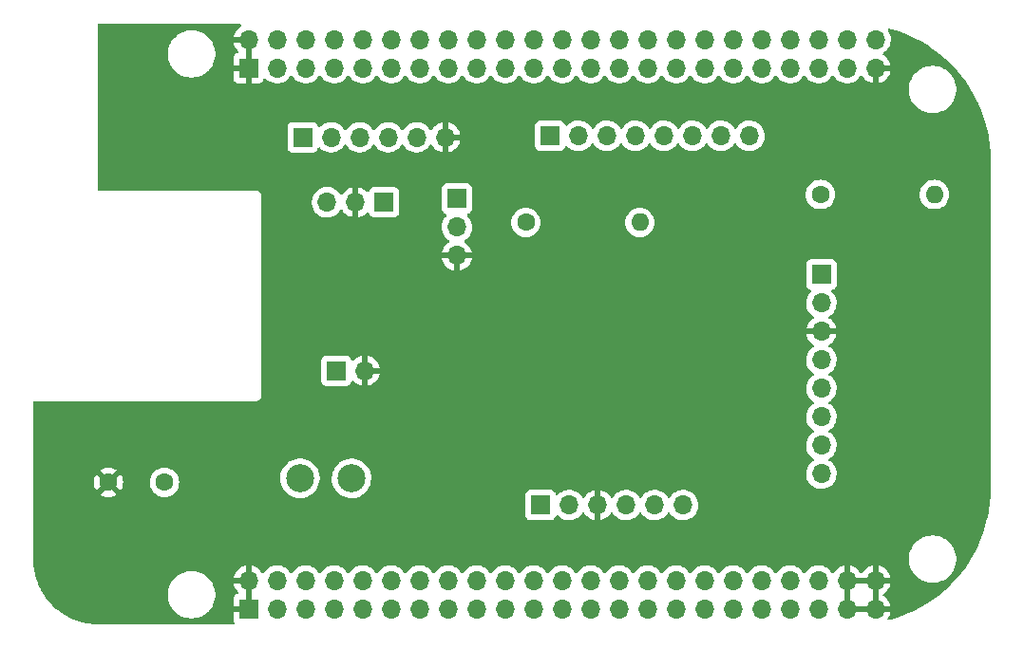
<source format=gbr>
%TF.GenerationSoftware,KiCad,Pcbnew,(6.0.9)*%
%TF.CreationDate,2022-12-18T22:03:13-05:00*%
%TF.ProjectId,cape,63617065-2e6b-4696-9361-645f70636258,rev?*%
%TF.SameCoordinates,Original*%
%TF.FileFunction,Copper,L2,Bot*%
%TF.FilePolarity,Positive*%
%FSLAX46Y46*%
G04 Gerber Fmt 4.6, Leading zero omitted, Abs format (unit mm)*
G04 Created by KiCad (PCBNEW (6.0.9)) date 2022-12-18 22:03:13*
%MOMM*%
%LPD*%
G01*
G04 APERTURE LIST*
%TA.AperFunction,ComponentPad*%
%ADD10R,1.700000X1.700000*%
%TD*%
%TA.AperFunction,ComponentPad*%
%ADD11O,1.700000X1.700000*%
%TD*%
%TA.AperFunction,ComponentPad*%
%ADD12C,2.500000*%
%TD*%
%TA.AperFunction,ComponentPad*%
%ADD13O,1.600000X1.600000*%
%TD*%
%TA.AperFunction,ComponentPad*%
%ADD14C,1.600000*%
%TD*%
G04 APERTURE END LIST*
D10*
%TO.P,U3,1,Vin*%
%TO.N,+3.3V*%
X170739000Y-68250000D03*
D11*
%TO.P,U3,2,3vo*%
%TO.N,unconnected-(U3-Pad2)*%
X170739000Y-70790000D03*
%TO.P,U3,3,GND*%
%TO.N,GNDD*%
X170739000Y-73330000D03*
%TO.P,U3,4,SCL*%
%TO.N,/I2C2.SCL*%
X170739000Y-75870000D03*
%TO.P,U3,5,SDO*%
%TO.N,unconnected-(U3-Pad5)*%
X170739000Y-78410000D03*
%TO.P,U3,6,SDA*%
%TO.N,/I2C2.SDA*%
X170739000Y-80950000D03*
%TO.P,U3,7,CS*%
%TO.N,unconnected-(U3-Pad7)*%
X170739000Y-83490000D03*
%TO.P,U3,8,INT*%
%TO.N,unconnected-(U3-Pad8)*%
X170739000Y-86030000D03*
%TD*%
D10*
%TO.P,U1,1,In_A1*%
%TO.N,/GPIO[66]*%
X124510600Y-56007600D03*
D11*
%TO.P,U1,2,In_A2*%
%TO.N,/GPIO[67]*%
X127050600Y-56007600D03*
%TO.P,U1,3,In_B1*%
%TO.N,/GPIO[69]*%
X129590600Y-56007600D03*
%TO.P,U1,4,In_B2*%
%TO.N,/GPIO[68]*%
X132130600Y-56007600D03*
%TO.P,U1,5,Vs*%
%TO.N,/+7.4V*%
X134670600Y-56007600D03*
%TO.P,U1,6,GND*%
%TO.N,GNDD*%
X137210600Y-56007600D03*
%TD*%
D10*
%TO.P,M1,1,PWM*%
%TO.N,/GPIO[23]*%
X138252400Y-61493600D03*
D11*
%TO.P,M1,2,+*%
%TO.N,/+7.4V*%
X138252400Y-64033600D03*
%TO.P,M1,3,-*%
%TO.N,GNDD*%
X138252400Y-66573600D03*
%TD*%
D10*
%TO.P,H1,1,1*%
%TO.N,unconnected-(H1-Pad1)*%
X146558200Y-55880200D03*
D11*
%TO.P,H1,2,2*%
%TO.N,unconnected-(H1-Pad2)*%
X149098200Y-55880200D03*
%TO.P,H1,3,3*%
%TO.N,/GPIO[26]*%
X151638200Y-55880200D03*
%TO.P,H1,4,4*%
%TO.N,/GPIO[47]*%
X154178200Y-55880200D03*
%TO.P,H1,5,5*%
%TO.N,unconnected-(H1-Pad5)*%
X156718200Y-55880200D03*
%TO.P,H1,6,6*%
%TO.N,/GPIO[27]*%
X159258200Y-55880200D03*
%TO.P,H1,7,7*%
%TO.N,/GPIO[65]*%
X161798200Y-55880200D03*
%TO.P,H1,8,8*%
%TO.N,/GPIO[22]*%
X164338200Y-55880200D03*
%TD*%
%TO.P,P2,46,Pin_46*%
%TO.N,/LCD.DATA[1]*%
X175565000Y-47295000D03*
%TO.P,P2,45,Pin_45*%
%TO.N,GNDD*%
X175565000Y-49835000D03*
%TO.P,P2,44,Pin_44*%
%TO.N,/LCD.DATA[3]*%
X173025000Y-47295000D03*
%TO.P,P2,43,Pin_43*%
%TO.N,/LCD.DATA[0]*%
X173025000Y-49835000D03*
%TO.P,P2,42,Pin_42*%
%TO.N,/LCD.DATA[5]*%
X170485000Y-47295000D03*
%TO.P,P2,41,Pin_41*%
%TO.N,/LCD.DATA[2]*%
X170485000Y-49835000D03*
%TO.P,P2,40,Pin_40*%
%TO.N,/LCD.DATA[7]*%
X167945000Y-47295000D03*
%TO.P,P2,39,Pin_39*%
%TO.N,/LCD.DATA[4]*%
X167945000Y-49835000D03*
%TO.P,P2,38,Pin_38*%
%TO.N,/LCD.DATA[9]*%
X165405000Y-47295000D03*
%TO.P,P2,37,Pin_37*%
%TO.N,/LCD.DATA[6]*%
X165405000Y-49835000D03*
%TO.P,P2,36,Pin_36*%
%TO.N,/LCD.DATA[10]*%
X162865000Y-47295000D03*
%TO.P,P2,35,Pin_35*%
%TO.N,/LCD.DATA[8]*%
X162865000Y-49835000D03*
%TO.P,P2,34,Pin_34*%
%TO.N,/LCD.DATA[11]*%
X160325000Y-47295000D03*
%TO.P,P2,33,Pin_33*%
%TO.N,/LCD.DATA[13]*%
X160325000Y-49835000D03*
%TO.P,P2,32,Pin_32*%
%TO.N,/LCD.DATA[15]*%
X157785000Y-47295000D03*
%TO.P,P2,31,Pin_31*%
%TO.N,/LCD.DATA[14]*%
X157785000Y-49835000D03*
%TO.P,P2,30,Pin_30*%
%TO.N,/LCD.AC_BIAS_E*%
X155245000Y-47295000D03*
%TO.P,P2,29,Pin_29*%
%TO.N,/LCD.HSYNC*%
X155245000Y-49835000D03*
%TO.P,P2,28,Pin_28*%
%TO.N,/GPIO[61]*%
X152705000Y-47295000D03*
%TO.P,P2,27,Pin_27*%
%TO.N,/LCD.VSYNC*%
X152705000Y-49835000D03*
%TO.P,P2,26,Pin_26*%
%TO.N,/LCD.PCLK*%
X150165000Y-47295000D03*
%TO.P,P2,25,Pin_25*%
%TO.N,/MMC1.DAT[0]*%
X150165000Y-49835000D03*
%TO.P,P2,24,Pin_24*%
%TO.N,/MMC1.DAT[1]*%
X147625000Y-47295000D03*
%TO.P,P2,23,Pin_23*%
%TO.N,/MMC1.DAT[4]*%
X147625000Y-49835000D03*
%TO.P,P2,22,Pin_22*%
%TO.N,/MMC1.DAT[5]*%
X145085000Y-47295000D03*
%TO.P,P2,21,Pin_21*%
%TO.N,/MMC1.CLK*%
X145085000Y-49835000D03*
%TO.P,P2,20,Pin_20*%
%TO.N,/MMC1.CMD*%
X142545000Y-47295000D03*
%TO.P,P2,19,Pin_19*%
%TO.N,/GPIO[22]*%
X142545000Y-49835000D03*
%TO.P,P2,18,Pin_18*%
%TO.N,/GPIO[65]*%
X140005000Y-47295000D03*
%TO.P,P2,17,Pin_17*%
%TO.N,/GPIO[27]*%
X140005000Y-49835000D03*
%TO.P,P2,16,Pin_16*%
%TO.N,/GPIO[46]*%
X137465000Y-47295000D03*
%TO.P,P2,15,Pin_15*%
%TO.N,/GPIO[47]*%
X137465000Y-49835000D03*
%TO.P,P2,14,Pin_14*%
%TO.N,/GPIO[26]*%
X134925000Y-47295000D03*
%TO.P,P2,13,Pin_13*%
%TO.N,/GPIO[23]*%
X134925000Y-49835000D03*
%TO.P,P2,12,Pin_12*%
%TO.N,/GPIO[44]*%
X132385000Y-47295000D03*
%TO.P,P2,11,Pin_11*%
%TO.N,/GPIO[45]*%
X132385000Y-49835000D03*
%TO.P,P2,10,Pin_10*%
%TO.N,/GPIO[68]*%
X129845000Y-47295000D03*
%TO.P,P2,9,Pin_9*%
%TO.N,/GPIO[69]*%
X129845000Y-49835000D03*
%TO.P,P2,8,Pin_8*%
%TO.N,/GPIO[67]*%
X127305000Y-47295000D03*
%TO.P,P2,7,Pin_7*%
%TO.N,/GPIO[66]*%
X127305000Y-49835000D03*
%TO.P,P2,6,Pin_6*%
%TO.N,/MMC1.DAT[3]*%
X124765000Y-47295000D03*
%TO.P,P2,5,Pin_5*%
%TO.N,/MMC1.DAT[2]*%
X124765000Y-49835000D03*
%TO.P,P2,4,Pin_4*%
%TO.N,/MMC1.DAT[7]*%
X122225000Y-47295000D03*
%TO.P,P2,3,Pin_3*%
%TO.N,/MMC1.DAT[6]*%
X122225000Y-49835000D03*
%TO.P,P2,2,Pin_2*%
%TO.N,GNDD*%
X119685000Y-47295000D03*
D10*
%TO.P,P2,1,Pin_1*%
X119685000Y-49835000D03*
%TD*%
%TO.P,P1,1,Pin_1*%
%TO.N,GNDD*%
X119685000Y-98095000D03*
D11*
%TO.P,P1,2,Pin_2*%
X119685000Y-95555000D03*
%TO.P,P1,3,Pin_3*%
%TO.N,+3.3V*%
X122225000Y-98095000D03*
%TO.P,P1,4,Pin_4*%
X122225000Y-95555000D03*
%TO.P,P1,5,Pin_5*%
%TO.N,+5V*%
X124765000Y-98095000D03*
%TO.P,P1,6,Pin_6*%
X124765000Y-95555000D03*
%TO.P,P1,7,Pin_7*%
%TO.N,VBUS*%
X127305000Y-98095000D03*
%TO.P,P1,8,Pin_8*%
X127305000Y-95555000D03*
%TO.P,P1,9,Pin_9*%
%TO.N,/PWR_BUT*%
X129845000Y-98095000D03*
%TO.P,P1,10,Pin_10*%
%TO.N,/~{SYS_RESET}*%
X129845000Y-95555000D03*
%TO.P,P1,11,Pin_11*%
%TO.N,/GPIO[30]*%
X132385000Y-98095000D03*
%TO.P,P1,12,Pin_12*%
%TO.N,/GPIO[60]*%
X132385000Y-95555000D03*
%TO.P,P1,13,Pin_13*%
%TO.N,/GPIO[31]*%
X134925000Y-98095000D03*
%TO.P,P1,14,Pin_14*%
%TO.N,/GPIO[40]*%
X134925000Y-95555000D03*
%TO.P,P1,15,Pin_15*%
%TO.N,/GPIO[48]*%
X137465000Y-98095000D03*
%TO.P,P1,16,Pin_16*%
%TO.N,/GPIO[51]*%
X137465000Y-95555000D03*
%TO.P,P1,17,Pin_17*%
%TO.N,/GPIO[4]*%
X140005000Y-98095000D03*
%TO.P,P1,18,Pin_18*%
%TO.N,/GPIO[5]*%
X140005000Y-95555000D03*
%TO.P,P1,19,Pin_19*%
%TO.N,/I2C2.SCL*%
X142545000Y-98095000D03*
%TO.P,P1,20,Pin_20*%
%TO.N,/I2C2.SDA*%
X142545000Y-95555000D03*
%TO.P,P1,21,Pin_21*%
%TO.N,/GPIO[3]*%
X145085000Y-98095000D03*
%TO.P,P1,22,Pin_22*%
%TO.N,/GPIO[2]*%
X145085000Y-95555000D03*
%TO.P,P1,23,Pin_23*%
%TO.N,/GPIO[49]*%
X147625000Y-98095000D03*
%TO.P,P1,24,Pin_24*%
%TO.N,/GPIO[15]*%
X147625000Y-95555000D03*
%TO.P,P1,25,Pin_25*%
%TO.N,/GPIO[117]*%
X150165000Y-98095000D03*
%TO.P,P1,26,Pin_26*%
%TO.N,/GPIO[14]*%
X150165000Y-95555000D03*
%TO.P,P1,27,Pin_27*%
%TO.N,/GPIO[125]*%
X152705000Y-98095000D03*
%TO.P,P1,28,Pin_28*%
%TO.N,/SPI1.CS0*%
X152705000Y-95555000D03*
%TO.P,P1,29,Pin_29*%
%TO.N,/SPI1.D0*%
X155245000Y-98095000D03*
%TO.P,P1,30,Pin_30*%
%TO.N,/GPIO[122]*%
X155245000Y-95555000D03*
%TO.P,P1,31,Pin_31*%
%TO.N,/SPI1.SCLK*%
X157785000Y-98095000D03*
%TO.P,P1,32,Pin_32*%
%TO.N,+1V8*%
X157785000Y-95555000D03*
%TO.P,P1,33,Pin_33*%
%TO.N,/AIN4*%
X160325000Y-98095000D03*
%TO.P,P1,34,Pin_34*%
%TO.N,GNDA*%
X160325000Y-95555000D03*
%TO.P,P1,35,Pin_35*%
%TO.N,/AIN6*%
X162865000Y-98095000D03*
%TO.P,P1,36,Pin_36*%
%TO.N,/AIN5*%
X162865000Y-95555000D03*
%TO.P,P1,37,Pin_37*%
%TO.N,/AIN2*%
X165405000Y-98095000D03*
%TO.P,P1,38,Pin_38*%
%TO.N,/AIN3*%
X165405000Y-95555000D03*
%TO.P,P1,39,Pin_39*%
%TO.N,/AIN0*%
X167945000Y-98095000D03*
%TO.P,P1,40,Pin_40*%
%TO.N,/AIN1*%
X167945000Y-95555000D03*
%TO.P,P1,41,Pin_41*%
%TO.N,/GPIO[20]*%
X170485000Y-98095000D03*
%TO.P,P1,42,Pin_42*%
%TO.N,/GPIO[7]*%
X170485000Y-95555000D03*
%TO.P,P1,43,Pin_43*%
%TO.N,GNDD*%
X173025000Y-98095000D03*
%TO.P,P1,44,Pin_44*%
X173025000Y-95555000D03*
%TO.P,P1,45,Pin_45*%
X175565000Y-98095000D03*
%TO.P,P1,46,Pin_46*%
X175565000Y-95555000D03*
%TD*%
%TO.P,U2,6,RST*%
%TO.N,/GPIO[20]*%
X158420000Y-88824000D03*
%TO.P,U2,5,SCL*%
%TO.N,/I2C2.SCL*%
X155880000Y-88824000D03*
%TO.P,U2,4,SDA*%
%TO.N,/I2C2.SDA*%
X153340000Y-88824000D03*
%TO.P,U2,3,GND*%
%TO.N,GNDD*%
X150800000Y-88824000D03*
%TO.P,U2,2,3vo*%
%TO.N,unconnected-(U2-Pad2)*%
X148260000Y-88824000D03*
D10*
%TO.P,U2,1,Vin*%
%TO.N,+3.3V*%
X145720000Y-88824000D03*
%TD*%
%TO.P,BT1,1,+*%
%TO.N,Net-(BT1-Pad1)*%
X127503200Y-76835200D03*
D11*
%TO.P,BT1,2,-*%
%TO.N,GNDD*%
X130043200Y-76835200D03*
%TD*%
D12*
%TO.P,SW1,2,B*%
%TO.N,/+7.4V*%
X124268400Y-86436400D03*
%TO.P,SW1,1,A*%
%TO.N,Net-(BT1-Pad1)*%
X128868400Y-86436400D03*
%TD*%
D11*
%TO.P,U4,3,Vout*%
%TO.N,+5V*%
X126695400Y-61798400D03*
%TO.P,U4,2,GND*%
%TO.N,GNDD*%
X129235400Y-61798400D03*
D10*
%TO.P,U4,1,Vin*%
%TO.N,/+7.4V*%
X131775400Y-61798400D03*
%TD*%
D13*
%TO.P,R2,2*%
%TO.N,/I2C2.SDA*%
X154559200Y-63601800D03*
D14*
%TO.P,R2,1*%
%TO.N,+3.3V*%
X144399200Y-63601800D03*
%TD*%
%TO.P,C1,2*%
%TO.N,GNDD*%
X107192000Y-86792000D03*
%TO.P,C1,1*%
%TO.N,+5V*%
X112192000Y-86792000D03*
%TD*%
%TO.P,R1,1*%
%TO.N,+3.3V*%
X170662800Y-61112600D03*
D13*
%TO.P,R1,2*%
%TO.N,/I2C2.SCL*%
X180822800Y-61112600D03*
%TD*%
%TA.AperFunction,Conductor*%
%TO.N,GNDD*%
G36*
X118979703Y-45918502D02*
G01*
X119026196Y-45972158D01*
X119036300Y-46042432D01*
X119006806Y-46107012D01*
X118969763Y-46136263D01*
X118963458Y-46139545D01*
X118954738Y-46145036D01*
X118784433Y-46272905D01*
X118776726Y-46279748D01*
X118629590Y-46433717D01*
X118623104Y-46441727D01*
X118503098Y-46617649D01*
X118498000Y-46626623D01*
X118408338Y-46819783D01*
X118404775Y-46829470D01*
X118349389Y-47029183D01*
X118350912Y-47037607D01*
X118363292Y-47041000D01*
X119813000Y-47041000D01*
X119881121Y-47061002D01*
X119927614Y-47114658D01*
X119939000Y-47167000D01*
X119939000Y-51174884D01*
X119943475Y-51190123D01*
X119944865Y-51191328D01*
X119952548Y-51192999D01*
X120579669Y-51192999D01*
X120586490Y-51192629D01*
X120637352Y-51187105D01*
X120652604Y-51183479D01*
X120773054Y-51138324D01*
X120788649Y-51129786D01*
X120890724Y-51053285D01*
X120903285Y-51040724D01*
X120979786Y-50938649D01*
X120988324Y-50923054D01*
X121029225Y-50813952D01*
X121071867Y-50757188D01*
X121138428Y-50732488D01*
X121207777Y-50747696D01*
X121242444Y-50775684D01*
X121267865Y-50805031D01*
X121267869Y-50805035D01*
X121271250Y-50808938D01*
X121443126Y-50951632D01*
X121636000Y-51064338D01*
X121844692Y-51144030D01*
X121849760Y-51145061D01*
X121849763Y-51145062D01*
X121944862Y-51164410D01*
X122063597Y-51188567D01*
X122068772Y-51188757D01*
X122068774Y-51188757D01*
X122281673Y-51196564D01*
X122281677Y-51196564D01*
X122286837Y-51196753D01*
X122291957Y-51196097D01*
X122291959Y-51196097D01*
X122503288Y-51169025D01*
X122503289Y-51169025D01*
X122508416Y-51168368D01*
X122513366Y-51166883D01*
X122717429Y-51105661D01*
X122717434Y-51105659D01*
X122722384Y-51104174D01*
X122922994Y-51005896D01*
X123104860Y-50876173D01*
X123263096Y-50718489D01*
X123295563Y-50673307D01*
X123393453Y-50537077D01*
X123394776Y-50538028D01*
X123441645Y-50494857D01*
X123511580Y-50482625D01*
X123577026Y-50510144D01*
X123604875Y-50541994D01*
X123664987Y-50640088D01*
X123811250Y-50808938D01*
X123983126Y-50951632D01*
X124176000Y-51064338D01*
X124384692Y-51144030D01*
X124389760Y-51145061D01*
X124389763Y-51145062D01*
X124484862Y-51164410D01*
X124603597Y-51188567D01*
X124608772Y-51188757D01*
X124608774Y-51188757D01*
X124821673Y-51196564D01*
X124821677Y-51196564D01*
X124826837Y-51196753D01*
X124831957Y-51196097D01*
X124831959Y-51196097D01*
X125043288Y-51169025D01*
X125043289Y-51169025D01*
X125048416Y-51168368D01*
X125053366Y-51166883D01*
X125257429Y-51105661D01*
X125257434Y-51105659D01*
X125262384Y-51104174D01*
X125462994Y-51005896D01*
X125644860Y-50876173D01*
X125803096Y-50718489D01*
X125835563Y-50673307D01*
X125933453Y-50537077D01*
X125934776Y-50538028D01*
X125981645Y-50494857D01*
X126051580Y-50482625D01*
X126117026Y-50510144D01*
X126144875Y-50541994D01*
X126204987Y-50640088D01*
X126351250Y-50808938D01*
X126523126Y-50951632D01*
X126716000Y-51064338D01*
X126924692Y-51144030D01*
X126929760Y-51145061D01*
X126929763Y-51145062D01*
X127024862Y-51164410D01*
X127143597Y-51188567D01*
X127148772Y-51188757D01*
X127148774Y-51188757D01*
X127361673Y-51196564D01*
X127361677Y-51196564D01*
X127366837Y-51196753D01*
X127371957Y-51196097D01*
X127371959Y-51196097D01*
X127583288Y-51169025D01*
X127583289Y-51169025D01*
X127588416Y-51168368D01*
X127593366Y-51166883D01*
X127797429Y-51105661D01*
X127797434Y-51105659D01*
X127802384Y-51104174D01*
X128002994Y-51005896D01*
X128184860Y-50876173D01*
X128343096Y-50718489D01*
X128375563Y-50673307D01*
X128473453Y-50537077D01*
X128474776Y-50538028D01*
X128521645Y-50494857D01*
X128591580Y-50482625D01*
X128657026Y-50510144D01*
X128684875Y-50541994D01*
X128744987Y-50640088D01*
X128891250Y-50808938D01*
X129063126Y-50951632D01*
X129256000Y-51064338D01*
X129464692Y-51144030D01*
X129469760Y-51145061D01*
X129469763Y-51145062D01*
X129564862Y-51164410D01*
X129683597Y-51188567D01*
X129688772Y-51188757D01*
X129688774Y-51188757D01*
X129901673Y-51196564D01*
X129901677Y-51196564D01*
X129906837Y-51196753D01*
X129911957Y-51196097D01*
X129911959Y-51196097D01*
X130123288Y-51169025D01*
X130123289Y-51169025D01*
X130128416Y-51168368D01*
X130133366Y-51166883D01*
X130337429Y-51105661D01*
X130337434Y-51105659D01*
X130342384Y-51104174D01*
X130542994Y-51005896D01*
X130724860Y-50876173D01*
X130883096Y-50718489D01*
X130915563Y-50673307D01*
X131013453Y-50537077D01*
X131014776Y-50538028D01*
X131061645Y-50494857D01*
X131131580Y-50482625D01*
X131197026Y-50510144D01*
X131224875Y-50541994D01*
X131284987Y-50640088D01*
X131431250Y-50808938D01*
X131603126Y-50951632D01*
X131796000Y-51064338D01*
X132004692Y-51144030D01*
X132009760Y-51145061D01*
X132009763Y-51145062D01*
X132104862Y-51164410D01*
X132223597Y-51188567D01*
X132228772Y-51188757D01*
X132228774Y-51188757D01*
X132441673Y-51196564D01*
X132441677Y-51196564D01*
X132446837Y-51196753D01*
X132451957Y-51196097D01*
X132451959Y-51196097D01*
X132663288Y-51169025D01*
X132663289Y-51169025D01*
X132668416Y-51168368D01*
X132673366Y-51166883D01*
X132877429Y-51105661D01*
X132877434Y-51105659D01*
X132882384Y-51104174D01*
X133082994Y-51005896D01*
X133264860Y-50876173D01*
X133423096Y-50718489D01*
X133455563Y-50673307D01*
X133553453Y-50537077D01*
X133554776Y-50538028D01*
X133601645Y-50494857D01*
X133671580Y-50482625D01*
X133737026Y-50510144D01*
X133764875Y-50541994D01*
X133824987Y-50640088D01*
X133971250Y-50808938D01*
X134143126Y-50951632D01*
X134336000Y-51064338D01*
X134544692Y-51144030D01*
X134549760Y-51145061D01*
X134549763Y-51145062D01*
X134644862Y-51164410D01*
X134763597Y-51188567D01*
X134768772Y-51188757D01*
X134768774Y-51188757D01*
X134981673Y-51196564D01*
X134981677Y-51196564D01*
X134986837Y-51196753D01*
X134991957Y-51196097D01*
X134991959Y-51196097D01*
X135203288Y-51169025D01*
X135203289Y-51169025D01*
X135208416Y-51168368D01*
X135213366Y-51166883D01*
X135417429Y-51105661D01*
X135417434Y-51105659D01*
X135422384Y-51104174D01*
X135622994Y-51005896D01*
X135804860Y-50876173D01*
X135963096Y-50718489D01*
X135995563Y-50673307D01*
X136093453Y-50537077D01*
X136094776Y-50538028D01*
X136141645Y-50494857D01*
X136211580Y-50482625D01*
X136277026Y-50510144D01*
X136304875Y-50541994D01*
X136364987Y-50640088D01*
X136511250Y-50808938D01*
X136683126Y-50951632D01*
X136876000Y-51064338D01*
X137084692Y-51144030D01*
X137089760Y-51145061D01*
X137089763Y-51145062D01*
X137184862Y-51164410D01*
X137303597Y-51188567D01*
X137308772Y-51188757D01*
X137308774Y-51188757D01*
X137521673Y-51196564D01*
X137521677Y-51196564D01*
X137526837Y-51196753D01*
X137531957Y-51196097D01*
X137531959Y-51196097D01*
X137743288Y-51169025D01*
X137743289Y-51169025D01*
X137748416Y-51168368D01*
X137753366Y-51166883D01*
X137957429Y-51105661D01*
X137957434Y-51105659D01*
X137962384Y-51104174D01*
X138162994Y-51005896D01*
X138344860Y-50876173D01*
X138503096Y-50718489D01*
X138535563Y-50673307D01*
X138633453Y-50537077D01*
X138634776Y-50538028D01*
X138681645Y-50494857D01*
X138751580Y-50482625D01*
X138817026Y-50510144D01*
X138844875Y-50541994D01*
X138904987Y-50640088D01*
X139051250Y-50808938D01*
X139223126Y-50951632D01*
X139416000Y-51064338D01*
X139624692Y-51144030D01*
X139629760Y-51145061D01*
X139629763Y-51145062D01*
X139724862Y-51164410D01*
X139843597Y-51188567D01*
X139848772Y-51188757D01*
X139848774Y-51188757D01*
X140061673Y-51196564D01*
X140061677Y-51196564D01*
X140066837Y-51196753D01*
X140071957Y-51196097D01*
X140071959Y-51196097D01*
X140283288Y-51169025D01*
X140283289Y-51169025D01*
X140288416Y-51168368D01*
X140293366Y-51166883D01*
X140497429Y-51105661D01*
X140497434Y-51105659D01*
X140502384Y-51104174D01*
X140702994Y-51005896D01*
X140884860Y-50876173D01*
X141043096Y-50718489D01*
X141075563Y-50673307D01*
X141173453Y-50537077D01*
X141174776Y-50538028D01*
X141221645Y-50494857D01*
X141291580Y-50482625D01*
X141357026Y-50510144D01*
X141384875Y-50541994D01*
X141444987Y-50640088D01*
X141591250Y-50808938D01*
X141763126Y-50951632D01*
X141956000Y-51064338D01*
X142164692Y-51144030D01*
X142169760Y-51145061D01*
X142169763Y-51145062D01*
X142264862Y-51164410D01*
X142383597Y-51188567D01*
X142388772Y-51188757D01*
X142388774Y-51188757D01*
X142601673Y-51196564D01*
X142601677Y-51196564D01*
X142606837Y-51196753D01*
X142611957Y-51196097D01*
X142611959Y-51196097D01*
X142823288Y-51169025D01*
X142823289Y-51169025D01*
X142828416Y-51168368D01*
X142833366Y-51166883D01*
X143037429Y-51105661D01*
X143037434Y-51105659D01*
X143042384Y-51104174D01*
X143242994Y-51005896D01*
X143424860Y-50876173D01*
X143583096Y-50718489D01*
X143615563Y-50673307D01*
X143713453Y-50537077D01*
X143714776Y-50538028D01*
X143761645Y-50494857D01*
X143831580Y-50482625D01*
X143897026Y-50510144D01*
X143924875Y-50541994D01*
X143984987Y-50640088D01*
X144131250Y-50808938D01*
X144303126Y-50951632D01*
X144496000Y-51064338D01*
X144704692Y-51144030D01*
X144709760Y-51145061D01*
X144709763Y-51145062D01*
X144804862Y-51164410D01*
X144923597Y-51188567D01*
X144928772Y-51188757D01*
X144928774Y-51188757D01*
X145141673Y-51196564D01*
X145141677Y-51196564D01*
X145146837Y-51196753D01*
X145151957Y-51196097D01*
X145151959Y-51196097D01*
X145363288Y-51169025D01*
X145363289Y-51169025D01*
X145368416Y-51168368D01*
X145373366Y-51166883D01*
X145577429Y-51105661D01*
X145577434Y-51105659D01*
X145582384Y-51104174D01*
X145782994Y-51005896D01*
X145964860Y-50876173D01*
X146123096Y-50718489D01*
X146155563Y-50673307D01*
X146253453Y-50537077D01*
X146254776Y-50538028D01*
X146301645Y-50494857D01*
X146371580Y-50482625D01*
X146437026Y-50510144D01*
X146464875Y-50541994D01*
X146524987Y-50640088D01*
X146671250Y-50808938D01*
X146843126Y-50951632D01*
X147036000Y-51064338D01*
X147244692Y-51144030D01*
X147249760Y-51145061D01*
X147249763Y-51145062D01*
X147344862Y-51164410D01*
X147463597Y-51188567D01*
X147468772Y-51188757D01*
X147468774Y-51188757D01*
X147681673Y-51196564D01*
X147681677Y-51196564D01*
X147686837Y-51196753D01*
X147691957Y-51196097D01*
X147691959Y-51196097D01*
X147903288Y-51169025D01*
X147903289Y-51169025D01*
X147908416Y-51168368D01*
X147913366Y-51166883D01*
X148117429Y-51105661D01*
X148117434Y-51105659D01*
X148122384Y-51104174D01*
X148322994Y-51005896D01*
X148504860Y-50876173D01*
X148663096Y-50718489D01*
X148695563Y-50673307D01*
X148793453Y-50537077D01*
X148794776Y-50538028D01*
X148841645Y-50494857D01*
X148911580Y-50482625D01*
X148977026Y-50510144D01*
X149004875Y-50541994D01*
X149064987Y-50640088D01*
X149211250Y-50808938D01*
X149383126Y-50951632D01*
X149576000Y-51064338D01*
X149784692Y-51144030D01*
X149789760Y-51145061D01*
X149789763Y-51145062D01*
X149884862Y-51164410D01*
X150003597Y-51188567D01*
X150008772Y-51188757D01*
X150008774Y-51188757D01*
X150221673Y-51196564D01*
X150221677Y-51196564D01*
X150226837Y-51196753D01*
X150231957Y-51196097D01*
X150231959Y-51196097D01*
X150443288Y-51169025D01*
X150443289Y-51169025D01*
X150448416Y-51168368D01*
X150453366Y-51166883D01*
X150657429Y-51105661D01*
X150657434Y-51105659D01*
X150662384Y-51104174D01*
X150862994Y-51005896D01*
X151044860Y-50876173D01*
X151203096Y-50718489D01*
X151235563Y-50673307D01*
X151333453Y-50537077D01*
X151334776Y-50538028D01*
X151381645Y-50494857D01*
X151451580Y-50482625D01*
X151517026Y-50510144D01*
X151544875Y-50541994D01*
X151604987Y-50640088D01*
X151751250Y-50808938D01*
X151923126Y-50951632D01*
X152116000Y-51064338D01*
X152324692Y-51144030D01*
X152329760Y-51145061D01*
X152329763Y-51145062D01*
X152424862Y-51164410D01*
X152543597Y-51188567D01*
X152548772Y-51188757D01*
X152548774Y-51188757D01*
X152761673Y-51196564D01*
X152761677Y-51196564D01*
X152766837Y-51196753D01*
X152771957Y-51196097D01*
X152771959Y-51196097D01*
X152983288Y-51169025D01*
X152983289Y-51169025D01*
X152988416Y-51168368D01*
X152993366Y-51166883D01*
X153197429Y-51105661D01*
X153197434Y-51105659D01*
X153202384Y-51104174D01*
X153402994Y-51005896D01*
X153584860Y-50876173D01*
X153743096Y-50718489D01*
X153775563Y-50673307D01*
X153873453Y-50537077D01*
X153874776Y-50538028D01*
X153921645Y-50494857D01*
X153991580Y-50482625D01*
X154057026Y-50510144D01*
X154084875Y-50541994D01*
X154144987Y-50640088D01*
X154291250Y-50808938D01*
X154463126Y-50951632D01*
X154656000Y-51064338D01*
X154864692Y-51144030D01*
X154869760Y-51145061D01*
X154869763Y-51145062D01*
X154964862Y-51164410D01*
X155083597Y-51188567D01*
X155088772Y-51188757D01*
X155088774Y-51188757D01*
X155301673Y-51196564D01*
X155301677Y-51196564D01*
X155306837Y-51196753D01*
X155311957Y-51196097D01*
X155311959Y-51196097D01*
X155523288Y-51169025D01*
X155523289Y-51169025D01*
X155528416Y-51168368D01*
X155533366Y-51166883D01*
X155737429Y-51105661D01*
X155737434Y-51105659D01*
X155742384Y-51104174D01*
X155942994Y-51005896D01*
X156124860Y-50876173D01*
X156283096Y-50718489D01*
X156315563Y-50673307D01*
X156413453Y-50537077D01*
X156414776Y-50538028D01*
X156461645Y-50494857D01*
X156531580Y-50482625D01*
X156597026Y-50510144D01*
X156624875Y-50541994D01*
X156684987Y-50640088D01*
X156831250Y-50808938D01*
X157003126Y-50951632D01*
X157196000Y-51064338D01*
X157404692Y-51144030D01*
X157409760Y-51145061D01*
X157409763Y-51145062D01*
X157504862Y-51164410D01*
X157623597Y-51188567D01*
X157628772Y-51188757D01*
X157628774Y-51188757D01*
X157841673Y-51196564D01*
X157841677Y-51196564D01*
X157846837Y-51196753D01*
X157851957Y-51196097D01*
X157851959Y-51196097D01*
X158063288Y-51169025D01*
X158063289Y-51169025D01*
X158068416Y-51168368D01*
X158073366Y-51166883D01*
X158277429Y-51105661D01*
X158277434Y-51105659D01*
X158282384Y-51104174D01*
X158482994Y-51005896D01*
X158664860Y-50876173D01*
X158823096Y-50718489D01*
X158855563Y-50673307D01*
X158953453Y-50537077D01*
X158954776Y-50538028D01*
X159001645Y-50494857D01*
X159071580Y-50482625D01*
X159137026Y-50510144D01*
X159164875Y-50541994D01*
X159224987Y-50640088D01*
X159371250Y-50808938D01*
X159543126Y-50951632D01*
X159736000Y-51064338D01*
X159944692Y-51144030D01*
X159949760Y-51145061D01*
X159949763Y-51145062D01*
X160044862Y-51164410D01*
X160163597Y-51188567D01*
X160168772Y-51188757D01*
X160168774Y-51188757D01*
X160381673Y-51196564D01*
X160381677Y-51196564D01*
X160386837Y-51196753D01*
X160391957Y-51196097D01*
X160391959Y-51196097D01*
X160603288Y-51169025D01*
X160603289Y-51169025D01*
X160608416Y-51168368D01*
X160613366Y-51166883D01*
X160817429Y-51105661D01*
X160817434Y-51105659D01*
X160822384Y-51104174D01*
X161022994Y-51005896D01*
X161204860Y-50876173D01*
X161363096Y-50718489D01*
X161395563Y-50673307D01*
X161493453Y-50537077D01*
X161494776Y-50538028D01*
X161541645Y-50494857D01*
X161611580Y-50482625D01*
X161677026Y-50510144D01*
X161704875Y-50541994D01*
X161764987Y-50640088D01*
X161911250Y-50808938D01*
X162083126Y-50951632D01*
X162276000Y-51064338D01*
X162484692Y-51144030D01*
X162489760Y-51145061D01*
X162489763Y-51145062D01*
X162584862Y-51164410D01*
X162703597Y-51188567D01*
X162708772Y-51188757D01*
X162708774Y-51188757D01*
X162921673Y-51196564D01*
X162921677Y-51196564D01*
X162926837Y-51196753D01*
X162931957Y-51196097D01*
X162931959Y-51196097D01*
X163143288Y-51169025D01*
X163143289Y-51169025D01*
X163148416Y-51168368D01*
X163153366Y-51166883D01*
X163357429Y-51105661D01*
X163357434Y-51105659D01*
X163362384Y-51104174D01*
X163562994Y-51005896D01*
X163744860Y-50876173D01*
X163903096Y-50718489D01*
X163935563Y-50673307D01*
X164033453Y-50537077D01*
X164034776Y-50538028D01*
X164081645Y-50494857D01*
X164151580Y-50482625D01*
X164217026Y-50510144D01*
X164244875Y-50541994D01*
X164304987Y-50640088D01*
X164451250Y-50808938D01*
X164623126Y-50951632D01*
X164816000Y-51064338D01*
X165024692Y-51144030D01*
X165029760Y-51145061D01*
X165029763Y-51145062D01*
X165124862Y-51164410D01*
X165243597Y-51188567D01*
X165248772Y-51188757D01*
X165248774Y-51188757D01*
X165461673Y-51196564D01*
X165461677Y-51196564D01*
X165466837Y-51196753D01*
X165471957Y-51196097D01*
X165471959Y-51196097D01*
X165683288Y-51169025D01*
X165683289Y-51169025D01*
X165688416Y-51168368D01*
X165693366Y-51166883D01*
X165897429Y-51105661D01*
X165897434Y-51105659D01*
X165902384Y-51104174D01*
X166102994Y-51005896D01*
X166284860Y-50876173D01*
X166443096Y-50718489D01*
X166475563Y-50673307D01*
X166573453Y-50537077D01*
X166574776Y-50538028D01*
X166621645Y-50494857D01*
X166691580Y-50482625D01*
X166757026Y-50510144D01*
X166784875Y-50541994D01*
X166844987Y-50640088D01*
X166991250Y-50808938D01*
X167163126Y-50951632D01*
X167356000Y-51064338D01*
X167564692Y-51144030D01*
X167569760Y-51145061D01*
X167569763Y-51145062D01*
X167664862Y-51164410D01*
X167783597Y-51188567D01*
X167788772Y-51188757D01*
X167788774Y-51188757D01*
X168001673Y-51196564D01*
X168001677Y-51196564D01*
X168006837Y-51196753D01*
X168011957Y-51196097D01*
X168011959Y-51196097D01*
X168223288Y-51169025D01*
X168223289Y-51169025D01*
X168228416Y-51168368D01*
X168233366Y-51166883D01*
X168437429Y-51105661D01*
X168437434Y-51105659D01*
X168442384Y-51104174D01*
X168642994Y-51005896D01*
X168824860Y-50876173D01*
X168983096Y-50718489D01*
X169015563Y-50673307D01*
X169113453Y-50537077D01*
X169114776Y-50538028D01*
X169161645Y-50494857D01*
X169231580Y-50482625D01*
X169297026Y-50510144D01*
X169324875Y-50541994D01*
X169384987Y-50640088D01*
X169531250Y-50808938D01*
X169703126Y-50951632D01*
X169896000Y-51064338D01*
X170104692Y-51144030D01*
X170109760Y-51145061D01*
X170109763Y-51145062D01*
X170204862Y-51164410D01*
X170323597Y-51188567D01*
X170328772Y-51188757D01*
X170328774Y-51188757D01*
X170541673Y-51196564D01*
X170541677Y-51196564D01*
X170546837Y-51196753D01*
X170551957Y-51196097D01*
X170551959Y-51196097D01*
X170763288Y-51169025D01*
X170763289Y-51169025D01*
X170768416Y-51168368D01*
X170773366Y-51166883D01*
X170977429Y-51105661D01*
X170977434Y-51105659D01*
X170982384Y-51104174D01*
X171182994Y-51005896D01*
X171364860Y-50876173D01*
X171523096Y-50718489D01*
X171555563Y-50673307D01*
X171653453Y-50537077D01*
X171654776Y-50538028D01*
X171701645Y-50494857D01*
X171771580Y-50482625D01*
X171837026Y-50510144D01*
X171864875Y-50541994D01*
X171924987Y-50640088D01*
X172071250Y-50808938D01*
X172243126Y-50951632D01*
X172436000Y-51064338D01*
X172644692Y-51144030D01*
X172649760Y-51145061D01*
X172649763Y-51145062D01*
X172744862Y-51164410D01*
X172863597Y-51188567D01*
X172868772Y-51188757D01*
X172868774Y-51188757D01*
X173081673Y-51196564D01*
X173081677Y-51196564D01*
X173086837Y-51196753D01*
X173091957Y-51196097D01*
X173091959Y-51196097D01*
X173303288Y-51169025D01*
X173303289Y-51169025D01*
X173308416Y-51168368D01*
X173313366Y-51166883D01*
X173517429Y-51105661D01*
X173517434Y-51105659D01*
X173522384Y-51104174D01*
X173722994Y-51005896D01*
X173904860Y-50876173D01*
X174063096Y-50718489D01*
X174095563Y-50673307D01*
X174193453Y-50537077D01*
X174194640Y-50537930D01*
X174241960Y-50494362D01*
X174311897Y-50482145D01*
X174377338Y-50509678D01*
X174405166Y-50541511D01*
X174462694Y-50635388D01*
X174468777Y-50643699D01*
X174608213Y-50804667D01*
X174615580Y-50811883D01*
X174779434Y-50947916D01*
X174787881Y-50953831D01*
X174971756Y-51061279D01*
X174981042Y-51065729D01*
X175180001Y-51141703D01*
X175189899Y-51144579D01*
X175293250Y-51165606D01*
X175307299Y-51164410D01*
X175311000Y-51154065D01*
X175311000Y-51153517D01*
X175819000Y-51153517D01*
X175823064Y-51167359D01*
X175836478Y-51169393D01*
X175843184Y-51168534D01*
X175853262Y-51166392D01*
X176057255Y-51105191D01*
X176066842Y-51101433D01*
X176258095Y-51007739D01*
X176266945Y-51002464D01*
X176440328Y-50878792D01*
X176448200Y-50872139D01*
X176599052Y-50721812D01*
X176605730Y-50713965D01*
X176730003Y-50541020D01*
X176735313Y-50532183D01*
X176829670Y-50341267D01*
X176833469Y-50331672D01*
X176895377Y-50127910D01*
X176897555Y-50117837D01*
X176898986Y-50106962D01*
X176896775Y-50092778D01*
X176883617Y-50089000D01*
X175837115Y-50089000D01*
X175821876Y-50093475D01*
X175820671Y-50094865D01*
X175819000Y-50102548D01*
X175819000Y-51153517D01*
X175311000Y-51153517D01*
X175311000Y-49707000D01*
X175331002Y-49638879D01*
X175384658Y-49592386D01*
X175437000Y-49581000D01*
X176883344Y-49581000D01*
X176896875Y-49577027D01*
X176898180Y-49567947D01*
X176856214Y-49400875D01*
X176852894Y-49391124D01*
X176767972Y-49195814D01*
X176763105Y-49186739D01*
X176647426Y-49007926D01*
X176641136Y-48999757D01*
X176497806Y-48842240D01*
X176490273Y-48835215D01*
X176323139Y-48703222D01*
X176314556Y-48697520D01*
X176277602Y-48677120D01*
X176227631Y-48626687D01*
X176212859Y-48557245D01*
X176237975Y-48490839D01*
X176265327Y-48464232D01*
X176288797Y-48447491D01*
X176444860Y-48336173D01*
X176498298Y-48282922D01*
X176599435Y-48182137D01*
X176603096Y-48178489D01*
X176733453Y-47997077D01*
X176746995Y-47969678D01*
X176830136Y-47801453D01*
X176830137Y-47801451D01*
X176832430Y-47796811D01*
X176891668Y-47601837D01*
X176895865Y-47588023D01*
X176895865Y-47588021D01*
X176897370Y-47583069D01*
X176926529Y-47361590D01*
X176926678Y-47355492D01*
X176928074Y-47298365D01*
X176928074Y-47298361D01*
X176928156Y-47295000D01*
X176909852Y-47072361D01*
X176855431Y-46855702D01*
X176766354Y-46650840D01*
X176729982Y-46594618D01*
X176673702Y-46507621D01*
X176653495Y-46439561D01*
X176673291Y-46371380D01*
X176726807Y-46324726D01*
X176797050Y-46314410D01*
X176810960Y-46317174D01*
X177031617Y-46374093D01*
X177038393Y-46376045D01*
X177683240Y-46581576D01*
X177689910Y-46583911D01*
X178322188Y-46825265D01*
X178328682Y-46827953D01*
X178946479Y-47104400D01*
X178952832Y-47107459D01*
X179554141Y-47418103D01*
X179560284Y-47421499D01*
X180143234Y-47765372D01*
X180149201Y-47769121D01*
X180711934Y-48145128D01*
X180717698Y-48149218D01*
X181061995Y-48408327D01*
X181225898Y-48531676D01*
X181258442Y-48556168D01*
X181263964Y-48560571D01*
X181268231Y-48564174D01*
X181781067Y-48997227D01*
X181786337Y-49001937D01*
X182278123Y-49466880D01*
X182283120Y-49471877D01*
X182748063Y-49963663D01*
X182752773Y-49968933D01*
X182869329Y-50106962D01*
X183084003Y-50361186D01*
X183189426Y-50486032D01*
X183193828Y-50491554D01*
X183228730Y-50537930D01*
X183600782Y-51032302D01*
X183604872Y-51038066D01*
X183980879Y-51600799D01*
X183984628Y-51606766D01*
X184328501Y-52189716D01*
X184331897Y-52195859D01*
X184602232Y-52719142D01*
X184642537Y-52797160D01*
X184645600Y-52803521D01*
X184922047Y-53421318D01*
X184924735Y-53427812D01*
X185085265Y-53848354D01*
X185166089Y-54060089D01*
X185168424Y-54066759D01*
X185367293Y-54690702D01*
X185373953Y-54711599D01*
X185375907Y-54718383D01*
X185410917Y-54854107D01*
X185544950Y-55373710D01*
X185546523Y-55380601D01*
X185678557Y-56044379D01*
X185679741Y-56051347D01*
X185774348Y-56721488D01*
X185775139Y-56728510D01*
X185832024Y-57402900D01*
X185832420Y-57409957D01*
X185850235Y-58044906D01*
X185848786Y-58067818D01*
X185846309Y-58083724D01*
X185847473Y-58092626D01*
X185847473Y-58092628D01*
X185850436Y-58115283D01*
X185851500Y-58131621D01*
X185851500Y-87250633D01*
X185850000Y-87270018D01*
X185847690Y-87284851D01*
X185847690Y-87284855D01*
X185846309Y-87293724D01*
X185847473Y-87302626D01*
X185847473Y-87302630D01*
X185849434Y-87317623D01*
X185850448Y-87337494D01*
X185832420Y-87980043D01*
X185832024Y-87987100D01*
X185775139Y-88661490D01*
X185774348Y-88668512D01*
X185679741Y-89338653D01*
X185678557Y-89345621D01*
X185546523Y-90009399D01*
X185544950Y-90016290D01*
X185375909Y-90671610D01*
X185373953Y-90678401D01*
X185168424Y-91323240D01*
X185166089Y-91329910D01*
X184924735Y-91962188D01*
X184922047Y-91968682D01*
X184645604Y-92586472D01*
X184642541Y-92592832D01*
X184453321Y-92959103D01*
X184331904Y-93194128D01*
X184328501Y-93200284D01*
X183984628Y-93783234D01*
X183980879Y-93789201D01*
X183604872Y-94351934D01*
X183600782Y-94357698D01*
X183322158Y-94727926D01*
X183202727Y-94886623D01*
X183193832Y-94898442D01*
X183189429Y-94903964D01*
X183052259Y-95066406D01*
X182752773Y-95421067D01*
X182748063Y-95426337D01*
X182283120Y-95918123D01*
X182278123Y-95923120D01*
X181786337Y-96388063D01*
X181781067Y-96392773D01*
X181455234Y-96667916D01*
X181270188Y-96824174D01*
X181263968Y-96829426D01*
X181258446Y-96833828D01*
X181168302Y-96901669D01*
X180717698Y-97240782D01*
X180711934Y-97244872D01*
X180149201Y-97620879D01*
X180143234Y-97624628D01*
X179560284Y-97968501D01*
X179554141Y-97971897D01*
X178952832Y-98282541D01*
X178946479Y-98285600D01*
X178328682Y-98562047D01*
X178322188Y-98564735D01*
X177703209Y-98801013D01*
X177689911Y-98806089D01*
X177683241Y-98808424D01*
X177038393Y-99013955D01*
X177031617Y-99015907D01*
X176974056Y-99030755D01*
X176808540Y-99073450D01*
X176737582Y-99071097D01*
X176679161Y-99030755D01*
X176651825Y-98965232D01*
X176664252Y-98895331D01*
X176674746Y-98877917D01*
X176730007Y-98801013D01*
X176735313Y-98792183D01*
X176829670Y-98601267D01*
X176833469Y-98591672D01*
X176895377Y-98387910D01*
X176897555Y-98377837D01*
X176898986Y-98366962D01*
X176896775Y-98352778D01*
X176883617Y-98349000D01*
X172897000Y-98349000D01*
X172828879Y-98328998D01*
X172782386Y-98275342D01*
X172771000Y-98223000D01*
X172771000Y-97822885D01*
X173279000Y-97822885D01*
X173283475Y-97838124D01*
X173284865Y-97839329D01*
X173292548Y-97841000D01*
X175292885Y-97841000D01*
X175308124Y-97836525D01*
X175309329Y-97835135D01*
X175311000Y-97827452D01*
X175311000Y-97822885D01*
X175819000Y-97822885D01*
X175823475Y-97838124D01*
X175824865Y-97839329D01*
X175832548Y-97841000D01*
X176883344Y-97841000D01*
X176896875Y-97837027D01*
X176898180Y-97827947D01*
X176856214Y-97660875D01*
X176852894Y-97651124D01*
X176767972Y-97455814D01*
X176763105Y-97446739D01*
X176647426Y-97267926D01*
X176641136Y-97259757D01*
X176497806Y-97102240D01*
X176490273Y-97095215D01*
X176323139Y-96963222D01*
X176314552Y-96957517D01*
X176277116Y-96936851D01*
X176227146Y-96886419D01*
X176212374Y-96816976D01*
X176237490Y-96750571D01*
X176264842Y-96723964D01*
X176440327Y-96598792D01*
X176448200Y-96592139D01*
X176599052Y-96441812D01*
X176605730Y-96433965D01*
X176730003Y-96261020D01*
X176735313Y-96252183D01*
X176829670Y-96061267D01*
X176833469Y-96051672D01*
X176895377Y-95847910D01*
X176897555Y-95837837D01*
X176898986Y-95826962D01*
X176896775Y-95812778D01*
X176883617Y-95809000D01*
X175837115Y-95809000D01*
X175821876Y-95813475D01*
X175820671Y-95814865D01*
X175819000Y-95822548D01*
X175819000Y-97822885D01*
X175311000Y-97822885D01*
X175311000Y-95827115D01*
X175306525Y-95811876D01*
X175305135Y-95810671D01*
X175297452Y-95809000D01*
X173297115Y-95809000D01*
X173281876Y-95813475D01*
X173280671Y-95814865D01*
X173279000Y-95822548D01*
X173279000Y-97822885D01*
X172771000Y-97822885D01*
X172771000Y-95282885D01*
X173279000Y-95282885D01*
X173283475Y-95298124D01*
X173284865Y-95299329D01*
X173292548Y-95301000D01*
X175292885Y-95301000D01*
X175308124Y-95296525D01*
X175309329Y-95295135D01*
X175311000Y-95287452D01*
X175311000Y-95282885D01*
X175819000Y-95282885D01*
X175823475Y-95298124D01*
X175824865Y-95299329D01*
X175832548Y-95301000D01*
X176883344Y-95301000D01*
X176896875Y-95297027D01*
X176898180Y-95287947D01*
X176856214Y-95120875D01*
X176852894Y-95111124D01*
X176767972Y-94915814D01*
X176763105Y-94906739D01*
X176647426Y-94727926D01*
X176641136Y-94719757D01*
X176497806Y-94562240D01*
X176490273Y-94555215D01*
X176323139Y-94423222D01*
X176314552Y-94417517D01*
X176128117Y-94314599D01*
X176118705Y-94310369D01*
X175917959Y-94239280D01*
X175907988Y-94236646D01*
X175836837Y-94223972D01*
X175823540Y-94225432D01*
X175819000Y-94239989D01*
X175819000Y-95282885D01*
X175311000Y-95282885D01*
X175311000Y-94238102D01*
X175307082Y-94224758D01*
X175292806Y-94222771D01*
X175254324Y-94228660D01*
X175244288Y-94231051D01*
X175041868Y-94297212D01*
X175032359Y-94301209D01*
X174843463Y-94399542D01*
X174834738Y-94405036D01*
X174664433Y-94532905D01*
X174656726Y-94539748D01*
X174509590Y-94693717D01*
X174503104Y-94701727D01*
X174398193Y-94855521D01*
X174343282Y-94900524D01*
X174272757Y-94908695D01*
X174209010Y-94877441D01*
X174188313Y-94852957D01*
X174107427Y-94727926D01*
X174101136Y-94719757D01*
X173957806Y-94562240D01*
X173950273Y-94555215D01*
X173783139Y-94423222D01*
X173774552Y-94417517D01*
X173588117Y-94314599D01*
X173578705Y-94310369D01*
X173377959Y-94239280D01*
X173367988Y-94236646D01*
X173296837Y-94223972D01*
X173283540Y-94225432D01*
X173279000Y-94239989D01*
X173279000Y-95282885D01*
X172771000Y-95282885D01*
X172771000Y-94238102D01*
X172767082Y-94224758D01*
X172752806Y-94222771D01*
X172714324Y-94228660D01*
X172704288Y-94231051D01*
X172501868Y-94297212D01*
X172492359Y-94301209D01*
X172303463Y-94399542D01*
X172294738Y-94405036D01*
X172124433Y-94532905D01*
X172116726Y-94539748D01*
X171969590Y-94693717D01*
X171963109Y-94701722D01*
X171858498Y-94855074D01*
X171803587Y-94900076D01*
X171733062Y-94908247D01*
X171669315Y-94876993D01*
X171648618Y-94852509D01*
X171567822Y-94727617D01*
X171567820Y-94727614D01*
X171565014Y-94723277D01*
X171414670Y-94558051D01*
X171410619Y-94554852D01*
X171410615Y-94554848D01*
X171243414Y-94422800D01*
X171243410Y-94422798D01*
X171239359Y-94419598D01*
X171203028Y-94399542D01*
X171134603Y-94361770D01*
X171043789Y-94311638D01*
X171038920Y-94309914D01*
X171038916Y-94309912D01*
X170838087Y-94238795D01*
X170838083Y-94238794D01*
X170833212Y-94237069D01*
X170828119Y-94236162D01*
X170828116Y-94236161D01*
X170618373Y-94198800D01*
X170618367Y-94198799D01*
X170613284Y-94197894D01*
X170539452Y-94196992D01*
X170395081Y-94195228D01*
X170395079Y-94195228D01*
X170389911Y-94195165D01*
X170169091Y-94228955D01*
X169956756Y-94298357D01*
X169758607Y-94401507D01*
X169754474Y-94404610D01*
X169754471Y-94404612D01*
X169730247Y-94422800D01*
X169579965Y-94535635D01*
X169425629Y-94697138D01*
X169318201Y-94854621D01*
X169263293Y-94899621D01*
X169192768Y-94907792D01*
X169129021Y-94876538D01*
X169108324Y-94852054D01*
X169027822Y-94727617D01*
X169027820Y-94727614D01*
X169025014Y-94723277D01*
X168874670Y-94558051D01*
X168870619Y-94554852D01*
X168870615Y-94554848D01*
X168703414Y-94422800D01*
X168703410Y-94422798D01*
X168699359Y-94419598D01*
X168663028Y-94399542D01*
X168594603Y-94361770D01*
X168503789Y-94311638D01*
X168498920Y-94309914D01*
X168498916Y-94309912D01*
X168298087Y-94238795D01*
X168298083Y-94238794D01*
X168293212Y-94237069D01*
X168288119Y-94236162D01*
X168288116Y-94236161D01*
X168078373Y-94198800D01*
X168078367Y-94198799D01*
X168073284Y-94197894D01*
X167999452Y-94196992D01*
X167855081Y-94195228D01*
X167855079Y-94195228D01*
X167849911Y-94195165D01*
X167629091Y-94228955D01*
X167416756Y-94298357D01*
X167218607Y-94401507D01*
X167214474Y-94404610D01*
X167214471Y-94404612D01*
X167190247Y-94422800D01*
X167039965Y-94535635D01*
X166885629Y-94697138D01*
X166778201Y-94854621D01*
X166723293Y-94899621D01*
X166652768Y-94907792D01*
X166589021Y-94876538D01*
X166568324Y-94852054D01*
X166487822Y-94727617D01*
X166487820Y-94727614D01*
X166485014Y-94723277D01*
X166334670Y-94558051D01*
X166330619Y-94554852D01*
X166330615Y-94554848D01*
X166163414Y-94422800D01*
X166163410Y-94422798D01*
X166159359Y-94419598D01*
X166123028Y-94399542D01*
X166054603Y-94361770D01*
X165963789Y-94311638D01*
X165958920Y-94309914D01*
X165958916Y-94309912D01*
X165758087Y-94238795D01*
X165758083Y-94238794D01*
X165753212Y-94237069D01*
X165748119Y-94236162D01*
X165748116Y-94236161D01*
X165538373Y-94198800D01*
X165538367Y-94198799D01*
X165533284Y-94197894D01*
X165459452Y-94196992D01*
X165315081Y-94195228D01*
X165315079Y-94195228D01*
X165309911Y-94195165D01*
X165089091Y-94228955D01*
X164876756Y-94298357D01*
X164678607Y-94401507D01*
X164674474Y-94404610D01*
X164674471Y-94404612D01*
X164650247Y-94422800D01*
X164499965Y-94535635D01*
X164345629Y-94697138D01*
X164238201Y-94854621D01*
X164183293Y-94899621D01*
X164112768Y-94907792D01*
X164049021Y-94876538D01*
X164028324Y-94852054D01*
X163947822Y-94727617D01*
X163947820Y-94727614D01*
X163945014Y-94723277D01*
X163794670Y-94558051D01*
X163790619Y-94554852D01*
X163790615Y-94554848D01*
X163623414Y-94422800D01*
X163623410Y-94422798D01*
X163619359Y-94419598D01*
X163583028Y-94399542D01*
X163514603Y-94361770D01*
X163423789Y-94311638D01*
X163418920Y-94309914D01*
X163418916Y-94309912D01*
X163218087Y-94238795D01*
X163218083Y-94238794D01*
X163213212Y-94237069D01*
X163208119Y-94236162D01*
X163208116Y-94236161D01*
X162998373Y-94198800D01*
X162998367Y-94198799D01*
X162993284Y-94197894D01*
X162919452Y-94196992D01*
X162775081Y-94195228D01*
X162775079Y-94195228D01*
X162769911Y-94195165D01*
X162549091Y-94228955D01*
X162336756Y-94298357D01*
X162138607Y-94401507D01*
X162134474Y-94404610D01*
X162134471Y-94404612D01*
X162110247Y-94422800D01*
X161959965Y-94535635D01*
X161805629Y-94697138D01*
X161698201Y-94854621D01*
X161643293Y-94899621D01*
X161572768Y-94907792D01*
X161509021Y-94876538D01*
X161488324Y-94852054D01*
X161407822Y-94727617D01*
X161407820Y-94727614D01*
X161405014Y-94723277D01*
X161254670Y-94558051D01*
X161250619Y-94554852D01*
X161250615Y-94554848D01*
X161083414Y-94422800D01*
X161083410Y-94422798D01*
X161079359Y-94419598D01*
X161043028Y-94399542D01*
X160974603Y-94361770D01*
X160883789Y-94311638D01*
X160878920Y-94309914D01*
X160878916Y-94309912D01*
X160678087Y-94238795D01*
X160678083Y-94238794D01*
X160673212Y-94237069D01*
X160668119Y-94236162D01*
X160668116Y-94236161D01*
X160458373Y-94198800D01*
X160458367Y-94198799D01*
X160453284Y-94197894D01*
X160379452Y-94196992D01*
X160235081Y-94195228D01*
X160235079Y-94195228D01*
X160229911Y-94195165D01*
X160009091Y-94228955D01*
X159796756Y-94298357D01*
X159598607Y-94401507D01*
X159594474Y-94404610D01*
X159594471Y-94404612D01*
X159570247Y-94422800D01*
X159419965Y-94535635D01*
X159265629Y-94697138D01*
X159158201Y-94854621D01*
X159103293Y-94899621D01*
X159032768Y-94907792D01*
X158969021Y-94876538D01*
X158948324Y-94852054D01*
X158867822Y-94727617D01*
X158867820Y-94727614D01*
X158865014Y-94723277D01*
X158714670Y-94558051D01*
X158710619Y-94554852D01*
X158710615Y-94554848D01*
X158543414Y-94422800D01*
X158543410Y-94422798D01*
X158539359Y-94419598D01*
X158503028Y-94399542D01*
X158434603Y-94361770D01*
X158343789Y-94311638D01*
X158338920Y-94309914D01*
X158338916Y-94309912D01*
X158138087Y-94238795D01*
X158138083Y-94238794D01*
X158133212Y-94237069D01*
X158128119Y-94236162D01*
X158128116Y-94236161D01*
X157918373Y-94198800D01*
X157918367Y-94198799D01*
X157913284Y-94197894D01*
X157839452Y-94196992D01*
X157695081Y-94195228D01*
X157695079Y-94195228D01*
X157689911Y-94195165D01*
X157469091Y-94228955D01*
X157256756Y-94298357D01*
X157058607Y-94401507D01*
X157054474Y-94404610D01*
X157054471Y-94404612D01*
X157030247Y-94422800D01*
X156879965Y-94535635D01*
X156725629Y-94697138D01*
X156618201Y-94854621D01*
X156563293Y-94899621D01*
X156492768Y-94907792D01*
X156429021Y-94876538D01*
X156408324Y-94852054D01*
X156327822Y-94727617D01*
X156327820Y-94727614D01*
X156325014Y-94723277D01*
X156174670Y-94558051D01*
X156170619Y-94554852D01*
X156170615Y-94554848D01*
X156003414Y-94422800D01*
X156003410Y-94422798D01*
X155999359Y-94419598D01*
X155963028Y-94399542D01*
X155894603Y-94361770D01*
X155803789Y-94311638D01*
X155798920Y-94309914D01*
X155798916Y-94309912D01*
X155598087Y-94238795D01*
X155598083Y-94238794D01*
X155593212Y-94237069D01*
X155588119Y-94236162D01*
X155588116Y-94236161D01*
X155378373Y-94198800D01*
X155378367Y-94198799D01*
X155373284Y-94197894D01*
X155299452Y-94196992D01*
X155155081Y-94195228D01*
X155155079Y-94195228D01*
X155149911Y-94195165D01*
X154929091Y-94228955D01*
X154716756Y-94298357D01*
X154518607Y-94401507D01*
X154514474Y-94404610D01*
X154514471Y-94404612D01*
X154490247Y-94422800D01*
X154339965Y-94535635D01*
X154185629Y-94697138D01*
X154078201Y-94854621D01*
X154023293Y-94899621D01*
X153952768Y-94907792D01*
X153889021Y-94876538D01*
X153868324Y-94852054D01*
X153787822Y-94727617D01*
X153787820Y-94727614D01*
X153785014Y-94723277D01*
X153634670Y-94558051D01*
X153630619Y-94554852D01*
X153630615Y-94554848D01*
X153463414Y-94422800D01*
X153463410Y-94422798D01*
X153459359Y-94419598D01*
X153423028Y-94399542D01*
X153354603Y-94361770D01*
X153263789Y-94311638D01*
X153258920Y-94309914D01*
X153258916Y-94309912D01*
X153058087Y-94238795D01*
X153058083Y-94238794D01*
X153053212Y-94237069D01*
X153048119Y-94236162D01*
X153048116Y-94236161D01*
X152838373Y-94198800D01*
X152838367Y-94198799D01*
X152833284Y-94197894D01*
X152759452Y-94196992D01*
X152615081Y-94195228D01*
X152615079Y-94195228D01*
X152609911Y-94195165D01*
X152389091Y-94228955D01*
X152176756Y-94298357D01*
X151978607Y-94401507D01*
X151974474Y-94404610D01*
X151974471Y-94404612D01*
X151950247Y-94422800D01*
X151799965Y-94535635D01*
X151645629Y-94697138D01*
X151538201Y-94854621D01*
X151483293Y-94899621D01*
X151412768Y-94907792D01*
X151349021Y-94876538D01*
X151328324Y-94852054D01*
X151247822Y-94727617D01*
X151247820Y-94727614D01*
X151245014Y-94723277D01*
X151094670Y-94558051D01*
X151090619Y-94554852D01*
X151090615Y-94554848D01*
X150923414Y-94422800D01*
X150923410Y-94422798D01*
X150919359Y-94419598D01*
X150883028Y-94399542D01*
X150814603Y-94361770D01*
X150723789Y-94311638D01*
X150718920Y-94309914D01*
X150718916Y-94309912D01*
X150518087Y-94238795D01*
X150518083Y-94238794D01*
X150513212Y-94237069D01*
X150508119Y-94236162D01*
X150508116Y-94236161D01*
X150298373Y-94198800D01*
X150298367Y-94198799D01*
X150293284Y-94197894D01*
X150219452Y-94196992D01*
X150075081Y-94195228D01*
X150075079Y-94195228D01*
X150069911Y-94195165D01*
X149849091Y-94228955D01*
X149636756Y-94298357D01*
X149438607Y-94401507D01*
X149434474Y-94404610D01*
X149434471Y-94404612D01*
X149410247Y-94422800D01*
X149259965Y-94535635D01*
X149105629Y-94697138D01*
X148998201Y-94854621D01*
X148943293Y-94899621D01*
X148872768Y-94907792D01*
X148809021Y-94876538D01*
X148788324Y-94852054D01*
X148707822Y-94727617D01*
X148707820Y-94727614D01*
X148705014Y-94723277D01*
X148554670Y-94558051D01*
X148550619Y-94554852D01*
X148550615Y-94554848D01*
X148383414Y-94422800D01*
X148383410Y-94422798D01*
X148379359Y-94419598D01*
X148343028Y-94399542D01*
X148274603Y-94361770D01*
X148183789Y-94311638D01*
X148178920Y-94309914D01*
X148178916Y-94309912D01*
X147978087Y-94238795D01*
X147978083Y-94238794D01*
X147973212Y-94237069D01*
X147968119Y-94236162D01*
X147968116Y-94236161D01*
X147758373Y-94198800D01*
X147758367Y-94198799D01*
X147753284Y-94197894D01*
X147679452Y-94196992D01*
X147535081Y-94195228D01*
X147535079Y-94195228D01*
X147529911Y-94195165D01*
X147309091Y-94228955D01*
X147096756Y-94298357D01*
X146898607Y-94401507D01*
X146894474Y-94404610D01*
X146894471Y-94404612D01*
X146870247Y-94422800D01*
X146719965Y-94535635D01*
X146565629Y-94697138D01*
X146458201Y-94854621D01*
X146403293Y-94899621D01*
X146332768Y-94907792D01*
X146269021Y-94876538D01*
X146248324Y-94852054D01*
X146167822Y-94727617D01*
X146167820Y-94727614D01*
X146165014Y-94723277D01*
X146014670Y-94558051D01*
X146010619Y-94554852D01*
X146010615Y-94554848D01*
X145843414Y-94422800D01*
X145843410Y-94422798D01*
X145839359Y-94419598D01*
X145803028Y-94399542D01*
X145734603Y-94361770D01*
X145643789Y-94311638D01*
X145638920Y-94309914D01*
X145638916Y-94309912D01*
X145438087Y-94238795D01*
X145438083Y-94238794D01*
X145433212Y-94237069D01*
X145428119Y-94236162D01*
X145428116Y-94236161D01*
X145218373Y-94198800D01*
X145218367Y-94198799D01*
X145213284Y-94197894D01*
X145139452Y-94196992D01*
X144995081Y-94195228D01*
X144995079Y-94195228D01*
X144989911Y-94195165D01*
X144769091Y-94228955D01*
X144556756Y-94298357D01*
X144358607Y-94401507D01*
X144354474Y-94404610D01*
X144354471Y-94404612D01*
X144330247Y-94422800D01*
X144179965Y-94535635D01*
X144025629Y-94697138D01*
X143918201Y-94854621D01*
X143863293Y-94899621D01*
X143792768Y-94907792D01*
X143729021Y-94876538D01*
X143708324Y-94852054D01*
X143627822Y-94727617D01*
X143627820Y-94727614D01*
X143625014Y-94723277D01*
X143474670Y-94558051D01*
X143470619Y-94554852D01*
X143470615Y-94554848D01*
X143303414Y-94422800D01*
X143303410Y-94422798D01*
X143299359Y-94419598D01*
X143263028Y-94399542D01*
X143194603Y-94361770D01*
X143103789Y-94311638D01*
X143098920Y-94309914D01*
X143098916Y-94309912D01*
X142898087Y-94238795D01*
X142898083Y-94238794D01*
X142893212Y-94237069D01*
X142888119Y-94236162D01*
X142888116Y-94236161D01*
X142678373Y-94198800D01*
X142678367Y-94198799D01*
X142673284Y-94197894D01*
X142599452Y-94196992D01*
X142455081Y-94195228D01*
X142455079Y-94195228D01*
X142449911Y-94195165D01*
X142229091Y-94228955D01*
X142016756Y-94298357D01*
X141818607Y-94401507D01*
X141814474Y-94404610D01*
X141814471Y-94404612D01*
X141790247Y-94422800D01*
X141639965Y-94535635D01*
X141485629Y-94697138D01*
X141378201Y-94854621D01*
X141323293Y-94899621D01*
X141252768Y-94907792D01*
X141189021Y-94876538D01*
X141168324Y-94852054D01*
X141087822Y-94727617D01*
X141087820Y-94727614D01*
X141085014Y-94723277D01*
X140934670Y-94558051D01*
X140930619Y-94554852D01*
X140930615Y-94554848D01*
X140763414Y-94422800D01*
X140763410Y-94422798D01*
X140759359Y-94419598D01*
X140723028Y-94399542D01*
X140654603Y-94361770D01*
X140563789Y-94311638D01*
X140558920Y-94309914D01*
X140558916Y-94309912D01*
X140358087Y-94238795D01*
X140358083Y-94238794D01*
X140353212Y-94237069D01*
X140348119Y-94236162D01*
X140348116Y-94236161D01*
X140138373Y-94198800D01*
X140138367Y-94198799D01*
X140133284Y-94197894D01*
X140059452Y-94196992D01*
X139915081Y-94195228D01*
X139915079Y-94195228D01*
X139909911Y-94195165D01*
X139689091Y-94228955D01*
X139476756Y-94298357D01*
X139278607Y-94401507D01*
X139274474Y-94404610D01*
X139274471Y-94404612D01*
X139250247Y-94422800D01*
X139099965Y-94535635D01*
X138945629Y-94697138D01*
X138838201Y-94854621D01*
X138783293Y-94899621D01*
X138712768Y-94907792D01*
X138649021Y-94876538D01*
X138628324Y-94852054D01*
X138547822Y-94727617D01*
X138547820Y-94727614D01*
X138545014Y-94723277D01*
X138394670Y-94558051D01*
X138390619Y-94554852D01*
X138390615Y-94554848D01*
X138223414Y-94422800D01*
X138223410Y-94422798D01*
X138219359Y-94419598D01*
X138183028Y-94399542D01*
X138114603Y-94361770D01*
X138023789Y-94311638D01*
X138018920Y-94309914D01*
X138018916Y-94309912D01*
X137818087Y-94238795D01*
X137818083Y-94238794D01*
X137813212Y-94237069D01*
X137808119Y-94236162D01*
X137808116Y-94236161D01*
X137598373Y-94198800D01*
X137598367Y-94198799D01*
X137593284Y-94197894D01*
X137519452Y-94196992D01*
X137375081Y-94195228D01*
X137375079Y-94195228D01*
X137369911Y-94195165D01*
X137149091Y-94228955D01*
X136936756Y-94298357D01*
X136738607Y-94401507D01*
X136734474Y-94404610D01*
X136734471Y-94404612D01*
X136710247Y-94422800D01*
X136559965Y-94535635D01*
X136405629Y-94697138D01*
X136298201Y-94854621D01*
X136243293Y-94899621D01*
X136172768Y-94907792D01*
X136109021Y-94876538D01*
X136088324Y-94852054D01*
X136007822Y-94727617D01*
X136007820Y-94727614D01*
X136005014Y-94723277D01*
X135854670Y-94558051D01*
X135850619Y-94554852D01*
X135850615Y-94554848D01*
X135683414Y-94422800D01*
X135683410Y-94422798D01*
X135679359Y-94419598D01*
X135643028Y-94399542D01*
X135574603Y-94361770D01*
X135483789Y-94311638D01*
X135478920Y-94309914D01*
X135478916Y-94309912D01*
X135278087Y-94238795D01*
X135278083Y-94238794D01*
X135273212Y-94237069D01*
X135268119Y-94236162D01*
X135268116Y-94236161D01*
X135058373Y-94198800D01*
X135058367Y-94198799D01*
X135053284Y-94197894D01*
X134979452Y-94196992D01*
X134835081Y-94195228D01*
X134835079Y-94195228D01*
X134829911Y-94195165D01*
X134609091Y-94228955D01*
X134396756Y-94298357D01*
X134198607Y-94401507D01*
X134194474Y-94404610D01*
X134194471Y-94404612D01*
X134170247Y-94422800D01*
X134019965Y-94535635D01*
X133865629Y-94697138D01*
X133758201Y-94854621D01*
X133703293Y-94899621D01*
X133632768Y-94907792D01*
X133569021Y-94876538D01*
X133548324Y-94852054D01*
X133467822Y-94727617D01*
X133467820Y-94727614D01*
X133465014Y-94723277D01*
X133314670Y-94558051D01*
X133310619Y-94554852D01*
X133310615Y-94554848D01*
X133143414Y-94422800D01*
X133143410Y-94422798D01*
X133139359Y-94419598D01*
X133103028Y-94399542D01*
X133034603Y-94361770D01*
X132943789Y-94311638D01*
X132938920Y-94309914D01*
X132938916Y-94309912D01*
X132738087Y-94238795D01*
X132738083Y-94238794D01*
X132733212Y-94237069D01*
X132728119Y-94236162D01*
X132728116Y-94236161D01*
X132518373Y-94198800D01*
X132518367Y-94198799D01*
X132513284Y-94197894D01*
X132439452Y-94196992D01*
X132295081Y-94195228D01*
X132295079Y-94195228D01*
X132289911Y-94195165D01*
X132069091Y-94228955D01*
X131856756Y-94298357D01*
X131658607Y-94401507D01*
X131654474Y-94404610D01*
X131654471Y-94404612D01*
X131630247Y-94422800D01*
X131479965Y-94535635D01*
X131325629Y-94697138D01*
X131218201Y-94854621D01*
X131163293Y-94899621D01*
X131092768Y-94907792D01*
X131029021Y-94876538D01*
X131008324Y-94852054D01*
X130927822Y-94727617D01*
X130927820Y-94727614D01*
X130925014Y-94723277D01*
X130774670Y-94558051D01*
X130770619Y-94554852D01*
X130770615Y-94554848D01*
X130603414Y-94422800D01*
X130603410Y-94422798D01*
X130599359Y-94419598D01*
X130563028Y-94399542D01*
X130494603Y-94361770D01*
X130403789Y-94311638D01*
X130398920Y-94309914D01*
X130398916Y-94309912D01*
X130198087Y-94238795D01*
X130198083Y-94238794D01*
X130193212Y-94237069D01*
X130188119Y-94236162D01*
X130188116Y-94236161D01*
X129978373Y-94198800D01*
X129978367Y-94198799D01*
X129973284Y-94197894D01*
X129899452Y-94196992D01*
X129755081Y-94195228D01*
X129755079Y-94195228D01*
X129749911Y-94195165D01*
X129529091Y-94228955D01*
X129316756Y-94298357D01*
X129118607Y-94401507D01*
X129114474Y-94404610D01*
X129114471Y-94404612D01*
X129090247Y-94422800D01*
X128939965Y-94535635D01*
X128785629Y-94697138D01*
X128678201Y-94854621D01*
X128623293Y-94899621D01*
X128552768Y-94907792D01*
X128489021Y-94876538D01*
X128468324Y-94852054D01*
X128387822Y-94727617D01*
X128387820Y-94727614D01*
X128385014Y-94723277D01*
X128234670Y-94558051D01*
X128230619Y-94554852D01*
X128230615Y-94554848D01*
X128063414Y-94422800D01*
X128063410Y-94422798D01*
X128059359Y-94419598D01*
X128023028Y-94399542D01*
X127954603Y-94361770D01*
X127863789Y-94311638D01*
X127858920Y-94309914D01*
X127858916Y-94309912D01*
X127658087Y-94238795D01*
X127658083Y-94238794D01*
X127653212Y-94237069D01*
X127648119Y-94236162D01*
X127648116Y-94236161D01*
X127438373Y-94198800D01*
X127438367Y-94198799D01*
X127433284Y-94197894D01*
X127359452Y-94196992D01*
X127215081Y-94195228D01*
X127215079Y-94195228D01*
X127209911Y-94195165D01*
X126989091Y-94228955D01*
X126776756Y-94298357D01*
X126578607Y-94401507D01*
X126574474Y-94404610D01*
X126574471Y-94404612D01*
X126550247Y-94422800D01*
X126399965Y-94535635D01*
X126245629Y-94697138D01*
X126138201Y-94854621D01*
X126083293Y-94899621D01*
X126012768Y-94907792D01*
X125949021Y-94876538D01*
X125928324Y-94852054D01*
X125847822Y-94727617D01*
X125847820Y-94727614D01*
X125845014Y-94723277D01*
X125694670Y-94558051D01*
X125690619Y-94554852D01*
X125690615Y-94554848D01*
X125523414Y-94422800D01*
X125523410Y-94422798D01*
X125519359Y-94419598D01*
X125483028Y-94399542D01*
X125414603Y-94361770D01*
X125323789Y-94311638D01*
X125318920Y-94309914D01*
X125318916Y-94309912D01*
X125118087Y-94238795D01*
X125118083Y-94238794D01*
X125113212Y-94237069D01*
X125108119Y-94236162D01*
X125108116Y-94236161D01*
X124898373Y-94198800D01*
X124898367Y-94198799D01*
X124893284Y-94197894D01*
X124819452Y-94196992D01*
X124675081Y-94195228D01*
X124675079Y-94195228D01*
X124669911Y-94195165D01*
X124449091Y-94228955D01*
X124236756Y-94298357D01*
X124038607Y-94401507D01*
X124034474Y-94404610D01*
X124034471Y-94404612D01*
X124010247Y-94422800D01*
X123859965Y-94535635D01*
X123705629Y-94697138D01*
X123598201Y-94854621D01*
X123543293Y-94899621D01*
X123472768Y-94907792D01*
X123409021Y-94876538D01*
X123388324Y-94852054D01*
X123307822Y-94727617D01*
X123307820Y-94727614D01*
X123305014Y-94723277D01*
X123154670Y-94558051D01*
X123150619Y-94554852D01*
X123150615Y-94554848D01*
X122983414Y-94422800D01*
X122983410Y-94422798D01*
X122979359Y-94419598D01*
X122943028Y-94399542D01*
X122874603Y-94361770D01*
X122783789Y-94311638D01*
X122778920Y-94309914D01*
X122778916Y-94309912D01*
X122578087Y-94238795D01*
X122578083Y-94238794D01*
X122573212Y-94237069D01*
X122568119Y-94236162D01*
X122568116Y-94236161D01*
X122358373Y-94198800D01*
X122358367Y-94198799D01*
X122353284Y-94197894D01*
X122279452Y-94196992D01*
X122135081Y-94195228D01*
X122135079Y-94195228D01*
X122129911Y-94195165D01*
X121909091Y-94228955D01*
X121696756Y-94298357D01*
X121498607Y-94401507D01*
X121494474Y-94404610D01*
X121494471Y-94404612D01*
X121470247Y-94422800D01*
X121319965Y-94535635D01*
X121165629Y-94697138D01*
X121162720Y-94701403D01*
X121162714Y-94701411D01*
X121111153Y-94776997D01*
X121058204Y-94854618D01*
X121057898Y-94855066D01*
X121002987Y-94900069D01*
X120932462Y-94908240D01*
X120868715Y-94876986D01*
X120848018Y-94852502D01*
X120767426Y-94727926D01*
X120761136Y-94719757D01*
X120617806Y-94562240D01*
X120610273Y-94555215D01*
X120443139Y-94423222D01*
X120434552Y-94417517D01*
X120248117Y-94314599D01*
X120238705Y-94310369D01*
X120037959Y-94239280D01*
X120027988Y-94236646D01*
X119956837Y-94223972D01*
X119943540Y-94225432D01*
X119939000Y-94239989D01*
X119939000Y-98223000D01*
X119918998Y-98291121D01*
X119865342Y-98337614D01*
X119813000Y-98349000D01*
X118345116Y-98349000D01*
X118329877Y-98353475D01*
X118328672Y-98354865D01*
X118327001Y-98362548D01*
X118327001Y-98989669D01*
X118327371Y-98996490D01*
X118332895Y-99047352D01*
X118336521Y-99062604D01*
X118381676Y-99183054D01*
X118390214Y-99198649D01*
X118458629Y-99289935D01*
X118483477Y-99356442D01*
X118468424Y-99425824D01*
X118418250Y-99476054D01*
X118357803Y-99491500D01*
X106399367Y-99491500D01*
X106379982Y-99490000D01*
X106365148Y-99487690D01*
X106365145Y-99487690D01*
X106356276Y-99486309D01*
X106347374Y-99487473D01*
X106347373Y-99487473D01*
X106334896Y-99489104D01*
X106313615Y-99490070D01*
X105896631Y-99473687D01*
X105886768Y-99472911D01*
X105441099Y-99420162D01*
X105431328Y-99418614D01*
X105190455Y-99370702D01*
X104991172Y-99331062D01*
X104981566Y-99328756D01*
X104549638Y-99206940D01*
X104540248Y-99203889D01*
X104119196Y-99048554D01*
X104110058Y-99044769D01*
X104047456Y-99015909D01*
X103702502Y-98856884D01*
X103693689Y-98852393D01*
X103611008Y-98806089D01*
X103302150Y-98633120D01*
X103293714Y-98627951D01*
X103053493Y-98467441D01*
X102920562Y-98378619D01*
X102912574Y-98372816D01*
X102722534Y-98223000D01*
X102560139Y-98094977D01*
X102552616Y-98088552D01*
X102283268Y-97839570D01*
X102223060Y-97783914D01*
X102216086Y-97776940D01*
X101982256Y-97523984D01*
X101911448Y-97447384D01*
X101905023Y-97439861D01*
X101677453Y-97151192D01*
X101627184Y-97087426D01*
X101621375Y-97079430D01*
X101618840Y-97075635D01*
X101540040Y-96957703D01*
X112495743Y-96957703D01*
X112496302Y-96961947D01*
X112496302Y-96961951D01*
X112512311Y-97083548D01*
X112533268Y-97242734D01*
X112609129Y-97520036D01*
X112721923Y-97784476D01*
X112747644Y-97827452D01*
X112844666Y-97989564D01*
X112869561Y-98031161D01*
X113049313Y-98255528D01*
X113257851Y-98453423D01*
X113491317Y-98621186D01*
X113495112Y-98623195D01*
X113495113Y-98623196D01*
X113513856Y-98633120D01*
X113745392Y-98755712D01*
X114015373Y-98854511D01*
X114296264Y-98915755D01*
X114324841Y-98918004D01*
X114519282Y-98933307D01*
X114519291Y-98933307D01*
X114521739Y-98933500D01*
X114677271Y-98933500D01*
X114679407Y-98933354D01*
X114679418Y-98933354D01*
X114887548Y-98919165D01*
X114887554Y-98919164D01*
X114891825Y-98918873D01*
X114896020Y-98918004D01*
X114896022Y-98918004D01*
X115089595Y-98877917D01*
X115173342Y-98860574D01*
X115444343Y-98764607D01*
X115699812Y-98632750D01*
X115703313Y-98630289D01*
X115703317Y-98630287D01*
X115884941Y-98502639D01*
X115935023Y-98467441D01*
X116058415Y-98352778D01*
X116142479Y-98274661D01*
X116142481Y-98274658D01*
X116145622Y-98271740D01*
X116327713Y-98049268D01*
X116466441Y-97822885D01*
X118327000Y-97822885D01*
X118331475Y-97838124D01*
X118332865Y-97839329D01*
X118340548Y-97841000D01*
X119412885Y-97841000D01*
X119428124Y-97836525D01*
X119429329Y-97835135D01*
X119431000Y-97827452D01*
X119431000Y-95827115D01*
X119426525Y-95811876D01*
X119425135Y-95810671D01*
X119417452Y-95809000D01*
X118368225Y-95809000D01*
X118354694Y-95812973D01*
X118353257Y-95822966D01*
X118383565Y-95957446D01*
X118386645Y-95967275D01*
X118466770Y-96164603D01*
X118471413Y-96173794D01*
X118582694Y-96355388D01*
X118588777Y-96363699D01*
X118728213Y-96524667D01*
X118735578Y-96531881D01*
X118740966Y-96536354D01*
X118780599Y-96595258D01*
X118782095Y-96666239D01*
X118744978Y-96726761D01*
X118704707Y-96751278D01*
X118596948Y-96791675D01*
X118581351Y-96800214D01*
X118479276Y-96876715D01*
X118466715Y-96889276D01*
X118390214Y-96991351D01*
X118381676Y-97006946D01*
X118336522Y-97127394D01*
X118332895Y-97142649D01*
X118327369Y-97193514D01*
X118327000Y-97200328D01*
X118327000Y-97822885D01*
X116466441Y-97822885D01*
X116477927Y-97804142D01*
X116593483Y-97540898D01*
X116672244Y-97264406D01*
X116712751Y-96979784D01*
X116712845Y-96961951D01*
X116714235Y-96696583D01*
X116714235Y-96696576D01*
X116714257Y-96692297D01*
X116711537Y-96671632D01*
X116681279Y-96441805D01*
X116676732Y-96407266D01*
X116664814Y-96363699D01*
X116635878Y-96257930D01*
X116600871Y-96129964D01*
X116531478Y-95967275D01*
X116489763Y-95869476D01*
X116489761Y-95869472D01*
X116488077Y-95865524D01*
X116379523Y-95684144D01*
X116342643Y-95622521D01*
X116342640Y-95622517D01*
X116340439Y-95618839D01*
X116160687Y-95394472D01*
X116049735Y-95289183D01*
X118349389Y-95289183D01*
X118350912Y-95297607D01*
X118363292Y-95301000D01*
X119412885Y-95301000D01*
X119428124Y-95296525D01*
X119429329Y-95295135D01*
X119431000Y-95287452D01*
X119431000Y-94238102D01*
X119427082Y-94224758D01*
X119412806Y-94222771D01*
X119374324Y-94228660D01*
X119364288Y-94231051D01*
X119161868Y-94297212D01*
X119152359Y-94301209D01*
X118963463Y-94399542D01*
X118954738Y-94405036D01*
X118784433Y-94532905D01*
X118776726Y-94539748D01*
X118629590Y-94693717D01*
X118623104Y-94701727D01*
X118503098Y-94877649D01*
X118498000Y-94886623D01*
X118408338Y-95079783D01*
X118404775Y-95089470D01*
X118349389Y-95289183D01*
X116049735Y-95289183D01*
X115952149Y-95196577D01*
X115718683Y-95028814D01*
X115696843Y-95017250D01*
X115505263Y-94915814D01*
X115464608Y-94894288D01*
X115194627Y-94795489D01*
X114913736Y-94734245D01*
X114882685Y-94731801D01*
X114690718Y-94716693D01*
X114690709Y-94716693D01*
X114688261Y-94716500D01*
X114532729Y-94716500D01*
X114530593Y-94716646D01*
X114530582Y-94716646D01*
X114322452Y-94730835D01*
X114322446Y-94730836D01*
X114318175Y-94731127D01*
X114313980Y-94731996D01*
X114313978Y-94731996D01*
X114177417Y-94760276D01*
X114036658Y-94789426D01*
X113765657Y-94885393D01*
X113510188Y-95017250D01*
X113506687Y-95019711D01*
X113506683Y-95019713D01*
X113420152Y-95080528D01*
X113274977Y-95182559D01*
X113259892Y-95196577D01*
X113147520Y-95301000D01*
X113064378Y-95378260D01*
X112882287Y-95600732D01*
X112732073Y-95845858D01*
X112730347Y-95849791D01*
X112730346Y-95849792D01*
X112712721Y-95889942D01*
X112616517Y-96109102D01*
X112537756Y-96385594D01*
X112497249Y-96670216D01*
X112497227Y-96674505D01*
X112497226Y-96674512D01*
X112495809Y-96945036D01*
X112495743Y-96957703D01*
X101540040Y-96957703D01*
X101425408Y-96786144D01*
X101372049Y-96706286D01*
X101366880Y-96697850D01*
X101194386Y-96389841D01*
X101147606Y-96306309D01*
X101143115Y-96297496D01*
X100955230Y-95889939D01*
X100951445Y-95880802D01*
X100945809Y-95865524D01*
X100796111Y-95459752D01*
X100793057Y-95450352D01*
X100791883Y-95446186D01*
X100671244Y-95018434D01*
X100668936Y-95008821D01*
X100648930Y-94908240D01*
X100607789Y-94701411D01*
X100581386Y-94568672D01*
X100579838Y-94558901D01*
X100527089Y-94113232D01*
X100526313Y-94103369D01*
X100513714Y-93782703D01*
X178535743Y-93782703D01*
X178573268Y-94067734D01*
X178649129Y-94345036D01*
X178650813Y-94348984D01*
X178742446Y-94563812D01*
X178761923Y-94609476D01*
X178772225Y-94626689D01*
X178873250Y-94795489D01*
X178909561Y-94856161D01*
X179089313Y-95080528D01*
X179297851Y-95278423D01*
X179531317Y-95446186D01*
X179535112Y-95448195D01*
X179535113Y-95448196D01*
X179576346Y-95470028D01*
X179785392Y-95580712D01*
X180055373Y-95679511D01*
X180336264Y-95740755D01*
X180364841Y-95743004D01*
X180559282Y-95758307D01*
X180559291Y-95758307D01*
X180561739Y-95758500D01*
X180717271Y-95758500D01*
X180719407Y-95758354D01*
X180719418Y-95758354D01*
X180927548Y-95744165D01*
X180927554Y-95744164D01*
X180931825Y-95743873D01*
X180936020Y-95743004D01*
X180936022Y-95743004D01*
X181072584Y-95714723D01*
X181213342Y-95685574D01*
X181484343Y-95589607D01*
X181572362Y-95544177D01*
X181736005Y-95459715D01*
X181736006Y-95459715D01*
X181739812Y-95457750D01*
X181743313Y-95455289D01*
X181743317Y-95455287D01*
X181857417Y-95375096D01*
X181975023Y-95292441D01*
X182093270Y-95182559D01*
X182182479Y-95099661D01*
X182182481Y-95099658D01*
X182185622Y-95096740D01*
X182367713Y-94874268D01*
X182517927Y-94629142D01*
X182544472Y-94568672D01*
X182631757Y-94369830D01*
X182633483Y-94365898D01*
X182712244Y-94089406D01*
X182752751Y-93804784D01*
X182752845Y-93786951D01*
X182754235Y-93521583D01*
X182754235Y-93521576D01*
X182754257Y-93517297D01*
X182716732Y-93232266D01*
X182640871Y-92954964D01*
X182528077Y-92690524D01*
X182380439Y-92443839D01*
X182200687Y-92219472D01*
X181992149Y-92021577D01*
X181758683Y-91853814D01*
X181736843Y-91842250D01*
X181713654Y-91829972D01*
X181504608Y-91719288D01*
X181234627Y-91620489D01*
X180953736Y-91559245D01*
X180922685Y-91556801D01*
X180730718Y-91541693D01*
X180730709Y-91541693D01*
X180728261Y-91541500D01*
X180572729Y-91541500D01*
X180570593Y-91541646D01*
X180570582Y-91541646D01*
X180362452Y-91555835D01*
X180362446Y-91555836D01*
X180358175Y-91556127D01*
X180353980Y-91556996D01*
X180353978Y-91556996D01*
X180217416Y-91585277D01*
X180076658Y-91614426D01*
X179805657Y-91710393D01*
X179550188Y-91842250D01*
X179546687Y-91844711D01*
X179546683Y-91844713D01*
X179536594Y-91851804D01*
X179314977Y-92007559D01*
X179104378Y-92203260D01*
X178922287Y-92425732D01*
X178772073Y-92670858D01*
X178656517Y-92934102D01*
X178577756Y-93210594D01*
X178537249Y-93495216D01*
X178537227Y-93499505D01*
X178537226Y-93499512D01*
X178535765Y-93778417D01*
X178535743Y-93782703D01*
X100513714Y-93782703D01*
X100510372Y-93697645D01*
X100512021Y-93671794D01*
X100512769Y-93667347D01*
X100513576Y-93662552D01*
X100513729Y-93650000D01*
X100509773Y-93622376D01*
X100508500Y-93604514D01*
X100508500Y-89722134D01*
X144361500Y-89722134D01*
X144368255Y-89784316D01*
X144419385Y-89920705D01*
X144506739Y-90037261D01*
X144623295Y-90124615D01*
X144759684Y-90175745D01*
X144821866Y-90182500D01*
X146618134Y-90182500D01*
X146680316Y-90175745D01*
X146816705Y-90124615D01*
X146933261Y-90037261D01*
X147020615Y-89920705D01*
X147042799Y-89861529D01*
X147064598Y-89803382D01*
X147107240Y-89746618D01*
X147173802Y-89721918D01*
X147243150Y-89737126D01*
X147277817Y-89765114D01*
X147306250Y-89797938D01*
X147478126Y-89940632D01*
X147671000Y-90053338D01*
X147879692Y-90133030D01*
X147884760Y-90134061D01*
X147884763Y-90134062D01*
X147979862Y-90153410D01*
X148098597Y-90177567D01*
X148103772Y-90177757D01*
X148103774Y-90177757D01*
X148316673Y-90185564D01*
X148316677Y-90185564D01*
X148321837Y-90185753D01*
X148326957Y-90185097D01*
X148326959Y-90185097D01*
X148538288Y-90158025D01*
X148538289Y-90158025D01*
X148543416Y-90157368D01*
X148548366Y-90155883D01*
X148752429Y-90094661D01*
X148752434Y-90094659D01*
X148757384Y-90093174D01*
X148957994Y-89994896D01*
X149139860Y-89865173D01*
X149298096Y-89707489D01*
X149428453Y-89526077D01*
X149429640Y-89526930D01*
X149476960Y-89483362D01*
X149546897Y-89471145D01*
X149612338Y-89498678D01*
X149640166Y-89530511D01*
X149697694Y-89624388D01*
X149703777Y-89632699D01*
X149843213Y-89793667D01*
X149850580Y-89800883D01*
X150014434Y-89936916D01*
X150022881Y-89942831D01*
X150206756Y-90050279D01*
X150216042Y-90054729D01*
X150415001Y-90130703D01*
X150424899Y-90133579D01*
X150528250Y-90154606D01*
X150542299Y-90153410D01*
X150546000Y-90143065D01*
X150546000Y-90142517D01*
X151054000Y-90142517D01*
X151058064Y-90156359D01*
X151071478Y-90158393D01*
X151078184Y-90157534D01*
X151088262Y-90155392D01*
X151292255Y-90094191D01*
X151301842Y-90090433D01*
X151493095Y-89996739D01*
X151501945Y-89991464D01*
X151675328Y-89867792D01*
X151683200Y-89861139D01*
X151834052Y-89710812D01*
X151840730Y-89702965D01*
X151968022Y-89525819D01*
X151969279Y-89526722D01*
X152016373Y-89483362D01*
X152086311Y-89471145D01*
X152151751Y-89498678D01*
X152179579Y-89530511D01*
X152239987Y-89629088D01*
X152386250Y-89797938D01*
X152558126Y-89940632D01*
X152751000Y-90053338D01*
X152959692Y-90133030D01*
X152964760Y-90134061D01*
X152964763Y-90134062D01*
X153059862Y-90153410D01*
X153178597Y-90177567D01*
X153183772Y-90177757D01*
X153183774Y-90177757D01*
X153396673Y-90185564D01*
X153396677Y-90185564D01*
X153401837Y-90185753D01*
X153406957Y-90185097D01*
X153406959Y-90185097D01*
X153618288Y-90158025D01*
X153618289Y-90158025D01*
X153623416Y-90157368D01*
X153628366Y-90155883D01*
X153832429Y-90094661D01*
X153832434Y-90094659D01*
X153837384Y-90093174D01*
X154037994Y-89994896D01*
X154219860Y-89865173D01*
X154378096Y-89707489D01*
X154508453Y-89526077D01*
X154509776Y-89527028D01*
X154556645Y-89483857D01*
X154626580Y-89471625D01*
X154692026Y-89499144D01*
X154719875Y-89530994D01*
X154779987Y-89629088D01*
X154926250Y-89797938D01*
X155098126Y-89940632D01*
X155291000Y-90053338D01*
X155499692Y-90133030D01*
X155504760Y-90134061D01*
X155504763Y-90134062D01*
X155599862Y-90153410D01*
X155718597Y-90177567D01*
X155723772Y-90177757D01*
X155723774Y-90177757D01*
X155936673Y-90185564D01*
X155936677Y-90185564D01*
X155941837Y-90185753D01*
X155946957Y-90185097D01*
X155946959Y-90185097D01*
X156158288Y-90158025D01*
X156158289Y-90158025D01*
X156163416Y-90157368D01*
X156168366Y-90155883D01*
X156372429Y-90094661D01*
X156372434Y-90094659D01*
X156377384Y-90093174D01*
X156577994Y-89994896D01*
X156759860Y-89865173D01*
X156918096Y-89707489D01*
X157048453Y-89526077D01*
X157049776Y-89527028D01*
X157096645Y-89483857D01*
X157166580Y-89471625D01*
X157232026Y-89499144D01*
X157259875Y-89530994D01*
X157319987Y-89629088D01*
X157466250Y-89797938D01*
X157638126Y-89940632D01*
X157831000Y-90053338D01*
X158039692Y-90133030D01*
X158044760Y-90134061D01*
X158044763Y-90134062D01*
X158139862Y-90153410D01*
X158258597Y-90177567D01*
X158263772Y-90177757D01*
X158263774Y-90177757D01*
X158476673Y-90185564D01*
X158476677Y-90185564D01*
X158481837Y-90185753D01*
X158486957Y-90185097D01*
X158486959Y-90185097D01*
X158698288Y-90158025D01*
X158698289Y-90158025D01*
X158703416Y-90157368D01*
X158708366Y-90155883D01*
X158912429Y-90094661D01*
X158912434Y-90094659D01*
X158917384Y-90093174D01*
X159117994Y-89994896D01*
X159299860Y-89865173D01*
X159458096Y-89707489D01*
X159588453Y-89526077D01*
X159601995Y-89498678D01*
X159685136Y-89330453D01*
X159685137Y-89330451D01*
X159687430Y-89325811D01*
X159752370Y-89112069D01*
X159781529Y-88890590D01*
X159783156Y-88824000D01*
X159764852Y-88601361D01*
X159710431Y-88384702D01*
X159621354Y-88179840D01*
X159522014Y-88026284D01*
X159502822Y-87996617D01*
X159502820Y-87996614D01*
X159500014Y-87992277D01*
X159349670Y-87827051D01*
X159345619Y-87823852D01*
X159345615Y-87823848D01*
X159178414Y-87691800D01*
X159178410Y-87691798D01*
X159174359Y-87688598D01*
X159138028Y-87668542D01*
X159071449Y-87631789D01*
X158978789Y-87580638D01*
X158973920Y-87578914D01*
X158973916Y-87578912D01*
X158773087Y-87507795D01*
X158773083Y-87507794D01*
X158768212Y-87506069D01*
X158763119Y-87505162D01*
X158763116Y-87505161D01*
X158553373Y-87467800D01*
X158553367Y-87467799D01*
X158548284Y-87466894D01*
X158474452Y-87465992D01*
X158330081Y-87464228D01*
X158330079Y-87464228D01*
X158324911Y-87464165D01*
X158104091Y-87497955D01*
X157891756Y-87567357D01*
X157693607Y-87670507D01*
X157689474Y-87673610D01*
X157689471Y-87673612D01*
X157519100Y-87801530D01*
X157514965Y-87804635D01*
X157511393Y-87808373D01*
X157403729Y-87921037D01*
X157360629Y-87966138D01*
X157253201Y-88123621D01*
X157198293Y-88168621D01*
X157127768Y-88176792D01*
X157064021Y-88145538D01*
X157043324Y-88121054D01*
X156962822Y-87996617D01*
X156962820Y-87996614D01*
X156960014Y-87992277D01*
X156809670Y-87827051D01*
X156805619Y-87823852D01*
X156805615Y-87823848D01*
X156638414Y-87691800D01*
X156638410Y-87691798D01*
X156634359Y-87688598D01*
X156598028Y-87668542D01*
X156531449Y-87631789D01*
X156438789Y-87580638D01*
X156433920Y-87578914D01*
X156433916Y-87578912D01*
X156233087Y-87507795D01*
X156233083Y-87507794D01*
X156228212Y-87506069D01*
X156223119Y-87505162D01*
X156223116Y-87505161D01*
X156013373Y-87467800D01*
X156013367Y-87467799D01*
X156008284Y-87466894D01*
X155934452Y-87465992D01*
X155790081Y-87464228D01*
X155790079Y-87464228D01*
X155784911Y-87464165D01*
X155564091Y-87497955D01*
X155351756Y-87567357D01*
X155153607Y-87670507D01*
X155149474Y-87673610D01*
X155149471Y-87673612D01*
X154979100Y-87801530D01*
X154974965Y-87804635D01*
X154971393Y-87808373D01*
X154863729Y-87921037D01*
X154820629Y-87966138D01*
X154713201Y-88123621D01*
X154658293Y-88168621D01*
X154587768Y-88176792D01*
X154524021Y-88145538D01*
X154503324Y-88121054D01*
X154422822Y-87996617D01*
X154422820Y-87996614D01*
X154420014Y-87992277D01*
X154269670Y-87827051D01*
X154265619Y-87823852D01*
X154265615Y-87823848D01*
X154098414Y-87691800D01*
X154098410Y-87691798D01*
X154094359Y-87688598D01*
X154058028Y-87668542D01*
X153991449Y-87631789D01*
X153898789Y-87580638D01*
X153893920Y-87578914D01*
X153893916Y-87578912D01*
X153693087Y-87507795D01*
X153693083Y-87507794D01*
X153688212Y-87506069D01*
X153683119Y-87505162D01*
X153683116Y-87505161D01*
X153473373Y-87467800D01*
X153473367Y-87467799D01*
X153468284Y-87466894D01*
X153394452Y-87465992D01*
X153250081Y-87464228D01*
X153250079Y-87464228D01*
X153244911Y-87464165D01*
X153024091Y-87497955D01*
X152811756Y-87567357D01*
X152613607Y-87670507D01*
X152609474Y-87673610D01*
X152609471Y-87673612D01*
X152439100Y-87801530D01*
X152434965Y-87804635D01*
X152431393Y-87808373D01*
X152323729Y-87921037D01*
X152280629Y-87966138D01*
X152173204Y-88123618D01*
X152172898Y-88124066D01*
X152117987Y-88169069D01*
X152047462Y-88177240D01*
X151983715Y-88145986D01*
X151963018Y-88121502D01*
X151882426Y-87996926D01*
X151876136Y-87988757D01*
X151732806Y-87831240D01*
X151725273Y-87824215D01*
X151558139Y-87692222D01*
X151549552Y-87686517D01*
X151363117Y-87583599D01*
X151353705Y-87579369D01*
X151152959Y-87508280D01*
X151142988Y-87505646D01*
X151071837Y-87492972D01*
X151058540Y-87494432D01*
X151054000Y-87508989D01*
X151054000Y-90142517D01*
X150546000Y-90142517D01*
X150546000Y-87507102D01*
X150542082Y-87493758D01*
X150527806Y-87491771D01*
X150489324Y-87497660D01*
X150479288Y-87500051D01*
X150276868Y-87566212D01*
X150267359Y-87570209D01*
X150078463Y-87668542D01*
X150069738Y-87674036D01*
X149899433Y-87801905D01*
X149891726Y-87808748D01*
X149744590Y-87962717D01*
X149738109Y-87970722D01*
X149633498Y-88124074D01*
X149578587Y-88169076D01*
X149508062Y-88177247D01*
X149444315Y-88145993D01*
X149423618Y-88121509D01*
X149342822Y-87996617D01*
X149342820Y-87996614D01*
X149340014Y-87992277D01*
X149189670Y-87827051D01*
X149185619Y-87823852D01*
X149185615Y-87823848D01*
X149018414Y-87691800D01*
X149018410Y-87691798D01*
X149014359Y-87688598D01*
X148978028Y-87668542D01*
X148911449Y-87631789D01*
X148818789Y-87580638D01*
X148813920Y-87578914D01*
X148813916Y-87578912D01*
X148613087Y-87507795D01*
X148613083Y-87507794D01*
X148608212Y-87506069D01*
X148603119Y-87505162D01*
X148603116Y-87505161D01*
X148393373Y-87467800D01*
X148393367Y-87467799D01*
X148388284Y-87466894D01*
X148314452Y-87465992D01*
X148170081Y-87464228D01*
X148170079Y-87464228D01*
X148164911Y-87464165D01*
X147944091Y-87497955D01*
X147731756Y-87567357D01*
X147533607Y-87670507D01*
X147529474Y-87673610D01*
X147529471Y-87673612D01*
X147359100Y-87801530D01*
X147354965Y-87804635D01*
X147284797Y-87878062D01*
X147274283Y-87889064D01*
X147212759Y-87924494D01*
X147141846Y-87921037D01*
X147084060Y-87879791D01*
X147065207Y-87846243D01*
X147023767Y-87735703D01*
X147020615Y-87727295D01*
X146933261Y-87610739D01*
X146816705Y-87523385D01*
X146680316Y-87472255D01*
X146618134Y-87465500D01*
X144821866Y-87465500D01*
X144759684Y-87472255D01*
X144623295Y-87523385D01*
X144506739Y-87610739D01*
X144419385Y-87727295D01*
X144368255Y-87863684D01*
X144361500Y-87925866D01*
X144361500Y-89722134D01*
X100508500Y-89722134D01*
X100508500Y-87878062D01*
X106470493Y-87878062D01*
X106479789Y-87890077D01*
X106530994Y-87925931D01*
X106540489Y-87931414D01*
X106737947Y-88023490D01*
X106748239Y-88027236D01*
X106958688Y-88083625D01*
X106969481Y-88085528D01*
X107186525Y-88104517D01*
X107197475Y-88104517D01*
X107414519Y-88085528D01*
X107425312Y-88083625D01*
X107635761Y-88027236D01*
X107646053Y-88023490D01*
X107843511Y-87931414D01*
X107853006Y-87925931D01*
X107905048Y-87889491D01*
X107913424Y-87879012D01*
X107906356Y-87865566D01*
X107204812Y-87164022D01*
X107190868Y-87156408D01*
X107189035Y-87156539D01*
X107182420Y-87160790D01*
X106476923Y-87866287D01*
X106470493Y-87878062D01*
X100508500Y-87878062D01*
X100508500Y-86797475D01*
X105879483Y-86797475D01*
X105898472Y-87014519D01*
X105900375Y-87025312D01*
X105956764Y-87235761D01*
X105960510Y-87246053D01*
X106052586Y-87443511D01*
X106058069Y-87453006D01*
X106094509Y-87505048D01*
X106104988Y-87513424D01*
X106118434Y-87506356D01*
X106819978Y-86804812D01*
X106826356Y-86793132D01*
X107556408Y-86793132D01*
X107556539Y-86794965D01*
X107560790Y-86801580D01*
X108266287Y-87507077D01*
X108278062Y-87513507D01*
X108290077Y-87504211D01*
X108325931Y-87453006D01*
X108331414Y-87443511D01*
X108423490Y-87246053D01*
X108427236Y-87235761D01*
X108483625Y-87025312D01*
X108485528Y-87014519D01*
X108504517Y-86797475D01*
X108504517Y-86792000D01*
X110878502Y-86792000D01*
X110898457Y-87020087D01*
X110899881Y-87025400D01*
X110899881Y-87025402D01*
X110937025Y-87164022D01*
X110957716Y-87241243D01*
X110960039Y-87246224D01*
X110960039Y-87246225D01*
X111052151Y-87443762D01*
X111052154Y-87443767D01*
X111054477Y-87448749D01*
X111185802Y-87636300D01*
X111347700Y-87798198D01*
X111352208Y-87801355D01*
X111352211Y-87801357D01*
X111384332Y-87823848D01*
X111535251Y-87929523D01*
X111540233Y-87931846D01*
X111540238Y-87931849D01*
X111736765Y-88023490D01*
X111742757Y-88026284D01*
X111748065Y-88027706D01*
X111748067Y-88027707D01*
X111958598Y-88084119D01*
X111958600Y-88084119D01*
X111963913Y-88085543D01*
X112192000Y-88105498D01*
X112420087Y-88085543D01*
X112425400Y-88084119D01*
X112425402Y-88084119D01*
X112635933Y-88027707D01*
X112635935Y-88027706D01*
X112641243Y-88026284D01*
X112647235Y-88023490D01*
X112843762Y-87931849D01*
X112843767Y-87931846D01*
X112848749Y-87929523D01*
X112999668Y-87823848D01*
X113031789Y-87801357D01*
X113031792Y-87801355D01*
X113036300Y-87798198D01*
X113198198Y-87636300D01*
X113329523Y-87448749D01*
X113331846Y-87443767D01*
X113331849Y-87443762D01*
X113423961Y-87246225D01*
X113423961Y-87246224D01*
X113426284Y-87241243D01*
X113446976Y-87164022D01*
X113484119Y-87025402D01*
X113484119Y-87025400D01*
X113485543Y-87020087D01*
X113505498Y-86792000D01*
X113485543Y-86563913D01*
X113452990Y-86442425D01*
X113439007Y-86390239D01*
X122505573Y-86390239D01*
X122505797Y-86394905D01*
X122505797Y-86394911D01*
X122511843Y-86520774D01*
X122518113Y-86651308D01*
X122569104Y-86907656D01*
X122657426Y-87153652D01*
X122659642Y-87157776D01*
X122770463Y-87364025D01*
X122781137Y-87383891D01*
X122783932Y-87387634D01*
X122783934Y-87387637D01*
X122934730Y-87589577D01*
X122934735Y-87589583D01*
X122937522Y-87593315D01*
X122940831Y-87596595D01*
X122940836Y-87596601D01*
X123065427Y-87720109D01*
X123123143Y-87777323D01*
X123126905Y-87780081D01*
X123126908Y-87780084D01*
X123326412Y-87926366D01*
X123333924Y-87931874D01*
X123338067Y-87934054D01*
X123338069Y-87934055D01*
X123561084Y-88051389D01*
X123561089Y-88051391D01*
X123565234Y-88053572D01*
X123712351Y-88104948D01*
X123767119Y-88124074D01*
X123811990Y-88139744D01*
X123816583Y-88140616D01*
X124064185Y-88187624D01*
X124064188Y-88187624D01*
X124068774Y-88188495D01*
X124199359Y-88193626D01*
X124325275Y-88198574D01*
X124325281Y-88198574D01*
X124329943Y-88198757D01*
X124409377Y-88190057D01*
X124585107Y-88170812D01*
X124585112Y-88170811D01*
X124589760Y-88170302D01*
X124594417Y-88169076D01*
X124837994Y-88104948D01*
X124837996Y-88104947D01*
X124842517Y-88103757D01*
X124888226Y-88084119D01*
X125078372Y-88002425D01*
X125082662Y-88000582D01*
X125089070Y-87996617D01*
X125300947Y-87865504D01*
X125300948Y-87865504D01*
X125304919Y-87863046D01*
X125308482Y-87860029D01*
X125308487Y-87860026D01*
X125500839Y-87697187D01*
X125500840Y-87697186D01*
X125504405Y-87694168D01*
X125571274Y-87617919D01*
X125673657Y-87501174D01*
X125673661Y-87501169D01*
X125676739Y-87497659D01*
X125693080Y-87472255D01*
X125803877Y-87300000D01*
X125818133Y-87277837D01*
X125925483Y-87039529D01*
X125936623Y-87000031D01*
X125995160Y-86792476D01*
X125995161Y-86792473D01*
X125996430Y-86787972D01*
X126029414Y-86528691D01*
X126031831Y-86436400D01*
X126028401Y-86390239D01*
X127105573Y-86390239D01*
X127105797Y-86394905D01*
X127105797Y-86394911D01*
X127111843Y-86520774D01*
X127118113Y-86651308D01*
X127169104Y-86907656D01*
X127257426Y-87153652D01*
X127259642Y-87157776D01*
X127370463Y-87364025D01*
X127381137Y-87383891D01*
X127383932Y-87387634D01*
X127383934Y-87387637D01*
X127534730Y-87589577D01*
X127534735Y-87589583D01*
X127537522Y-87593315D01*
X127540831Y-87596595D01*
X127540836Y-87596601D01*
X127665427Y-87720109D01*
X127723143Y-87777323D01*
X127726905Y-87780081D01*
X127726908Y-87780084D01*
X127926412Y-87926366D01*
X127933924Y-87931874D01*
X127938067Y-87934054D01*
X127938069Y-87934055D01*
X128161084Y-88051389D01*
X128161089Y-88051391D01*
X128165234Y-88053572D01*
X128312351Y-88104948D01*
X128367119Y-88124074D01*
X128411990Y-88139744D01*
X128416583Y-88140616D01*
X128664185Y-88187624D01*
X128664188Y-88187624D01*
X128668774Y-88188495D01*
X128799359Y-88193626D01*
X128925275Y-88198574D01*
X128925281Y-88198574D01*
X128929943Y-88198757D01*
X129009377Y-88190057D01*
X129185107Y-88170812D01*
X129185112Y-88170811D01*
X129189760Y-88170302D01*
X129194417Y-88169076D01*
X129437994Y-88104948D01*
X129437996Y-88104947D01*
X129442517Y-88103757D01*
X129488226Y-88084119D01*
X129678372Y-88002425D01*
X129682662Y-88000582D01*
X129689070Y-87996617D01*
X129900947Y-87865504D01*
X129900948Y-87865504D01*
X129904919Y-87863046D01*
X129908482Y-87860029D01*
X129908487Y-87860026D01*
X130100839Y-87697187D01*
X130100840Y-87697186D01*
X130104405Y-87694168D01*
X130171274Y-87617919D01*
X130273657Y-87501174D01*
X130273661Y-87501169D01*
X130276739Y-87497659D01*
X130293080Y-87472255D01*
X130403877Y-87300000D01*
X130418133Y-87277837D01*
X130525483Y-87039529D01*
X130536623Y-87000031D01*
X130595160Y-86792476D01*
X130595161Y-86792473D01*
X130596430Y-86787972D01*
X130629414Y-86528691D01*
X130631831Y-86436400D01*
X130628055Y-86385585D01*
X130612807Y-86180400D01*
X130612806Y-86180396D01*
X130612461Y-86175748D01*
X130603298Y-86135251D01*
X130571945Y-85996695D01*
X169376251Y-85996695D01*
X169376548Y-86001848D01*
X169376548Y-86001851D01*
X169382011Y-86096590D01*
X169389110Y-86219715D01*
X169390247Y-86224761D01*
X169390248Y-86224767D01*
X169410119Y-86312939D01*
X169438222Y-86437639D01*
X169522266Y-86644616D01*
X169573019Y-86727438D01*
X169614400Y-86794965D01*
X169638987Y-86835088D01*
X169785250Y-87003938D01*
X169957126Y-87146632D01*
X170150000Y-87259338D01*
X170154825Y-87261180D01*
X170154826Y-87261181D01*
X170216812Y-87284851D01*
X170358692Y-87339030D01*
X170363760Y-87340061D01*
X170363763Y-87340062D01*
X170471017Y-87361883D01*
X170577597Y-87383567D01*
X170582772Y-87383757D01*
X170582774Y-87383757D01*
X170795673Y-87391564D01*
X170795677Y-87391564D01*
X170800837Y-87391753D01*
X170805957Y-87391097D01*
X170805959Y-87391097D01*
X171017288Y-87364025D01*
X171017289Y-87364025D01*
X171022416Y-87363368D01*
X171027366Y-87361883D01*
X171231429Y-87300661D01*
X171231434Y-87300659D01*
X171236384Y-87299174D01*
X171436994Y-87200896D01*
X171618860Y-87071173D01*
X171777096Y-86913489D01*
X171781288Y-86907656D01*
X171904435Y-86736277D01*
X171907453Y-86732077D01*
X171947372Y-86651308D01*
X172004136Y-86536453D01*
X172004137Y-86536451D01*
X172006430Y-86531811D01*
X172071370Y-86318069D01*
X172100529Y-86096590D01*
X172102156Y-86030000D01*
X172083852Y-85807361D01*
X172029431Y-85590702D01*
X171940354Y-85385840D01*
X171851641Y-85248711D01*
X171821822Y-85202617D01*
X171821820Y-85202614D01*
X171819014Y-85198277D01*
X171668670Y-85033051D01*
X171664619Y-85029852D01*
X171664615Y-85029848D01*
X171497414Y-84897800D01*
X171497410Y-84897798D01*
X171493359Y-84894598D01*
X171452053Y-84871796D01*
X171402084Y-84821364D01*
X171387312Y-84751921D01*
X171412428Y-84685516D01*
X171439780Y-84658909D01*
X171483603Y-84627650D01*
X171618860Y-84531173D01*
X171777096Y-84373489D01*
X171836594Y-84290689D01*
X171904435Y-84196277D01*
X171907453Y-84192077D01*
X172006430Y-83991811D01*
X172071370Y-83778069D01*
X172100529Y-83556590D01*
X172102156Y-83490000D01*
X172083852Y-83267361D01*
X172029431Y-83050702D01*
X171940354Y-82845840D01*
X171819014Y-82658277D01*
X171668670Y-82493051D01*
X171664619Y-82489852D01*
X171664615Y-82489848D01*
X171497414Y-82357800D01*
X171497410Y-82357798D01*
X171493359Y-82354598D01*
X171452053Y-82331796D01*
X171402084Y-82281364D01*
X171387312Y-82211921D01*
X171412428Y-82145516D01*
X171439780Y-82118909D01*
X171483603Y-82087650D01*
X171618860Y-81991173D01*
X171777096Y-81833489D01*
X171836594Y-81750689D01*
X171904435Y-81656277D01*
X171907453Y-81652077D01*
X172006430Y-81451811D01*
X172071370Y-81238069D01*
X172100529Y-81016590D01*
X172102156Y-80950000D01*
X172083852Y-80727361D01*
X172029431Y-80510702D01*
X171940354Y-80305840D01*
X171819014Y-80118277D01*
X171668670Y-79953051D01*
X171664619Y-79949852D01*
X171664615Y-79949848D01*
X171497414Y-79817800D01*
X171497410Y-79817798D01*
X171493359Y-79814598D01*
X171452053Y-79791796D01*
X171402084Y-79741364D01*
X171387312Y-79671921D01*
X171412428Y-79605516D01*
X171439780Y-79578909D01*
X171502227Y-79534366D01*
X171618860Y-79451173D01*
X171633862Y-79436224D01*
X171736661Y-79333783D01*
X171777096Y-79293489D01*
X171795400Y-79268017D01*
X171904435Y-79116277D01*
X171907453Y-79112077D01*
X171920093Y-79086503D01*
X172004136Y-78916453D01*
X172004137Y-78916451D01*
X172006430Y-78911811D01*
X172071370Y-78698069D01*
X172100529Y-78476590D01*
X172102156Y-78410000D01*
X172083852Y-78187361D01*
X172029431Y-77970702D01*
X171940354Y-77765840D01*
X171819014Y-77578277D01*
X171668670Y-77413051D01*
X171664619Y-77409852D01*
X171664615Y-77409848D01*
X171497414Y-77277800D01*
X171497410Y-77277798D01*
X171493359Y-77274598D01*
X171452053Y-77251796D01*
X171402084Y-77201364D01*
X171387312Y-77131921D01*
X171412428Y-77065516D01*
X171439780Y-77038909D01*
X171483603Y-77007650D01*
X171618860Y-76911173D01*
X171777096Y-76753489D01*
X171836594Y-76670689D01*
X171904435Y-76576277D01*
X171907453Y-76572077D01*
X172006430Y-76371811D01*
X172071370Y-76158069D01*
X172100529Y-75936590D01*
X172101404Y-75900784D01*
X172102074Y-75873365D01*
X172102074Y-75873361D01*
X172102156Y-75870000D01*
X172083852Y-75647361D01*
X172029431Y-75430702D01*
X171940354Y-75225840D01*
X171819014Y-75038277D01*
X171668670Y-74873051D01*
X171664619Y-74869852D01*
X171664615Y-74869848D01*
X171497414Y-74737800D01*
X171497410Y-74737798D01*
X171493359Y-74734598D01*
X171451569Y-74711529D01*
X171401598Y-74661097D01*
X171386826Y-74591654D01*
X171411942Y-74525248D01*
X171439294Y-74498641D01*
X171614328Y-74373792D01*
X171622200Y-74367139D01*
X171773052Y-74216812D01*
X171779730Y-74208965D01*
X171904003Y-74036020D01*
X171909313Y-74027183D01*
X172003670Y-73836267D01*
X172007469Y-73826672D01*
X172069377Y-73622910D01*
X172071555Y-73612837D01*
X172072986Y-73601962D01*
X172070775Y-73587778D01*
X172057617Y-73584000D01*
X169422225Y-73584000D01*
X169408694Y-73587973D01*
X169407257Y-73597966D01*
X169437565Y-73732446D01*
X169440645Y-73742275D01*
X169520770Y-73939603D01*
X169525413Y-73948794D01*
X169636694Y-74130388D01*
X169642777Y-74138699D01*
X169782213Y-74299667D01*
X169789580Y-74306883D01*
X169953434Y-74442916D01*
X169961881Y-74448831D01*
X170030969Y-74489203D01*
X170079693Y-74540842D01*
X170092764Y-74610625D01*
X170066033Y-74676396D01*
X170025584Y-74709752D01*
X170012607Y-74716507D01*
X170008474Y-74719610D01*
X170008471Y-74719612D01*
X169984247Y-74737800D01*
X169833965Y-74850635D01*
X169679629Y-75012138D01*
X169553743Y-75196680D01*
X169459688Y-75399305D01*
X169399989Y-75614570D01*
X169376251Y-75836695D01*
X169376548Y-75841848D01*
X169376548Y-75841851D01*
X169381842Y-75933669D01*
X169389110Y-76059715D01*
X169390247Y-76064761D01*
X169390248Y-76064767D01*
X169410119Y-76152939D01*
X169438222Y-76277639D01*
X169522266Y-76484616D01*
X169638987Y-76675088D01*
X169785250Y-76843938D01*
X169957126Y-76986632D01*
X170027595Y-77027811D01*
X170030445Y-77029476D01*
X170079169Y-77081114D01*
X170092240Y-77150897D01*
X170065509Y-77216669D01*
X170025055Y-77250027D01*
X170012607Y-77256507D01*
X170008474Y-77259610D01*
X170008471Y-77259612D01*
X169838100Y-77387530D01*
X169833965Y-77390635D01*
X169679629Y-77552138D01*
X169553743Y-77736680D01*
X169459688Y-77939305D01*
X169399989Y-78154570D01*
X169376251Y-78376695D01*
X169376548Y-78381848D01*
X169376548Y-78381851D01*
X169382011Y-78476590D01*
X169389110Y-78599715D01*
X169390247Y-78604761D01*
X169390248Y-78604767D01*
X169391925Y-78612208D01*
X169438222Y-78817639D01*
X169499673Y-78968976D01*
X169514458Y-79005386D01*
X169522266Y-79024616D01*
X169557199Y-79081622D01*
X169626800Y-79195200D01*
X169638987Y-79215088D01*
X169785250Y-79383938D01*
X169957126Y-79526632D01*
X169976717Y-79538080D01*
X170030445Y-79569476D01*
X170079169Y-79621114D01*
X170092240Y-79690897D01*
X170065509Y-79756669D01*
X170025055Y-79790027D01*
X170012607Y-79796507D01*
X170008474Y-79799610D01*
X170008471Y-79799612D01*
X169984247Y-79817800D01*
X169833965Y-79930635D01*
X169679629Y-80092138D01*
X169553743Y-80276680D01*
X169459688Y-80479305D01*
X169399989Y-80694570D01*
X169376251Y-80916695D01*
X169376548Y-80921848D01*
X169376548Y-80921851D01*
X169382011Y-81016590D01*
X169389110Y-81139715D01*
X169390247Y-81144761D01*
X169390248Y-81144767D01*
X169410119Y-81232939D01*
X169438222Y-81357639D01*
X169522266Y-81564616D01*
X169638987Y-81755088D01*
X169785250Y-81923938D01*
X169957126Y-82066632D01*
X170027595Y-82107811D01*
X170030445Y-82109476D01*
X170079169Y-82161114D01*
X170092240Y-82230897D01*
X170065509Y-82296669D01*
X170025055Y-82330027D01*
X170012607Y-82336507D01*
X170008474Y-82339610D01*
X170008471Y-82339612D01*
X169984247Y-82357800D01*
X169833965Y-82470635D01*
X169679629Y-82632138D01*
X169553743Y-82816680D01*
X169459688Y-83019305D01*
X169399989Y-83234570D01*
X169376251Y-83456695D01*
X169376548Y-83461848D01*
X169376548Y-83461851D01*
X169382011Y-83556590D01*
X169389110Y-83679715D01*
X169390247Y-83684761D01*
X169390248Y-83684767D01*
X169410119Y-83772939D01*
X169438222Y-83897639D01*
X169522266Y-84104616D01*
X169638987Y-84295088D01*
X169785250Y-84463938D01*
X169957126Y-84606632D01*
X170027595Y-84647811D01*
X170030445Y-84649476D01*
X170079169Y-84701114D01*
X170092240Y-84770897D01*
X170065509Y-84836669D01*
X170025055Y-84870027D01*
X170012607Y-84876507D01*
X170008474Y-84879610D01*
X170008471Y-84879612D01*
X169838100Y-85007530D01*
X169833965Y-85010635D01*
X169679629Y-85172138D01*
X169553743Y-85356680D01*
X169527893Y-85412370D01*
X169487272Y-85499881D01*
X169459688Y-85559305D01*
X169399989Y-85774570D01*
X169376251Y-85996695D01*
X130571945Y-85996695D01*
X130555808Y-85925380D01*
X130554777Y-85920823D01*
X130536003Y-85872546D01*
X130461740Y-85681576D01*
X130461739Y-85681573D01*
X130460047Y-85677223D01*
X130330351Y-85450302D01*
X130168538Y-85245043D01*
X129978163Y-85065957D01*
X129763409Y-84916976D01*
X129724524Y-84897800D01*
X129533181Y-84803440D01*
X129533178Y-84803439D01*
X129528993Y-84801375D01*
X129482955Y-84786638D01*
X129284523Y-84723120D01*
X129280065Y-84721693D01*
X129022093Y-84679679D01*
X128908342Y-84678190D01*
X128765422Y-84676319D01*
X128765419Y-84676319D01*
X128760745Y-84676258D01*
X128501762Y-84711504D01*
X128497276Y-84712812D01*
X128497274Y-84712812D01*
X128469388Y-84720940D01*
X128250833Y-84784643D01*
X128246580Y-84786603D01*
X128246579Y-84786604D01*
X128210059Y-84803440D01*
X128013472Y-84894068D01*
X127974467Y-84919641D01*
X127798804Y-85034810D01*
X127798799Y-85034814D01*
X127794891Y-85037376D01*
X127599894Y-85211418D01*
X127432763Y-85412370D01*
X127430334Y-85416373D01*
X127321504Y-85595720D01*
X127297171Y-85635819D01*
X127196097Y-85876855D01*
X127131759Y-86130183D01*
X127131291Y-86134834D01*
X127131290Y-86134838D01*
X127130721Y-86140489D01*
X127105573Y-86390239D01*
X126028401Y-86390239D01*
X126028055Y-86385585D01*
X126012807Y-86180400D01*
X126012806Y-86180396D01*
X126012461Y-86175748D01*
X126003298Y-86135251D01*
X125955808Y-85925380D01*
X125954777Y-85920823D01*
X125936003Y-85872546D01*
X125861740Y-85681576D01*
X125861739Y-85681573D01*
X125860047Y-85677223D01*
X125730351Y-85450302D01*
X125568538Y-85245043D01*
X125378163Y-85065957D01*
X125163409Y-84916976D01*
X125124524Y-84897800D01*
X124933181Y-84803440D01*
X124933178Y-84803439D01*
X124928993Y-84801375D01*
X124882955Y-84786638D01*
X124684523Y-84723120D01*
X124680065Y-84721693D01*
X124422093Y-84679679D01*
X124308342Y-84678190D01*
X124165422Y-84676319D01*
X124165419Y-84676319D01*
X124160745Y-84676258D01*
X123901762Y-84711504D01*
X123897276Y-84712812D01*
X123897274Y-84712812D01*
X123869388Y-84720940D01*
X123650833Y-84784643D01*
X123646580Y-84786603D01*
X123646579Y-84786604D01*
X123610059Y-84803440D01*
X123413472Y-84894068D01*
X123374467Y-84919641D01*
X123198804Y-85034810D01*
X123198799Y-85034814D01*
X123194891Y-85037376D01*
X122999894Y-85211418D01*
X122832763Y-85412370D01*
X122830334Y-85416373D01*
X122721504Y-85595720D01*
X122697171Y-85635819D01*
X122596097Y-85876855D01*
X122531759Y-86130183D01*
X122531291Y-86134834D01*
X122531290Y-86134838D01*
X122530721Y-86140489D01*
X122505573Y-86390239D01*
X113439007Y-86390239D01*
X113427707Y-86348067D01*
X113427706Y-86348065D01*
X113426284Y-86342757D01*
X113366499Y-86214547D01*
X113331849Y-86140238D01*
X113331846Y-86140233D01*
X113329523Y-86135251D01*
X113198198Y-85947700D01*
X113036300Y-85785802D01*
X113031792Y-85782645D01*
X113031789Y-85782643D01*
X112905920Y-85694509D01*
X112848749Y-85654477D01*
X112843767Y-85652154D01*
X112843762Y-85652151D01*
X112646225Y-85560039D01*
X112646224Y-85560039D01*
X112641243Y-85557716D01*
X112635935Y-85556294D01*
X112635933Y-85556293D01*
X112425402Y-85499881D01*
X112425400Y-85499881D01*
X112420087Y-85498457D01*
X112192000Y-85478502D01*
X111963913Y-85498457D01*
X111958600Y-85499881D01*
X111958598Y-85499881D01*
X111748067Y-85556293D01*
X111748065Y-85556294D01*
X111742757Y-85557716D01*
X111737776Y-85560039D01*
X111737775Y-85560039D01*
X111540238Y-85652151D01*
X111540233Y-85652154D01*
X111535251Y-85654477D01*
X111478080Y-85694509D01*
X111352211Y-85782643D01*
X111352208Y-85782645D01*
X111347700Y-85785802D01*
X111185802Y-85947700D01*
X111054477Y-86135251D01*
X111052154Y-86140233D01*
X111052151Y-86140238D01*
X111017501Y-86214547D01*
X110957716Y-86342757D01*
X110956294Y-86348065D01*
X110956293Y-86348067D01*
X110931010Y-86442425D01*
X110898457Y-86563913D01*
X110878502Y-86792000D01*
X108504517Y-86792000D01*
X108504517Y-86786525D01*
X108485528Y-86569481D01*
X108483625Y-86558688D01*
X108427236Y-86348239D01*
X108423490Y-86337947D01*
X108331414Y-86140489D01*
X108325931Y-86130994D01*
X108289491Y-86078952D01*
X108279012Y-86070576D01*
X108265566Y-86077644D01*
X107564022Y-86779188D01*
X107556408Y-86793132D01*
X106826356Y-86793132D01*
X106827592Y-86790868D01*
X106827461Y-86789035D01*
X106823210Y-86782420D01*
X106117713Y-86076923D01*
X106105938Y-86070493D01*
X106093923Y-86079789D01*
X106058069Y-86130994D01*
X106052586Y-86140489D01*
X105960510Y-86337947D01*
X105956764Y-86348239D01*
X105900375Y-86558688D01*
X105898472Y-86569481D01*
X105879483Y-86786525D01*
X105879483Y-86797475D01*
X100508500Y-86797475D01*
X100508500Y-85704988D01*
X106470576Y-85704988D01*
X106477644Y-85718434D01*
X107179188Y-86419978D01*
X107193132Y-86427592D01*
X107194965Y-86427461D01*
X107201580Y-86423210D01*
X107907077Y-85717713D01*
X107913507Y-85705938D01*
X107904211Y-85693923D01*
X107853006Y-85658069D01*
X107843511Y-85652586D01*
X107646053Y-85560510D01*
X107635761Y-85556764D01*
X107425312Y-85500375D01*
X107414519Y-85498472D01*
X107197475Y-85479483D01*
X107186525Y-85479483D01*
X106969481Y-85498472D01*
X106958688Y-85500375D01*
X106748239Y-85556764D01*
X106737947Y-85560510D01*
X106540489Y-85652586D01*
X106530994Y-85658069D01*
X106478952Y-85694509D01*
X106470576Y-85704988D01*
X100508500Y-85704988D01*
X100508500Y-79679500D01*
X100528502Y-79611379D01*
X100582158Y-79564886D01*
X100634500Y-79553500D01*
X120311377Y-79553500D01*
X120312148Y-79553502D01*
X120389721Y-79553976D01*
X120418152Y-79545850D01*
X120434915Y-79542272D01*
X120464187Y-79538080D01*
X120487564Y-79527451D01*
X120505087Y-79521004D01*
X120529771Y-79513949D01*
X120537365Y-79509157D01*
X120537368Y-79509156D01*
X120554780Y-79498170D01*
X120569865Y-79490030D01*
X120596782Y-79477792D01*
X120616235Y-79461030D01*
X120631239Y-79449927D01*
X120652958Y-79436224D01*
X120658897Y-79429499D01*
X120658901Y-79429496D01*
X120672532Y-79414062D01*
X120684724Y-79402018D01*
X120700327Y-79388573D01*
X120700329Y-79388570D01*
X120707127Y-79382713D01*
X120721094Y-79361165D01*
X120732385Y-79346291D01*
X120743431Y-79333783D01*
X120743432Y-79333782D01*
X120749378Y-79327049D01*
X120761943Y-79300287D01*
X120770263Y-79285309D01*
X120781471Y-79268017D01*
X120781473Y-79268012D01*
X120786352Y-79260485D01*
X120788922Y-79251892D01*
X120788924Y-79251887D01*
X120793711Y-79235880D01*
X120800372Y-79218436D01*
X120807467Y-79203324D01*
X120807468Y-79203322D01*
X120811281Y-79195200D01*
X120815830Y-79165983D01*
X120819613Y-79149268D01*
X120825515Y-79129534D01*
X120825516Y-79129528D01*
X120828086Y-79120934D01*
X120828169Y-79107438D01*
X120828296Y-79086503D01*
X120828329Y-79085711D01*
X120828500Y-79084614D01*
X120828500Y-79053623D01*
X120828502Y-79052853D01*
X120828952Y-78979215D01*
X120828952Y-78979214D01*
X120828976Y-78975279D01*
X120828592Y-78973935D01*
X120828500Y-78972590D01*
X120828500Y-77733334D01*
X126144700Y-77733334D01*
X126151455Y-77795516D01*
X126202585Y-77931905D01*
X126289939Y-78048461D01*
X126406495Y-78135815D01*
X126542884Y-78186945D01*
X126605066Y-78193700D01*
X128401334Y-78193700D01*
X128463516Y-78186945D01*
X128599905Y-78135815D01*
X128716461Y-78048461D01*
X128803815Y-77931905D01*
X128847998Y-77814048D01*
X128890640Y-77757284D01*
X128957201Y-77732584D01*
X129026550Y-77747792D01*
X129061217Y-77775780D01*
X129086418Y-77804873D01*
X129093780Y-77812083D01*
X129257634Y-77948116D01*
X129266081Y-77954031D01*
X129449956Y-78061479D01*
X129459242Y-78065929D01*
X129658201Y-78141903D01*
X129668099Y-78144779D01*
X129771450Y-78165806D01*
X129785499Y-78164610D01*
X129789200Y-78154265D01*
X129789200Y-78153717D01*
X130297200Y-78153717D01*
X130301264Y-78167559D01*
X130314678Y-78169593D01*
X130321384Y-78168734D01*
X130331462Y-78166592D01*
X130535455Y-78105391D01*
X130545042Y-78101633D01*
X130736295Y-78007939D01*
X130745145Y-78002664D01*
X130918528Y-77878992D01*
X130926400Y-77872339D01*
X131077252Y-77722012D01*
X131083930Y-77714165D01*
X131208203Y-77541220D01*
X131213513Y-77532383D01*
X131307870Y-77341467D01*
X131311669Y-77331872D01*
X131373577Y-77128110D01*
X131375755Y-77118037D01*
X131377186Y-77107162D01*
X131374975Y-77092978D01*
X131361817Y-77089200D01*
X130315315Y-77089200D01*
X130300076Y-77093675D01*
X130298871Y-77095065D01*
X130297200Y-77102748D01*
X130297200Y-78153717D01*
X129789200Y-78153717D01*
X129789200Y-76563085D01*
X130297200Y-76563085D01*
X130301675Y-76578324D01*
X130303065Y-76579529D01*
X130310748Y-76581200D01*
X131361544Y-76581200D01*
X131375075Y-76577227D01*
X131376380Y-76568147D01*
X131334414Y-76401075D01*
X131331094Y-76391324D01*
X131246172Y-76196014D01*
X131241305Y-76186939D01*
X131125626Y-76008126D01*
X131119336Y-75999957D01*
X130976006Y-75842440D01*
X130968473Y-75835415D01*
X130801339Y-75703422D01*
X130792752Y-75697717D01*
X130606317Y-75594799D01*
X130596905Y-75590569D01*
X130396159Y-75519480D01*
X130386188Y-75516846D01*
X130315037Y-75504172D01*
X130301740Y-75505632D01*
X130297200Y-75520189D01*
X130297200Y-76563085D01*
X129789200Y-76563085D01*
X129789200Y-75518302D01*
X129785282Y-75504958D01*
X129771006Y-75502971D01*
X129732524Y-75508860D01*
X129722488Y-75511251D01*
X129520068Y-75577412D01*
X129510559Y-75581409D01*
X129321663Y-75679742D01*
X129312938Y-75685236D01*
X129142633Y-75813105D01*
X129134926Y-75819948D01*
X129057678Y-75900784D01*
X128996154Y-75936214D01*
X128925242Y-75932757D01*
X128867455Y-75891511D01*
X128848602Y-75857963D01*
X128806967Y-75746903D01*
X128803815Y-75738495D01*
X128716461Y-75621939D01*
X128599905Y-75534585D01*
X128463516Y-75483455D01*
X128401334Y-75476700D01*
X126605066Y-75476700D01*
X126542884Y-75483455D01*
X126406495Y-75534585D01*
X126289939Y-75621939D01*
X126202585Y-75738495D01*
X126151455Y-75874884D01*
X126144700Y-75937066D01*
X126144700Y-77733334D01*
X120828500Y-77733334D01*
X120828500Y-70756695D01*
X169376251Y-70756695D01*
X169376548Y-70761848D01*
X169376548Y-70761851D01*
X169382011Y-70856590D01*
X169389110Y-70979715D01*
X169390247Y-70984761D01*
X169390248Y-70984767D01*
X169410119Y-71072939D01*
X169438222Y-71197639D01*
X169522266Y-71404616D01*
X169638987Y-71595088D01*
X169785250Y-71763938D01*
X169957126Y-71906632D01*
X170030955Y-71949774D01*
X170079679Y-72001412D01*
X170092750Y-72071195D01*
X170066019Y-72136967D01*
X170025562Y-72170327D01*
X170017457Y-72174546D01*
X170008738Y-72180036D01*
X169838433Y-72307905D01*
X169830726Y-72314748D01*
X169683590Y-72468717D01*
X169677104Y-72476727D01*
X169557098Y-72652649D01*
X169552000Y-72661623D01*
X169462338Y-72854783D01*
X169458775Y-72864470D01*
X169403389Y-73064183D01*
X169404912Y-73072607D01*
X169417292Y-73076000D01*
X172057344Y-73076000D01*
X172070875Y-73072027D01*
X172072180Y-73062947D01*
X172030214Y-72895875D01*
X172026894Y-72886124D01*
X171941972Y-72690814D01*
X171937105Y-72681739D01*
X171821426Y-72502926D01*
X171815136Y-72494757D01*
X171671806Y-72337240D01*
X171664273Y-72330215D01*
X171497139Y-72198222D01*
X171488556Y-72192520D01*
X171451602Y-72172120D01*
X171401631Y-72121687D01*
X171386859Y-72052245D01*
X171411975Y-71985839D01*
X171439327Y-71959232D01*
X171462797Y-71942491D01*
X171618860Y-71831173D01*
X171777096Y-71673489D01*
X171836594Y-71590689D01*
X171904435Y-71496277D01*
X171907453Y-71492077D01*
X172006430Y-71291811D01*
X172071370Y-71078069D01*
X172100529Y-70856590D01*
X172102156Y-70790000D01*
X172083852Y-70567361D01*
X172029431Y-70350702D01*
X171940354Y-70145840D01*
X171819014Y-69958277D01*
X171815532Y-69954450D01*
X171671798Y-69796488D01*
X171640746Y-69732642D01*
X171649141Y-69662143D01*
X171694317Y-69607375D01*
X171720761Y-69593706D01*
X171827297Y-69553767D01*
X171835705Y-69550615D01*
X171952261Y-69463261D01*
X172039615Y-69346705D01*
X172090745Y-69210316D01*
X172097500Y-69148134D01*
X172097500Y-67351866D01*
X172090745Y-67289684D01*
X172039615Y-67153295D01*
X171952261Y-67036739D01*
X171835705Y-66949385D01*
X171699316Y-66898255D01*
X171637134Y-66891500D01*
X169840866Y-66891500D01*
X169778684Y-66898255D01*
X169642295Y-66949385D01*
X169525739Y-67036739D01*
X169438385Y-67153295D01*
X169387255Y-67289684D01*
X169380500Y-67351866D01*
X169380500Y-69148134D01*
X169387255Y-69210316D01*
X169438385Y-69346705D01*
X169525739Y-69463261D01*
X169642295Y-69550615D01*
X169650704Y-69553767D01*
X169650705Y-69553768D01*
X169759451Y-69594535D01*
X169816216Y-69637176D01*
X169840916Y-69703738D01*
X169825709Y-69773087D01*
X169806316Y-69799568D01*
X169679629Y-69932138D01*
X169553743Y-70116680D01*
X169459688Y-70319305D01*
X169399989Y-70534570D01*
X169376251Y-70756695D01*
X120828500Y-70756695D01*
X120828500Y-66841566D01*
X136920657Y-66841566D01*
X136950965Y-66976046D01*
X136954045Y-66985875D01*
X137034170Y-67183203D01*
X137038813Y-67192394D01*
X137150094Y-67373988D01*
X137156177Y-67382299D01*
X137295613Y-67543267D01*
X137302980Y-67550483D01*
X137466834Y-67686516D01*
X137475281Y-67692431D01*
X137659156Y-67799879D01*
X137668442Y-67804329D01*
X137867401Y-67880303D01*
X137877299Y-67883179D01*
X137980650Y-67904206D01*
X137994699Y-67903010D01*
X137998400Y-67892665D01*
X137998400Y-67892117D01*
X138506400Y-67892117D01*
X138510464Y-67905959D01*
X138523878Y-67907993D01*
X138530584Y-67907134D01*
X138540662Y-67904992D01*
X138744655Y-67843791D01*
X138754242Y-67840033D01*
X138945495Y-67746339D01*
X138954345Y-67741064D01*
X139127728Y-67617392D01*
X139135600Y-67610739D01*
X139286452Y-67460412D01*
X139293130Y-67452565D01*
X139417403Y-67279620D01*
X139422713Y-67270783D01*
X139517070Y-67079867D01*
X139520869Y-67070272D01*
X139582777Y-66866510D01*
X139584955Y-66856437D01*
X139586386Y-66845562D01*
X139584175Y-66831378D01*
X139571017Y-66827600D01*
X138524515Y-66827600D01*
X138509276Y-66832075D01*
X138508071Y-66833465D01*
X138506400Y-66841148D01*
X138506400Y-67892117D01*
X137998400Y-67892117D01*
X137998400Y-66845715D01*
X137993925Y-66830476D01*
X137992535Y-66829271D01*
X137984852Y-66827600D01*
X136935625Y-66827600D01*
X136922094Y-66831573D01*
X136920657Y-66841566D01*
X120828500Y-66841566D01*
X120828500Y-64000295D01*
X136889651Y-64000295D01*
X136889948Y-64005448D01*
X136889948Y-64005451D01*
X136895411Y-64100190D01*
X136902510Y-64223315D01*
X136903647Y-64228361D01*
X136903648Y-64228367D01*
X136910450Y-64258549D01*
X136951622Y-64441239D01*
X137035666Y-64648216D01*
X137038365Y-64652620D01*
X137149368Y-64833761D01*
X137152387Y-64838688D01*
X137298650Y-65007538D01*
X137470526Y-65150232D01*
X137544355Y-65193374D01*
X137593079Y-65245012D01*
X137606150Y-65314795D01*
X137579419Y-65380567D01*
X137538962Y-65413927D01*
X137530857Y-65418146D01*
X137522138Y-65423636D01*
X137351833Y-65551505D01*
X137344126Y-65558348D01*
X137196990Y-65712317D01*
X137190504Y-65720327D01*
X137070498Y-65896249D01*
X137065400Y-65905223D01*
X136975738Y-66098383D01*
X136972175Y-66108070D01*
X136916789Y-66307783D01*
X136918312Y-66316207D01*
X136930692Y-66319600D01*
X139570744Y-66319600D01*
X139584275Y-66315627D01*
X139585580Y-66306547D01*
X139543614Y-66139475D01*
X139540294Y-66129724D01*
X139455372Y-65934414D01*
X139450505Y-65925339D01*
X139334826Y-65746526D01*
X139328536Y-65738357D01*
X139185206Y-65580840D01*
X139177673Y-65573815D01*
X139010539Y-65441822D01*
X139001956Y-65436120D01*
X138965002Y-65415720D01*
X138915031Y-65365287D01*
X138900259Y-65295845D01*
X138925375Y-65229439D01*
X138952727Y-65202832D01*
X138976197Y-65186091D01*
X139132260Y-65074773D01*
X139290496Y-64917089D01*
X139349994Y-64834289D01*
X139417835Y-64739877D01*
X139420853Y-64735677D01*
X139483956Y-64607998D01*
X139517536Y-64540053D01*
X139517537Y-64540051D01*
X139519830Y-64535411D01*
X139584770Y-64321669D01*
X139613929Y-64100190D01*
X139615556Y-64033600D01*
X139597252Y-63810961D01*
X139544714Y-63601800D01*
X143085702Y-63601800D01*
X143105657Y-63829887D01*
X143107081Y-63835200D01*
X143107081Y-63835202D01*
X143152700Y-64005451D01*
X143164916Y-64051043D01*
X143167239Y-64056024D01*
X143167239Y-64056025D01*
X143259351Y-64253562D01*
X143259354Y-64253567D01*
X143261677Y-64258549D01*
X143393002Y-64446100D01*
X143554900Y-64607998D01*
X143559408Y-64611155D01*
X143559411Y-64611157D01*
X143612337Y-64648216D01*
X143742451Y-64739323D01*
X143747433Y-64741646D01*
X143747438Y-64741649D01*
X143944975Y-64833761D01*
X143949957Y-64836084D01*
X143955265Y-64837506D01*
X143955267Y-64837507D01*
X144165798Y-64893919D01*
X144165800Y-64893919D01*
X144171113Y-64895343D01*
X144399200Y-64915298D01*
X144627287Y-64895343D01*
X144632600Y-64893919D01*
X144632602Y-64893919D01*
X144843133Y-64837507D01*
X144843135Y-64837506D01*
X144848443Y-64836084D01*
X144853425Y-64833761D01*
X145050962Y-64741649D01*
X145050967Y-64741646D01*
X145055949Y-64739323D01*
X145186063Y-64648216D01*
X145238989Y-64611157D01*
X145238992Y-64611155D01*
X145243500Y-64607998D01*
X145405398Y-64446100D01*
X145536723Y-64258549D01*
X145539046Y-64253567D01*
X145539049Y-64253562D01*
X145631161Y-64056025D01*
X145631161Y-64056024D01*
X145633484Y-64051043D01*
X145645701Y-64005451D01*
X145691319Y-63835202D01*
X145691319Y-63835200D01*
X145692743Y-63829887D01*
X145712698Y-63601800D01*
X153245702Y-63601800D01*
X153265657Y-63829887D01*
X153267081Y-63835200D01*
X153267081Y-63835202D01*
X153312700Y-64005451D01*
X153324916Y-64051043D01*
X153327239Y-64056024D01*
X153327239Y-64056025D01*
X153419351Y-64253562D01*
X153419354Y-64253567D01*
X153421677Y-64258549D01*
X153553002Y-64446100D01*
X153714900Y-64607998D01*
X153719408Y-64611155D01*
X153719411Y-64611157D01*
X153772337Y-64648216D01*
X153902451Y-64739323D01*
X153907433Y-64741646D01*
X153907438Y-64741649D01*
X154104975Y-64833761D01*
X154109957Y-64836084D01*
X154115265Y-64837506D01*
X154115267Y-64837507D01*
X154325798Y-64893919D01*
X154325800Y-64893919D01*
X154331113Y-64895343D01*
X154559200Y-64915298D01*
X154787287Y-64895343D01*
X154792600Y-64893919D01*
X154792602Y-64893919D01*
X155003133Y-64837507D01*
X155003135Y-64837506D01*
X155008443Y-64836084D01*
X155013425Y-64833761D01*
X155210962Y-64741649D01*
X155210967Y-64741646D01*
X155215949Y-64739323D01*
X155346063Y-64648216D01*
X155398989Y-64611157D01*
X155398992Y-64611155D01*
X155403500Y-64607998D01*
X155565398Y-64446100D01*
X155696723Y-64258549D01*
X155699046Y-64253567D01*
X155699049Y-64253562D01*
X155791161Y-64056025D01*
X155791161Y-64056024D01*
X155793484Y-64051043D01*
X155805701Y-64005451D01*
X155851319Y-63835202D01*
X155851319Y-63835200D01*
X155852743Y-63829887D01*
X155872698Y-63601800D01*
X155852743Y-63373713D01*
X155807862Y-63206217D01*
X155794907Y-63157867D01*
X155794906Y-63157865D01*
X155793484Y-63152557D01*
X155784268Y-63132793D01*
X155699049Y-62950038D01*
X155699046Y-62950033D01*
X155696723Y-62945051D01*
X155572797Y-62768067D01*
X155568557Y-62762011D01*
X155568555Y-62762008D01*
X155565398Y-62757500D01*
X155403500Y-62595602D01*
X155398992Y-62592445D01*
X155398989Y-62592443D01*
X155268866Y-62501330D01*
X155215949Y-62464277D01*
X155210967Y-62461954D01*
X155210962Y-62461951D01*
X155013425Y-62369839D01*
X155013424Y-62369839D01*
X155008443Y-62367516D01*
X155003135Y-62366094D01*
X155003133Y-62366093D01*
X154792602Y-62309681D01*
X154792600Y-62309681D01*
X154787287Y-62308257D01*
X154559200Y-62288302D01*
X154331113Y-62308257D01*
X154325800Y-62309681D01*
X154325798Y-62309681D01*
X154115267Y-62366093D01*
X154115265Y-62366094D01*
X154109957Y-62367516D01*
X154104976Y-62369839D01*
X154104975Y-62369839D01*
X153907438Y-62461951D01*
X153907433Y-62461954D01*
X153902451Y-62464277D01*
X153849534Y-62501330D01*
X153719411Y-62592443D01*
X153719408Y-62592445D01*
X153714900Y-62595602D01*
X153553002Y-62757500D01*
X153549845Y-62762008D01*
X153549843Y-62762011D01*
X153545603Y-62768067D01*
X153421677Y-62945051D01*
X153419354Y-62950033D01*
X153419351Y-62950038D01*
X153334132Y-63132793D01*
X153324916Y-63152557D01*
X153323494Y-63157865D01*
X153323493Y-63157867D01*
X153310538Y-63206217D01*
X153265657Y-63373713D01*
X153245702Y-63601800D01*
X145712698Y-63601800D01*
X145692743Y-63373713D01*
X145647862Y-63206217D01*
X145634907Y-63157867D01*
X145634906Y-63157865D01*
X145633484Y-63152557D01*
X145624268Y-63132793D01*
X145539049Y-62950038D01*
X145539046Y-62950033D01*
X145536723Y-62945051D01*
X145412797Y-62768067D01*
X145408557Y-62762011D01*
X145408555Y-62762008D01*
X145405398Y-62757500D01*
X145243500Y-62595602D01*
X145238992Y-62592445D01*
X145238989Y-62592443D01*
X145108866Y-62501330D01*
X145055949Y-62464277D01*
X145050967Y-62461954D01*
X145050962Y-62461951D01*
X144853425Y-62369839D01*
X144853424Y-62369839D01*
X144848443Y-62367516D01*
X144843135Y-62366094D01*
X144843133Y-62366093D01*
X144632602Y-62309681D01*
X144632600Y-62309681D01*
X144627287Y-62308257D01*
X144399200Y-62288302D01*
X144171113Y-62308257D01*
X144165800Y-62309681D01*
X144165798Y-62309681D01*
X143955267Y-62366093D01*
X143955265Y-62366094D01*
X143949957Y-62367516D01*
X143944976Y-62369839D01*
X143944975Y-62369839D01*
X143747438Y-62461951D01*
X143747433Y-62461954D01*
X143742451Y-62464277D01*
X143689534Y-62501330D01*
X143559411Y-62592443D01*
X143559408Y-62592445D01*
X143554900Y-62595602D01*
X143393002Y-62757500D01*
X143389845Y-62762008D01*
X143389843Y-62762011D01*
X143385603Y-62768067D01*
X143261677Y-62945051D01*
X143259354Y-62950033D01*
X143259351Y-62950038D01*
X143174132Y-63132793D01*
X143164916Y-63152557D01*
X143163494Y-63157865D01*
X143163493Y-63157867D01*
X143150538Y-63206217D01*
X143105657Y-63373713D01*
X143085702Y-63601800D01*
X139544714Y-63601800D01*
X139542831Y-63594302D01*
X139453754Y-63389440D01*
X139332414Y-63201877D01*
X139328932Y-63198050D01*
X139185198Y-63040088D01*
X139154146Y-62976242D01*
X139162541Y-62905743D01*
X139207717Y-62850975D01*
X139234161Y-62837306D01*
X139340697Y-62797367D01*
X139349105Y-62794215D01*
X139465661Y-62706861D01*
X139553015Y-62590305D01*
X139604145Y-62453916D01*
X139610900Y-62391734D01*
X139610900Y-61112600D01*
X169349302Y-61112600D01*
X169369257Y-61340687D01*
X169370681Y-61346000D01*
X169370681Y-61346002D01*
X169423141Y-61541782D01*
X169428516Y-61561843D01*
X169430839Y-61566824D01*
X169430839Y-61566825D01*
X169522951Y-61764362D01*
X169522954Y-61764367D01*
X169525277Y-61769349D01*
X169656602Y-61956900D01*
X169818500Y-62118798D01*
X169823008Y-62121955D01*
X169823011Y-62121957D01*
X169901189Y-62176698D01*
X170006051Y-62250123D01*
X170011033Y-62252446D01*
X170011038Y-62252449D01*
X170133774Y-62309681D01*
X170213557Y-62346884D01*
X170218865Y-62348306D01*
X170218867Y-62348307D01*
X170429398Y-62404719D01*
X170429400Y-62404719D01*
X170434713Y-62406143D01*
X170662800Y-62426098D01*
X170890887Y-62406143D01*
X170896200Y-62404719D01*
X170896202Y-62404719D01*
X171106733Y-62348307D01*
X171106735Y-62348306D01*
X171112043Y-62346884D01*
X171191826Y-62309681D01*
X171314562Y-62252449D01*
X171314567Y-62252446D01*
X171319549Y-62250123D01*
X171424411Y-62176698D01*
X171502589Y-62121957D01*
X171502592Y-62121955D01*
X171507100Y-62118798D01*
X171668998Y-61956900D01*
X171800323Y-61769349D01*
X171802646Y-61764367D01*
X171802649Y-61764362D01*
X171894761Y-61566825D01*
X171894761Y-61566824D01*
X171897084Y-61561843D01*
X171902460Y-61541782D01*
X171954919Y-61346002D01*
X171954919Y-61346000D01*
X171956343Y-61340687D01*
X171976298Y-61112600D01*
X179509302Y-61112600D01*
X179529257Y-61340687D01*
X179530681Y-61346000D01*
X179530681Y-61346002D01*
X179583141Y-61541782D01*
X179588516Y-61561843D01*
X179590839Y-61566824D01*
X179590839Y-61566825D01*
X179682951Y-61764362D01*
X179682954Y-61764367D01*
X179685277Y-61769349D01*
X179816602Y-61956900D01*
X179978500Y-62118798D01*
X179983008Y-62121955D01*
X179983011Y-62121957D01*
X180061189Y-62176698D01*
X180166051Y-62250123D01*
X180171033Y-62252446D01*
X180171038Y-62252449D01*
X180293774Y-62309681D01*
X180373557Y-62346884D01*
X180378865Y-62348306D01*
X180378867Y-62348307D01*
X180589398Y-62404719D01*
X180589400Y-62404719D01*
X180594713Y-62406143D01*
X180822800Y-62426098D01*
X181050887Y-62406143D01*
X181056200Y-62404719D01*
X181056202Y-62404719D01*
X181266733Y-62348307D01*
X181266735Y-62348306D01*
X181272043Y-62346884D01*
X181351826Y-62309681D01*
X181474562Y-62252449D01*
X181474567Y-62252446D01*
X181479549Y-62250123D01*
X181584411Y-62176698D01*
X181662589Y-62121957D01*
X181662592Y-62121955D01*
X181667100Y-62118798D01*
X181828998Y-61956900D01*
X181960323Y-61769349D01*
X181962646Y-61764367D01*
X181962649Y-61764362D01*
X182054761Y-61566825D01*
X182054761Y-61566824D01*
X182057084Y-61561843D01*
X182062460Y-61541782D01*
X182114919Y-61346002D01*
X182114919Y-61346000D01*
X182116343Y-61340687D01*
X182136298Y-61112600D01*
X182116343Y-60884513D01*
X182103243Y-60835622D01*
X182058507Y-60668667D01*
X182058506Y-60668665D01*
X182057084Y-60663357D01*
X182048481Y-60644907D01*
X181962649Y-60460838D01*
X181962646Y-60460833D01*
X181960323Y-60455851D01*
X181886898Y-60350989D01*
X181832157Y-60272811D01*
X181832155Y-60272808D01*
X181828998Y-60268300D01*
X181667100Y-60106402D01*
X181662592Y-60103245D01*
X181662589Y-60103243D01*
X181584411Y-60048502D01*
X181479549Y-59975077D01*
X181474567Y-59972754D01*
X181474562Y-59972751D01*
X181277025Y-59880639D01*
X181277024Y-59880639D01*
X181272043Y-59878316D01*
X181266735Y-59876894D01*
X181266733Y-59876893D01*
X181056202Y-59820481D01*
X181056200Y-59820481D01*
X181050887Y-59819057D01*
X180822800Y-59799102D01*
X180594713Y-59819057D01*
X180589400Y-59820481D01*
X180589398Y-59820481D01*
X180378867Y-59876893D01*
X180378865Y-59876894D01*
X180373557Y-59878316D01*
X180368576Y-59880639D01*
X180368575Y-59880639D01*
X180171038Y-59972751D01*
X180171033Y-59972754D01*
X180166051Y-59975077D01*
X180061189Y-60048502D01*
X179983011Y-60103243D01*
X179983008Y-60103245D01*
X179978500Y-60106402D01*
X179816602Y-60268300D01*
X179813445Y-60272808D01*
X179813443Y-60272811D01*
X179758702Y-60350989D01*
X179685277Y-60455851D01*
X179682954Y-60460833D01*
X179682951Y-60460838D01*
X179597119Y-60644907D01*
X179588516Y-60663357D01*
X179587094Y-60668665D01*
X179587093Y-60668667D01*
X179542357Y-60835622D01*
X179529257Y-60884513D01*
X179509302Y-61112600D01*
X171976298Y-61112600D01*
X171956343Y-60884513D01*
X171943243Y-60835622D01*
X171898507Y-60668667D01*
X171898506Y-60668665D01*
X171897084Y-60663357D01*
X171888481Y-60644907D01*
X171802649Y-60460838D01*
X171802646Y-60460833D01*
X171800323Y-60455851D01*
X171726898Y-60350989D01*
X171672157Y-60272811D01*
X171672155Y-60272808D01*
X171668998Y-60268300D01*
X171507100Y-60106402D01*
X171502592Y-60103245D01*
X171502589Y-60103243D01*
X171424411Y-60048502D01*
X171319549Y-59975077D01*
X171314567Y-59972754D01*
X171314562Y-59972751D01*
X171117025Y-59880639D01*
X171117024Y-59880639D01*
X171112043Y-59878316D01*
X171106735Y-59876894D01*
X171106733Y-59876893D01*
X170896202Y-59820481D01*
X170896200Y-59820481D01*
X170890887Y-59819057D01*
X170662800Y-59799102D01*
X170434713Y-59819057D01*
X170429400Y-59820481D01*
X170429398Y-59820481D01*
X170218867Y-59876893D01*
X170218865Y-59876894D01*
X170213557Y-59878316D01*
X170208576Y-59880639D01*
X170208575Y-59880639D01*
X170011038Y-59972751D01*
X170011033Y-59972754D01*
X170006051Y-59975077D01*
X169901189Y-60048502D01*
X169823011Y-60103243D01*
X169823008Y-60103245D01*
X169818500Y-60106402D01*
X169656602Y-60268300D01*
X169653445Y-60272808D01*
X169653443Y-60272811D01*
X169598702Y-60350989D01*
X169525277Y-60455851D01*
X169522954Y-60460833D01*
X169522951Y-60460838D01*
X169437119Y-60644907D01*
X169428516Y-60663357D01*
X169427094Y-60668665D01*
X169427093Y-60668667D01*
X169382357Y-60835622D01*
X169369257Y-60884513D01*
X169349302Y-61112600D01*
X139610900Y-61112600D01*
X139610900Y-60595466D01*
X139604145Y-60533284D01*
X139553015Y-60396895D01*
X139465661Y-60280339D01*
X139349105Y-60192985D01*
X139212716Y-60141855D01*
X139150534Y-60135100D01*
X137354266Y-60135100D01*
X137292084Y-60141855D01*
X137155695Y-60192985D01*
X137039139Y-60280339D01*
X136951785Y-60396895D01*
X136900655Y-60533284D01*
X136893900Y-60595466D01*
X136893900Y-62391734D01*
X136900655Y-62453916D01*
X136951785Y-62590305D01*
X137039139Y-62706861D01*
X137155695Y-62794215D01*
X137164104Y-62797367D01*
X137164105Y-62797368D01*
X137272851Y-62838135D01*
X137329616Y-62880776D01*
X137354316Y-62947338D01*
X137339109Y-63016687D01*
X137319716Y-63043168D01*
X137215564Y-63152157D01*
X137193029Y-63175738D01*
X137067143Y-63360280D01*
X136973088Y-63562905D01*
X136913389Y-63778170D01*
X136889651Y-64000295D01*
X120828500Y-64000295D01*
X120828500Y-61765095D01*
X125332651Y-61765095D01*
X125332948Y-61770248D01*
X125332948Y-61770251D01*
X125333156Y-61773857D01*
X125345510Y-61988115D01*
X125346647Y-61993161D01*
X125346648Y-61993167D01*
X125367675Y-62086469D01*
X125394622Y-62206039D01*
X125450870Y-62344561D01*
X125476070Y-62406622D01*
X125478666Y-62413016D01*
X125506086Y-62457762D01*
X125588619Y-62592443D01*
X125595387Y-62603488D01*
X125741650Y-62772338D01*
X125913526Y-62915032D01*
X126106400Y-63027738D01*
X126315092Y-63107430D01*
X126320160Y-63108461D01*
X126320163Y-63108462D01*
X126415262Y-63127810D01*
X126533997Y-63151967D01*
X126539172Y-63152157D01*
X126539174Y-63152157D01*
X126752073Y-63159964D01*
X126752077Y-63159964D01*
X126757237Y-63160153D01*
X126762357Y-63159497D01*
X126762359Y-63159497D01*
X126973688Y-63132425D01*
X126973689Y-63132425D01*
X126978816Y-63131768D01*
X126983766Y-63130283D01*
X127187829Y-63069061D01*
X127187834Y-63069059D01*
X127192784Y-63067574D01*
X127393394Y-62969296D01*
X127575260Y-62839573D01*
X127733496Y-62681889D01*
X127792994Y-62599089D01*
X127863853Y-62500477D01*
X127865040Y-62501330D01*
X127912360Y-62457762D01*
X127982297Y-62445545D01*
X128047738Y-62473078D01*
X128075566Y-62504911D01*
X128133094Y-62598788D01*
X128139177Y-62607099D01*
X128278613Y-62768067D01*
X128285980Y-62775283D01*
X128449834Y-62911316D01*
X128458281Y-62917231D01*
X128642156Y-63024679D01*
X128651442Y-63029129D01*
X128850401Y-63105103D01*
X128860299Y-63107979D01*
X128963650Y-63129006D01*
X128977699Y-63127810D01*
X128981400Y-63117465D01*
X128981400Y-63116917D01*
X129489400Y-63116917D01*
X129493464Y-63130759D01*
X129506878Y-63132793D01*
X129513584Y-63131934D01*
X129523662Y-63129792D01*
X129727655Y-63068591D01*
X129737242Y-63064833D01*
X129928495Y-62971139D01*
X129937345Y-62965864D01*
X130110728Y-62842192D01*
X130118593Y-62835545D01*
X130223297Y-62731205D01*
X130285668Y-62697289D01*
X130356475Y-62702477D01*
X130413237Y-62745123D01*
X130430219Y-62776226D01*
X130438145Y-62797368D01*
X130474785Y-62895105D01*
X130562139Y-63011661D01*
X130678695Y-63099015D01*
X130815084Y-63150145D01*
X130877266Y-63156900D01*
X132673534Y-63156900D01*
X132735716Y-63150145D01*
X132872105Y-63099015D01*
X132988661Y-63011661D01*
X133076015Y-62895105D01*
X133127145Y-62758716D01*
X133133900Y-62696534D01*
X133133900Y-60900266D01*
X133127145Y-60838084D01*
X133076015Y-60701695D01*
X132988661Y-60585139D01*
X132872105Y-60497785D01*
X132735716Y-60446655D01*
X132673534Y-60439900D01*
X130877266Y-60439900D01*
X130815084Y-60446655D01*
X130678695Y-60497785D01*
X130562139Y-60585139D01*
X130474785Y-60701695D01*
X130471633Y-60710103D01*
X130471632Y-60710105D01*
X130430122Y-60820833D01*
X130387481Y-60877598D01*
X130320919Y-60902298D01*
X130251570Y-60887091D01*
X130218946Y-60861404D01*
X130168199Y-60805634D01*
X130160673Y-60798615D01*
X129993539Y-60666622D01*
X129984952Y-60660917D01*
X129798517Y-60557999D01*
X129789105Y-60553769D01*
X129588359Y-60482680D01*
X129578388Y-60480046D01*
X129507237Y-60467372D01*
X129493940Y-60468832D01*
X129489400Y-60483389D01*
X129489400Y-63116917D01*
X128981400Y-63116917D01*
X128981400Y-60481502D01*
X128977482Y-60468158D01*
X128963206Y-60466171D01*
X128924724Y-60472060D01*
X128914688Y-60474451D01*
X128712268Y-60540612D01*
X128702759Y-60544609D01*
X128513863Y-60642942D01*
X128505138Y-60648436D01*
X128334833Y-60776305D01*
X128327126Y-60783148D01*
X128179990Y-60937117D01*
X128173509Y-60945122D01*
X128068898Y-61098474D01*
X128013987Y-61143476D01*
X127943462Y-61151647D01*
X127879715Y-61120393D01*
X127859018Y-61095909D01*
X127778222Y-60971017D01*
X127778220Y-60971014D01*
X127775414Y-60966677D01*
X127625070Y-60801451D01*
X127621019Y-60798252D01*
X127621015Y-60798248D01*
X127453814Y-60666200D01*
X127453810Y-60666198D01*
X127449759Y-60662998D01*
X127441385Y-60658375D01*
X127327424Y-60595466D01*
X127254189Y-60555038D01*
X127249320Y-60553314D01*
X127249316Y-60553312D01*
X127048487Y-60482195D01*
X127048483Y-60482194D01*
X127043612Y-60480469D01*
X127038519Y-60479562D01*
X127038516Y-60479561D01*
X126828773Y-60442200D01*
X126828767Y-60442199D01*
X126823684Y-60441294D01*
X126749852Y-60440392D01*
X126605481Y-60438628D01*
X126605479Y-60438628D01*
X126600311Y-60438565D01*
X126379491Y-60472355D01*
X126167156Y-60541757D01*
X126094157Y-60579758D01*
X125996683Y-60630500D01*
X125969007Y-60644907D01*
X125964874Y-60648010D01*
X125964871Y-60648012D01*
X125797445Y-60773719D01*
X125790365Y-60779035D01*
X125786793Y-60782773D01*
X125700578Y-60872992D01*
X125636029Y-60940538D01*
X125510143Y-61125080D01*
X125481564Y-61186648D01*
X125441398Y-61273180D01*
X125416088Y-61327705D01*
X125356389Y-61542970D01*
X125332651Y-61765095D01*
X120828500Y-61765095D01*
X120828500Y-61273623D01*
X120828502Y-61272853D01*
X120828921Y-61204254D01*
X120828976Y-61195279D01*
X120820850Y-61166847D01*
X120817272Y-61150085D01*
X120813080Y-61120813D01*
X120802451Y-61097436D01*
X120796004Y-61079913D01*
X120791416Y-61063862D01*
X120788949Y-61055229D01*
X120784156Y-61047632D01*
X120773170Y-61030220D01*
X120765030Y-61015135D01*
X120752792Y-60988218D01*
X120736030Y-60968765D01*
X120724927Y-60953761D01*
X120711224Y-60932042D01*
X120704499Y-60926103D01*
X120704496Y-60926099D01*
X120689062Y-60912468D01*
X120677018Y-60900276D01*
X120663573Y-60884673D01*
X120663570Y-60884671D01*
X120657713Y-60877873D01*
X120636165Y-60863906D01*
X120621291Y-60852615D01*
X120608783Y-60841569D01*
X120608782Y-60841568D01*
X120602049Y-60835622D01*
X120575287Y-60823057D01*
X120560309Y-60814737D01*
X120543017Y-60803529D01*
X120543012Y-60803527D01*
X120535485Y-60798648D01*
X120526892Y-60796078D01*
X120526887Y-60796076D01*
X120510880Y-60791289D01*
X120493436Y-60784628D01*
X120478324Y-60777533D01*
X120478322Y-60777532D01*
X120470200Y-60773719D01*
X120461333Y-60772338D01*
X120461332Y-60772338D01*
X120451690Y-60770837D01*
X120440983Y-60769170D01*
X120424268Y-60765387D01*
X120404534Y-60759485D01*
X120404528Y-60759484D01*
X120395934Y-60756914D01*
X120386963Y-60756859D01*
X120386962Y-60756859D01*
X120376903Y-60756798D01*
X120361494Y-60756704D01*
X120360711Y-60756671D01*
X120359614Y-60756500D01*
X120328623Y-60756500D01*
X120327853Y-60756498D01*
X120254215Y-60756048D01*
X120254214Y-60756048D01*
X120250279Y-60756024D01*
X120248935Y-60756408D01*
X120247590Y-60756500D01*
X106349500Y-60756500D01*
X106281379Y-60736498D01*
X106234886Y-60682842D01*
X106223500Y-60630500D01*
X106223500Y-56905734D01*
X123152100Y-56905734D01*
X123158855Y-56967916D01*
X123209985Y-57104305D01*
X123297339Y-57220861D01*
X123413895Y-57308215D01*
X123550284Y-57359345D01*
X123612466Y-57366100D01*
X125408734Y-57366100D01*
X125470916Y-57359345D01*
X125607305Y-57308215D01*
X125723861Y-57220861D01*
X125811215Y-57104305D01*
X125832033Y-57048773D01*
X125855198Y-56986982D01*
X125897840Y-56930218D01*
X125964402Y-56905518D01*
X126033750Y-56920726D01*
X126068417Y-56948714D01*
X126096850Y-56981538D01*
X126268726Y-57124232D01*
X126461600Y-57236938D01*
X126670292Y-57316630D01*
X126675360Y-57317661D01*
X126675363Y-57317662D01*
X126770462Y-57337010D01*
X126889197Y-57361167D01*
X126894372Y-57361357D01*
X126894374Y-57361357D01*
X127107273Y-57369164D01*
X127107277Y-57369164D01*
X127112437Y-57369353D01*
X127117557Y-57368697D01*
X127117559Y-57368697D01*
X127328888Y-57341625D01*
X127328889Y-57341625D01*
X127334016Y-57340968D01*
X127338966Y-57339483D01*
X127543029Y-57278261D01*
X127543034Y-57278259D01*
X127547984Y-57276774D01*
X127748594Y-57178496D01*
X127930460Y-57048773D01*
X128088696Y-56891089D01*
X128119720Y-56847915D01*
X128219053Y-56709677D01*
X128220376Y-56710628D01*
X128267245Y-56667457D01*
X128337180Y-56655225D01*
X128402626Y-56682744D01*
X128430475Y-56714594D01*
X128490587Y-56812688D01*
X128636850Y-56981538D01*
X128808726Y-57124232D01*
X129001600Y-57236938D01*
X129210292Y-57316630D01*
X129215360Y-57317661D01*
X129215363Y-57317662D01*
X129310462Y-57337010D01*
X129429197Y-57361167D01*
X129434372Y-57361357D01*
X129434374Y-57361357D01*
X129647273Y-57369164D01*
X129647277Y-57369164D01*
X129652437Y-57369353D01*
X129657557Y-57368697D01*
X129657559Y-57368697D01*
X129868888Y-57341625D01*
X129868889Y-57341625D01*
X129874016Y-57340968D01*
X129878966Y-57339483D01*
X130083029Y-57278261D01*
X130083034Y-57278259D01*
X130087984Y-57276774D01*
X130288594Y-57178496D01*
X130470460Y-57048773D01*
X130628696Y-56891089D01*
X130659720Y-56847915D01*
X130759053Y-56709677D01*
X130760376Y-56710628D01*
X130807245Y-56667457D01*
X130877180Y-56655225D01*
X130942626Y-56682744D01*
X130970475Y-56714594D01*
X131030587Y-56812688D01*
X131176850Y-56981538D01*
X131348726Y-57124232D01*
X131541600Y-57236938D01*
X131750292Y-57316630D01*
X131755360Y-57317661D01*
X131755363Y-57317662D01*
X131850462Y-57337010D01*
X131969197Y-57361167D01*
X131974372Y-57361357D01*
X131974374Y-57361357D01*
X132187273Y-57369164D01*
X132187277Y-57369164D01*
X132192437Y-57369353D01*
X132197557Y-57368697D01*
X132197559Y-57368697D01*
X132408888Y-57341625D01*
X132408889Y-57341625D01*
X132414016Y-57340968D01*
X132418966Y-57339483D01*
X132623029Y-57278261D01*
X132623034Y-57278259D01*
X132627984Y-57276774D01*
X132828594Y-57178496D01*
X133010460Y-57048773D01*
X133168696Y-56891089D01*
X133199720Y-56847915D01*
X133299053Y-56709677D01*
X133300376Y-56710628D01*
X133347245Y-56667457D01*
X133417180Y-56655225D01*
X133482626Y-56682744D01*
X133510475Y-56714594D01*
X133570587Y-56812688D01*
X133716850Y-56981538D01*
X133888726Y-57124232D01*
X134081600Y-57236938D01*
X134290292Y-57316630D01*
X134295360Y-57317661D01*
X134295363Y-57317662D01*
X134390462Y-57337010D01*
X134509197Y-57361167D01*
X134514372Y-57361357D01*
X134514374Y-57361357D01*
X134727273Y-57369164D01*
X134727277Y-57369164D01*
X134732437Y-57369353D01*
X134737557Y-57368697D01*
X134737559Y-57368697D01*
X134948888Y-57341625D01*
X134948889Y-57341625D01*
X134954016Y-57340968D01*
X134958966Y-57339483D01*
X135163029Y-57278261D01*
X135163034Y-57278259D01*
X135167984Y-57276774D01*
X135368594Y-57178496D01*
X135550460Y-57048773D01*
X135708696Y-56891089D01*
X135739720Y-56847915D01*
X135839053Y-56709677D01*
X135840240Y-56710530D01*
X135887560Y-56666962D01*
X135957497Y-56654745D01*
X136022938Y-56682278D01*
X136050766Y-56714111D01*
X136108294Y-56807988D01*
X136114377Y-56816299D01*
X136253813Y-56977267D01*
X136261180Y-56984483D01*
X136425034Y-57120516D01*
X136433481Y-57126431D01*
X136617356Y-57233879D01*
X136626642Y-57238329D01*
X136825601Y-57314303D01*
X136835499Y-57317179D01*
X136938850Y-57338206D01*
X136952899Y-57337010D01*
X136956600Y-57326665D01*
X136956600Y-57326117D01*
X137464600Y-57326117D01*
X137468664Y-57339959D01*
X137482078Y-57341993D01*
X137488784Y-57341134D01*
X137498862Y-57338992D01*
X137702855Y-57277791D01*
X137712442Y-57274033D01*
X137903695Y-57180339D01*
X137912545Y-57175064D01*
X138085928Y-57051392D01*
X138093800Y-57044739D01*
X138244652Y-56894412D01*
X138251330Y-56886565D01*
X138329101Y-56778334D01*
X145199700Y-56778334D01*
X145206455Y-56840516D01*
X145257585Y-56976905D01*
X145344939Y-57093461D01*
X145461495Y-57180815D01*
X145597884Y-57231945D01*
X145660066Y-57238700D01*
X147456334Y-57238700D01*
X147518516Y-57231945D01*
X147654905Y-57180815D01*
X147771461Y-57093461D01*
X147858815Y-56976905D01*
X147880999Y-56917729D01*
X147902798Y-56859582D01*
X147945440Y-56802818D01*
X148012002Y-56778118D01*
X148081350Y-56793326D01*
X148116017Y-56821314D01*
X148144450Y-56854138D01*
X148282196Y-56968497D01*
X148301882Y-56984840D01*
X148316326Y-56996832D01*
X148509200Y-57109538D01*
X148514025Y-57111380D01*
X148514026Y-57111381D01*
X148586812Y-57139175D01*
X148717892Y-57189230D01*
X148722960Y-57190261D01*
X148722963Y-57190262D01*
X148830217Y-57212083D01*
X148936797Y-57233767D01*
X148941972Y-57233957D01*
X148941974Y-57233957D01*
X149154873Y-57241764D01*
X149154877Y-57241764D01*
X149160037Y-57241953D01*
X149165157Y-57241297D01*
X149165159Y-57241297D01*
X149376488Y-57214225D01*
X149376489Y-57214225D01*
X149381616Y-57213568D01*
X149386566Y-57212083D01*
X149590629Y-57150861D01*
X149590634Y-57150859D01*
X149595584Y-57149374D01*
X149796194Y-57051096D01*
X149978060Y-56921373D01*
X150005116Y-56894412D01*
X150121816Y-56778118D01*
X150136296Y-56763689D01*
X150164108Y-56724985D01*
X150266653Y-56582277D01*
X150267976Y-56583228D01*
X150314845Y-56540057D01*
X150384780Y-56527825D01*
X150450226Y-56555344D01*
X150478075Y-56587194D01*
X150538187Y-56685288D01*
X150684450Y-56854138D01*
X150822196Y-56968497D01*
X150841882Y-56984840D01*
X150856326Y-56996832D01*
X151049200Y-57109538D01*
X151054025Y-57111380D01*
X151054026Y-57111381D01*
X151126812Y-57139175D01*
X151257892Y-57189230D01*
X151262960Y-57190261D01*
X151262963Y-57190262D01*
X151370217Y-57212083D01*
X151476797Y-57233767D01*
X151481972Y-57233957D01*
X151481974Y-57233957D01*
X151694873Y-57241764D01*
X151694877Y-57241764D01*
X151700037Y-57241953D01*
X151705157Y-57241297D01*
X151705159Y-57241297D01*
X151916488Y-57214225D01*
X151916489Y-57214225D01*
X151921616Y-57213568D01*
X151926566Y-57212083D01*
X152130629Y-57150861D01*
X152130634Y-57150859D01*
X152135584Y-57149374D01*
X152336194Y-57051096D01*
X152518060Y-56921373D01*
X152545116Y-56894412D01*
X152661816Y-56778118D01*
X152676296Y-56763689D01*
X152704108Y-56724985D01*
X152806653Y-56582277D01*
X152807976Y-56583228D01*
X152854845Y-56540057D01*
X152924780Y-56527825D01*
X152990226Y-56555344D01*
X153018075Y-56587194D01*
X153078187Y-56685288D01*
X153224450Y-56854138D01*
X153362196Y-56968497D01*
X153381882Y-56984840D01*
X153396326Y-56996832D01*
X153589200Y-57109538D01*
X153594025Y-57111380D01*
X153594026Y-57111381D01*
X153666812Y-57139175D01*
X153797892Y-57189230D01*
X153802960Y-57190261D01*
X153802963Y-57190262D01*
X153910217Y-57212083D01*
X154016797Y-57233767D01*
X154021972Y-57233957D01*
X154021974Y-57233957D01*
X154234873Y-57241764D01*
X154234877Y-57241764D01*
X154240037Y-57241953D01*
X154245157Y-57241297D01*
X154245159Y-57241297D01*
X154456488Y-57214225D01*
X154456489Y-57214225D01*
X154461616Y-57213568D01*
X154466566Y-57212083D01*
X154670629Y-57150861D01*
X154670634Y-57150859D01*
X154675584Y-57149374D01*
X154876194Y-57051096D01*
X155058060Y-56921373D01*
X155085116Y-56894412D01*
X155201816Y-56778118D01*
X155216296Y-56763689D01*
X155244108Y-56724985D01*
X155346653Y-56582277D01*
X155347976Y-56583228D01*
X155394845Y-56540057D01*
X155464780Y-56527825D01*
X155530226Y-56555344D01*
X155558075Y-56587194D01*
X155618187Y-56685288D01*
X155764450Y-56854138D01*
X155902196Y-56968497D01*
X155921882Y-56984840D01*
X155936326Y-56996832D01*
X156129200Y-57109538D01*
X156134025Y-57111380D01*
X156134026Y-57111381D01*
X156206812Y-57139175D01*
X156337892Y-57189230D01*
X156342960Y-57190261D01*
X156342963Y-57190262D01*
X156450217Y-57212083D01*
X156556797Y-57233767D01*
X156561972Y-57233957D01*
X156561974Y-57233957D01*
X156774873Y-57241764D01*
X156774877Y-57241764D01*
X156780037Y-57241953D01*
X156785157Y-57241297D01*
X156785159Y-57241297D01*
X156996488Y-57214225D01*
X156996489Y-57214225D01*
X157001616Y-57213568D01*
X157006566Y-57212083D01*
X157210629Y-57150861D01*
X157210634Y-57150859D01*
X157215584Y-57149374D01*
X157416194Y-57051096D01*
X157598060Y-56921373D01*
X157625116Y-56894412D01*
X157741816Y-56778118D01*
X157756296Y-56763689D01*
X157784108Y-56724985D01*
X157886653Y-56582277D01*
X157887976Y-56583228D01*
X157934845Y-56540057D01*
X158004780Y-56527825D01*
X158070226Y-56555344D01*
X158098075Y-56587194D01*
X158158187Y-56685288D01*
X158304450Y-56854138D01*
X158442196Y-56968497D01*
X158461882Y-56984840D01*
X158476326Y-56996832D01*
X158669200Y-57109538D01*
X158674025Y-57111380D01*
X158674026Y-57111381D01*
X158746812Y-57139175D01*
X158877892Y-57189230D01*
X158882960Y-57190261D01*
X158882963Y-57190262D01*
X158990217Y-57212083D01*
X159096797Y-57233767D01*
X159101972Y-57233957D01*
X159101974Y-57233957D01*
X159314873Y-57241764D01*
X159314877Y-57241764D01*
X159320037Y-57241953D01*
X159325157Y-57241297D01*
X159325159Y-57241297D01*
X159536488Y-57214225D01*
X159536489Y-57214225D01*
X159541616Y-57213568D01*
X159546566Y-57212083D01*
X159750629Y-57150861D01*
X159750634Y-57150859D01*
X159755584Y-57149374D01*
X159956194Y-57051096D01*
X160138060Y-56921373D01*
X160165116Y-56894412D01*
X160281816Y-56778118D01*
X160296296Y-56763689D01*
X160324108Y-56724985D01*
X160426653Y-56582277D01*
X160427976Y-56583228D01*
X160474845Y-56540057D01*
X160544780Y-56527825D01*
X160610226Y-56555344D01*
X160638075Y-56587194D01*
X160698187Y-56685288D01*
X160844450Y-56854138D01*
X160982196Y-56968497D01*
X161001882Y-56984840D01*
X161016326Y-56996832D01*
X161209200Y-57109538D01*
X161214025Y-57111380D01*
X161214026Y-57111381D01*
X161286812Y-57139175D01*
X161417892Y-57189230D01*
X161422960Y-57190261D01*
X161422963Y-57190262D01*
X161530217Y-57212083D01*
X161636797Y-57233767D01*
X161641972Y-57233957D01*
X161641974Y-57233957D01*
X161854873Y-57241764D01*
X161854877Y-57241764D01*
X161860037Y-57241953D01*
X161865157Y-57241297D01*
X161865159Y-57241297D01*
X162076488Y-57214225D01*
X162076489Y-57214225D01*
X162081616Y-57213568D01*
X162086566Y-57212083D01*
X162290629Y-57150861D01*
X162290634Y-57150859D01*
X162295584Y-57149374D01*
X162496194Y-57051096D01*
X162678060Y-56921373D01*
X162705116Y-56894412D01*
X162821816Y-56778118D01*
X162836296Y-56763689D01*
X162864108Y-56724985D01*
X162966653Y-56582277D01*
X162967976Y-56583228D01*
X163014845Y-56540057D01*
X163084780Y-56527825D01*
X163150226Y-56555344D01*
X163178075Y-56587194D01*
X163238187Y-56685288D01*
X163384450Y-56854138D01*
X163522196Y-56968497D01*
X163541882Y-56984840D01*
X163556326Y-56996832D01*
X163749200Y-57109538D01*
X163754025Y-57111380D01*
X163754026Y-57111381D01*
X163826812Y-57139175D01*
X163957892Y-57189230D01*
X163962960Y-57190261D01*
X163962963Y-57190262D01*
X164070217Y-57212083D01*
X164176797Y-57233767D01*
X164181972Y-57233957D01*
X164181974Y-57233957D01*
X164394873Y-57241764D01*
X164394877Y-57241764D01*
X164400037Y-57241953D01*
X164405157Y-57241297D01*
X164405159Y-57241297D01*
X164616488Y-57214225D01*
X164616489Y-57214225D01*
X164621616Y-57213568D01*
X164626566Y-57212083D01*
X164830629Y-57150861D01*
X164830634Y-57150859D01*
X164835584Y-57149374D01*
X165036194Y-57051096D01*
X165218060Y-56921373D01*
X165245116Y-56894412D01*
X165361816Y-56778118D01*
X165376296Y-56763689D01*
X165404108Y-56724985D01*
X165503635Y-56586477D01*
X165506653Y-56582277D01*
X165527520Y-56540057D01*
X165603336Y-56386653D01*
X165603337Y-56386651D01*
X165605630Y-56382011D01*
X165670570Y-56168269D01*
X165699729Y-55946790D01*
X165701356Y-55880200D01*
X165683052Y-55657561D01*
X165628631Y-55440902D01*
X165539554Y-55236040D01*
X165454546Y-55104637D01*
X165421022Y-55052817D01*
X165421020Y-55052814D01*
X165418214Y-55048477D01*
X165267870Y-54883251D01*
X165263819Y-54880052D01*
X165263815Y-54880048D01*
X165096614Y-54748000D01*
X165096610Y-54747998D01*
X165092559Y-54744798D01*
X164896989Y-54636838D01*
X164892120Y-54635114D01*
X164892116Y-54635112D01*
X164691287Y-54563995D01*
X164691283Y-54563994D01*
X164686412Y-54562269D01*
X164681319Y-54561362D01*
X164681316Y-54561361D01*
X164471573Y-54524000D01*
X164471567Y-54523999D01*
X164466484Y-54523094D01*
X164392652Y-54522192D01*
X164248281Y-54520428D01*
X164248279Y-54520428D01*
X164243111Y-54520365D01*
X164022291Y-54554155D01*
X163809956Y-54623557D01*
X163779643Y-54639337D01*
X163649693Y-54706985D01*
X163611807Y-54726707D01*
X163607674Y-54729810D01*
X163607671Y-54729812D01*
X163437300Y-54857730D01*
X163433165Y-54860835D01*
X163424295Y-54870117D01*
X163292708Y-55007815D01*
X163278829Y-55022338D01*
X163171401Y-55179821D01*
X163116493Y-55224821D01*
X163045968Y-55232992D01*
X162982221Y-55201738D01*
X162961524Y-55177254D01*
X162881022Y-55052817D01*
X162881020Y-55052814D01*
X162878214Y-55048477D01*
X162727870Y-54883251D01*
X162723819Y-54880052D01*
X162723815Y-54880048D01*
X162556614Y-54748000D01*
X162556610Y-54747998D01*
X162552559Y-54744798D01*
X162356989Y-54636838D01*
X162352120Y-54635114D01*
X162352116Y-54635112D01*
X162151287Y-54563995D01*
X162151283Y-54563994D01*
X162146412Y-54562269D01*
X162141319Y-54561362D01*
X162141316Y-54561361D01*
X161931573Y-54524000D01*
X161931567Y-54523999D01*
X161926484Y-54523094D01*
X161852652Y-54522192D01*
X161708281Y-54520428D01*
X161708279Y-54520428D01*
X161703111Y-54520365D01*
X161482291Y-54554155D01*
X161269956Y-54623557D01*
X161239643Y-54639337D01*
X161109693Y-54706985D01*
X161071807Y-54726707D01*
X161067674Y-54729810D01*
X161067671Y-54729812D01*
X160897300Y-54857730D01*
X160893165Y-54860835D01*
X160884295Y-54870117D01*
X160752708Y-55007815D01*
X160738829Y-55022338D01*
X160631401Y-55179821D01*
X160576493Y-55224821D01*
X160505968Y-55232992D01*
X160442221Y-55201738D01*
X160421524Y-55177254D01*
X160341022Y-55052817D01*
X160341020Y-55052814D01*
X160338214Y-55048477D01*
X160187870Y-54883251D01*
X160183819Y-54880052D01*
X160183815Y-54880048D01*
X160016614Y-54748000D01*
X160016610Y-54747998D01*
X160012559Y-54744798D01*
X159816989Y-54636838D01*
X159812120Y-54635114D01*
X159812116Y-54635112D01*
X159611287Y-54563995D01*
X159611283Y-54563994D01*
X159606412Y-54562269D01*
X159601319Y-54561362D01*
X159601316Y-54561361D01*
X159391573Y-54524000D01*
X159391567Y-54523999D01*
X159386484Y-54523094D01*
X159312652Y-54522192D01*
X159168281Y-54520428D01*
X159168279Y-54520428D01*
X159163111Y-54520365D01*
X158942291Y-54554155D01*
X158729956Y-54623557D01*
X158699643Y-54639337D01*
X158569693Y-54706985D01*
X158531807Y-54726707D01*
X158527674Y-54729810D01*
X158527671Y-54729812D01*
X158357300Y-54857730D01*
X158353165Y-54860835D01*
X158344295Y-54870117D01*
X158212708Y-55007815D01*
X158198829Y-55022338D01*
X158091401Y-55179821D01*
X158036493Y-55224821D01*
X157965968Y-55232992D01*
X157902221Y-55201738D01*
X157881524Y-55177254D01*
X157801022Y-55052817D01*
X157801020Y-55052814D01*
X157798214Y-55048477D01*
X157647870Y-54883251D01*
X157643819Y-54880052D01*
X157643815Y-54880048D01*
X157476614Y-54748000D01*
X157476610Y-54747998D01*
X157472559Y-54744798D01*
X157276989Y-54636838D01*
X157272120Y-54635114D01*
X157272116Y-54635112D01*
X157071287Y-54563995D01*
X157071283Y-54563994D01*
X157066412Y-54562269D01*
X157061319Y-54561362D01*
X157061316Y-54561361D01*
X156851573Y-54524000D01*
X156851567Y-54523999D01*
X156846484Y-54523094D01*
X156772652Y-54522192D01*
X156628281Y-54520428D01*
X156628279Y-54520428D01*
X156623111Y-54520365D01*
X156402291Y-54554155D01*
X156189956Y-54623557D01*
X156159643Y-54639337D01*
X156029693Y-54706985D01*
X155991807Y-54726707D01*
X155987674Y-54729810D01*
X155987671Y-54729812D01*
X155817300Y-54857730D01*
X155813165Y-54860835D01*
X155804295Y-54870117D01*
X155672708Y-55007815D01*
X155658829Y-55022338D01*
X155551401Y-55179821D01*
X155496493Y-55224821D01*
X155425968Y-55232992D01*
X155362221Y-55201738D01*
X155341524Y-55177254D01*
X155261022Y-55052817D01*
X155261020Y-55052814D01*
X155258214Y-55048477D01*
X155107870Y-54883251D01*
X155103819Y-54880052D01*
X155103815Y-54880048D01*
X154936614Y-54748000D01*
X154936610Y-54747998D01*
X154932559Y-54744798D01*
X154736989Y-54636838D01*
X154732120Y-54635114D01*
X154732116Y-54635112D01*
X154531287Y-54563995D01*
X154531283Y-54563994D01*
X154526412Y-54562269D01*
X154521319Y-54561362D01*
X154521316Y-54561361D01*
X154311573Y-54524000D01*
X154311567Y-54523999D01*
X154306484Y-54523094D01*
X154232652Y-54522192D01*
X154088281Y-54520428D01*
X154088279Y-54520428D01*
X154083111Y-54520365D01*
X153862291Y-54554155D01*
X153649956Y-54623557D01*
X153619643Y-54639337D01*
X153489693Y-54706985D01*
X153451807Y-54726707D01*
X153447674Y-54729810D01*
X153447671Y-54729812D01*
X153277300Y-54857730D01*
X153273165Y-54860835D01*
X153264295Y-54870117D01*
X153132708Y-55007815D01*
X153118829Y-55022338D01*
X153011401Y-55179821D01*
X152956493Y-55224821D01*
X152885968Y-55232992D01*
X152822221Y-55201738D01*
X152801524Y-55177254D01*
X152721022Y-55052817D01*
X152721020Y-55052814D01*
X152718214Y-55048477D01*
X152567870Y-54883251D01*
X152563819Y-54880052D01*
X152563815Y-54880048D01*
X152396614Y-54748000D01*
X152396610Y-54747998D01*
X152392559Y-54744798D01*
X152196989Y-54636838D01*
X152192120Y-54635114D01*
X152192116Y-54635112D01*
X151991287Y-54563995D01*
X151991283Y-54563994D01*
X151986412Y-54562269D01*
X151981319Y-54561362D01*
X151981316Y-54561361D01*
X151771573Y-54524000D01*
X151771567Y-54523999D01*
X151766484Y-54523094D01*
X151692652Y-54522192D01*
X151548281Y-54520428D01*
X151548279Y-54520428D01*
X151543111Y-54520365D01*
X151322291Y-54554155D01*
X151109956Y-54623557D01*
X151079643Y-54639337D01*
X150949693Y-54706985D01*
X150911807Y-54726707D01*
X150907674Y-54729810D01*
X150907671Y-54729812D01*
X150737300Y-54857730D01*
X150733165Y-54860835D01*
X150724295Y-54870117D01*
X150592708Y-55007815D01*
X150578829Y-55022338D01*
X150471401Y-55179821D01*
X150416493Y-55224821D01*
X150345968Y-55232992D01*
X150282221Y-55201738D01*
X150261524Y-55177254D01*
X150181022Y-55052817D01*
X150181020Y-55052814D01*
X150178214Y-55048477D01*
X150027870Y-54883251D01*
X150023819Y-54880052D01*
X150023815Y-54880048D01*
X149856614Y-54748000D01*
X149856610Y-54747998D01*
X149852559Y-54744798D01*
X149656989Y-54636838D01*
X149652120Y-54635114D01*
X149652116Y-54635112D01*
X149451287Y-54563995D01*
X149451283Y-54563994D01*
X149446412Y-54562269D01*
X149441319Y-54561362D01*
X149441316Y-54561361D01*
X149231573Y-54524000D01*
X149231567Y-54523999D01*
X149226484Y-54523094D01*
X149152652Y-54522192D01*
X149008281Y-54520428D01*
X149008279Y-54520428D01*
X149003111Y-54520365D01*
X148782291Y-54554155D01*
X148569956Y-54623557D01*
X148539643Y-54639337D01*
X148409693Y-54706985D01*
X148371807Y-54726707D01*
X148367674Y-54729810D01*
X148367671Y-54729812D01*
X148197300Y-54857730D01*
X148193165Y-54860835D01*
X148136737Y-54919884D01*
X148112483Y-54945264D01*
X148050959Y-54980694D01*
X147980046Y-54977237D01*
X147922260Y-54935991D01*
X147903407Y-54902443D01*
X147861967Y-54791903D01*
X147858815Y-54783495D01*
X147771461Y-54666939D01*
X147654905Y-54579585D01*
X147518516Y-54528455D01*
X147456334Y-54521700D01*
X145660066Y-54521700D01*
X145597884Y-54528455D01*
X145461495Y-54579585D01*
X145344939Y-54666939D01*
X145257585Y-54783495D01*
X145206455Y-54919884D01*
X145199700Y-54982066D01*
X145199700Y-56778334D01*
X138329101Y-56778334D01*
X138375603Y-56713620D01*
X138380913Y-56704783D01*
X138475270Y-56513867D01*
X138479069Y-56504272D01*
X138540977Y-56300510D01*
X138543155Y-56290437D01*
X138544586Y-56279562D01*
X138542375Y-56265378D01*
X138529217Y-56261600D01*
X137482715Y-56261600D01*
X137467476Y-56266075D01*
X137466271Y-56267465D01*
X137464600Y-56275148D01*
X137464600Y-57326117D01*
X136956600Y-57326117D01*
X136956600Y-55735485D01*
X137464600Y-55735485D01*
X137469075Y-55750724D01*
X137470465Y-55751929D01*
X137478148Y-55753600D01*
X138528944Y-55753600D01*
X138542475Y-55749627D01*
X138543780Y-55740547D01*
X138501814Y-55573475D01*
X138498494Y-55563724D01*
X138413572Y-55368414D01*
X138408705Y-55359339D01*
X138293026Y-55180526D01*
X138286736Y-55172357D01*
X138143406Y-55014840D01*
X138135873Y-55007815D01*
X137968739Y-54875822D01*
X137960152Y-54870117D01*
X137773717Y-54767199D01*
X137764305Y-54762969D01*
X137563559Y-54691880D01*
X137553588Y-54689246D01*
X137482437Y-54676572D01*
X137469140Y-54678032D01*
X137464600Y-54692589D01*
X137464600Y-55735485D01*
X136956600Y-55735485D01*
X136956600Y-54690702D01*
X136952682Y-54677358D01*
X136938406Y-54675371D01*
X136899924Y-54681260D01*
X136889888Y-54683651D01*
X136687468Y-54749812D01*
X136677959Y-54753809D01*
X136489063Y-54852142D01*
X136480338Y-54857636D01*
X136310033Y-54985505D01*
X136302326Y-54992348D01*
X136155190Y-55146317D01*
X136148709Y-55154322D01*
X136044098Y-55307674D01*
X135989187Y-55352676D01*
X135918662Y-55360847D01*
X135854915Y-55329593D01*
X135834218Y-55305109D01*
X135753422Y-55180217D01*
X135753420Y-55180214D01*
X135750614Y-55175877D01*
X135600270Y-55010651D01*
X135596219Y-55007452D01*
X135596215Y-55007448D01*
X135429014Y-54875400D01*
X135429010Y-54875398D01*
X135424959Y-54872198D01*
X135411147Y-54864573D01*
X135372736Y-54843369D01*
X135229389Y-54764238D01*
X135224520Y-54762514D01*
X135224516Y-54762512D01*
X135023687Y-54691395D01*
X135023683Y-54691394D01*
X135018812Y-54689669D01*
X135013719Y-54688762D01*
X135013716Y-54688761D01*
X134803973Y-54651400D01*
X134803967Y-54651399D01*
X134798884Y-54650494D01*
X134725052Y-54649592D01*
X134580681Y-54647828D01*
X134580679Y-54647828D01*
X134575511Y-54647765D01*
X134354691Y-54681555D01*
X134142356Y-54750957D01*
X133944207Y-54854107D01*
X133940074Y-54857210D01*
X133940071Y-54857212D01*
X133773781Y-54982066D01*
X133765565Y-54988235D01*
X133761993Y-54991973D01*
X133654329Y-55104637D01*
X133611229Y-55149738D01*
X133503801Y-55307221D01*
X133448893Y-55352221D01*
X133378368Y-55360392D01*
X133314621Y-55329138D01*
X133293924Y-55304654D01*
X133213422Y-55180217D01*
X133213420Y-55180214D01*
X133210614Y-55175877D01*
X133060270Y-55010651D01*
X133056219Y-55007452D01*
X133056215Y-55007448D01*
X132889014Y-54875400D01*
X132889010Y-54875398D01*
X132884959Y-54872198D01*
X132871147Y-54864573D01*
X132832736Y-54843369D01*
X132689389Y-54764238D01*
X132684520Y-54762514D01*
X132684516Y-54762512D01*
X132483687Y-54691395D01*
X132483683Y-54691394D01*
X132478812Y-54689669D01*
X132473719Y-54688762D01*
X132473716Y-54688761D01*
X132263973Y-54651400D01*
X132263967Y-54651399D01*
X132258884Y-54650494D01*
X132185052Y-54649592D01*
X132040681Y-54647828D01*
X132040679Y-54647828D01*
X132035511Y-54647765D01*
X131814691Y-54681555D01*
X131602356Y-54750957D01*
X131404207Y-54854107D01*
X131400074Y-54857210D01*
X131400071Y-54857212D01*
X131233781Y-54982066D01*
X131225565Y-54988235D01*
X131221993Y-54991973D01*
X131114329Y-55104637D01*
X131071229Y-55149738D01*
X130963801Y-55307221D01*
X130908893Y-55352221D01*
X130838368Y-55360392D01*
X130774621Y-55329138D01*
X130753924Y-55304654D01*
X130673422Y-55180217D01*
X130673420Y-55180214D01*
X130670614Y-55175877D01*
X130520270Y-55010651D01*
X130516219Y-55007452D01*
X130516215Y-55007448D01*
X130349014Y-54875400D01*
X130349010Y-54875398D01*
X130344959Y-54872198D01*
X130331147Y-54864573D01*
X130292736Y-54843369D01*
X130149389Y-54764238D01*
X130144520Y-54762514D01*
X130144516Y-54762512D01*
X129943687Y-54691395D01*
X129943683Y-54691394D01*
X129938812Y-54689669D01*
X129933719Y-54688762D01*
X129933716Y-54688761D01*
X129723973Y-54651400D01*
X129723967Y-54651399D01*
X129718884Y-54650494D01*
X129645052Y-54649592D01*
X129500681Y-54647828D01*
X129500679Y-54647828D01*
X129495511Y-54647765D01*
X129274691Y-54681555D01*
X129062356Y-54750957D01*
X128864207Y-54854107D01*
X128860074Y-54857210D01*
X128860071Y-54857212D01*
X128693781Y-54982066D01*
X128685565Y-54988235D01*
X128681993Y-54991973D01*
X128574329Y-55104637D01*
X128531229Y-55149738D01*
X128423801Y-55307221D01*
X128368893Y-55352221D01*
X128298368Y-55360392D01*
X128234621Y-55329138D01*
X128213924Y-55304654D01*
X128133422Y-55180217D01*
X128133420Y-55180214D01*
X128130614Y-55175877D01*
X127980270Y-55010651D01*
X127976219Y-55007452D01*
X127976215Y-55007448D01*
X127809014Y-54875400D01*
X127809010Y-54875398D01*
X127804959Y-54872198D01*
X127791147Y-54864573D01*
X127752736Y-54843369D01*
X127609389Y-54764238D01*
X127604520Y-54762514D01*
X127604516Y-54762512D01*
X127403687Y-54691395D01*
X127403683Y-54691394D01*
X127398812Y-54689669D01*
X127393719Y-54688762D01*
X127393716Y-54688761D01*
X127183973Y-54651400D01*
X127183967Y-54651399D01*
X127178884Y-54650494D01*
X127105052Y-54649592D01*
X126960681Y-54647828D01*
X126960679Y-54647828D01*
X126955511Y-54647765D01*
X126734691Y-54681555D01*
X126522356Y-54750957D01*
X126324207Y-54854107D01*
X126320074Y-54857210D01*
X126320071Y-54857212D01*
X126153781Y-54982066D01*
X126145565Y-54988235D01*
X126087997Y-55048477D01*
X126064883Y-55072664D01*
X126003359Y-55108094D01*
X125932446Y-55104637D01*
X125874660Y-55063391D01*
X125855807Y-55029843D01*
X125814367Y-54919303D01*
X125811215Y-54910895D01*
X125723861Y-54794339D01*
X125607305Y-54706985D01*
X125470916Y-54655855D01*
X125408734Y-54649100D01*
X123612466Y-54649100D01*
X123550284Y-54655855D01*
X123413895Y-54706985D01*
X123297339Y-54794339D01*
X123209985Y-54910895D01*
X123158855Y-55047284D01*
X123152100Y-55109466D01*
X123152100Y-56905734D01*
X106223500Y-56905734D01*
X106223500Y-51872703D01*
X178535743Y-51872703D01*
X178573268Y-52157734D01*
X178649129Y-52435036D01*
X178761923Y-52699476D01*
X178909561Y-52946161D01*
X179089313Y-53170528D01*
X179297851Y-53368423D01*
X179531317Y-53536186D01*
X179535112Y-53538195D01*
X179535113Y-53538196D01*
X179556869Y-53549715D01*
X179785392Y-53670712D01*
X180055373Y-53769511D01*
X180336264Y-53830755D01*
X180364841Y-53833004D01*
X180559282Y-53848307D01*
X180559291Y-53848307D01*
X180561739Y-53848500D01*
X180717271Y-53848500D01*
X180719407Y-53848354D01*
X180719418Y-53848354D01*
X180927548Y-53834165D01*
X180927554Y-53834164D01*
X180931825Y-53833873D01*
X180936020Y-53833004D01*
X180936022Y-53833004D01*
X181072584Y-53804723D01*
X181213342Y-53775574D01*
X181484343Y-53679607D01*
X181739812Y-53547750D01*
X181743313Y-53545289D01*
X181743317Y-53545287D01*
X181910441Y-53427830D01*
X181975023Y-53382441D01*
X182185622Y-53186740D01*
X182367713Y-52964268D01*
X182517927Y-52719142D01*
X182633483Y-52455898D01*
X182712244Y-52179406D01*
X182752751Y-51894784D01*
X182752845Y-51876951D01*
X182754235Y-51611583D01*
X182754235Y-51611576D01*
X182754257Y-51607297D01*
X182716732Y-51322266D01*
X182640871Y-51044964D01*
X182599476Y-50947916D01*
X182529763Y-50784476D01*
X182529761Y-50784472D01*
X182528077Y-50780524D01*
X182419523Y-50599144D01*
X182382643Y-50537521D01*
X182382640Y-50537517D01*
X182380439Y-50533839D01*
X182200687Y-50309472D01*
X182075288Y-50190473D01*
X181995258Y-50114527D01*
X181995255Y-50114525D01*
X181992149Y-50111577D01*
X181758683Y-49943814D01*
X181736843Y-49932250D01*
X181553169Y-49835000D01*
X181504608Y-49809288D01*
X181234627Y-49710489D01*
X180953736Y-49649245D01*
X180922685Y-49646801D01*
X180730718Y-49631693D01*
X180730709Y-49631693D01*
X180728261Y-49631500D01*
X180572729Y-49631500D01*
X180570593Y-49631646D01*
X180570582Y-49631646D01*
X180362452Y-49645835D01*
X180362446Y-49645836D01*
X180358175Y-49646127D01*
X180353980Y-49646996D01*
X180353978Y-49646996D01*
X180217417Y-49675276D01*
X180076658Y-49704426D01*
X179805657Y-49800393D01*
X179550188Y-49932250D01*
X179546687Y-49934711D01*
X179546683Y-49934713D01*
X179497993Y-49968933D01*
X179314977Y-50097559D01*
X179236597Y-50170394D01*
X179158853Y-50242639D01*
X179104378Y-50293260D01*
X178922287Y-50515732D01*
X178772073Y-50760858D01*
X178656517Y-51024102D01*
X178577756Y-51300594D01*
X178537249Y-51585216D01*
X178537227Y-51589505D01*
X178537226Y-51589512D01*
X178535765Y-51868417D01*
X178535743Y-51872703D01*
X106223500Y-51872703D01*
X106223500Y-50729669D01*
X118327001Y-50729669D01*
X118327371Y-50736490D01*
X118332895Y-50787352D01*
X118336521Y-50802604D01*
X118381676Y-50923054D01*
X118390214Y-50938649D01*
X118466715Y-51040724D01*
X118479276Y-51053285D01*
X118581351Y-51129786D01*
X118596946Y-51138324D01*
X118717394Y-51183478D01*
X118732649Y-51187105D01*
X118783514Y-51192631D01*
X118790328Y-51193000D01*
X119412885Y-51193000D01*
X119428124Y-51188525D01*
X119429329Y-51187135D01*
X119431000Y-51179452D01*
X119431000Y-50107115D01*
X119426525Y-50091876D01*
X119425135Y-50090671D01*
X119417452Y-50089000D01*
X118345116Y-50089000D01*
X118329877Y-50093475D01*
X118328672Y-50094865D01*
X118327001Y-50102548D01*
X118327001Y-50729669D01*
X106223500Y-50729669D01*
X106223500Y-48697703D01*
X112495743Y-48697703D01*
X112496302Y-48701947D01*
X112496302Y-48701951D01*
X112512810Y-48827340D01*
X112533268Y-48982734D01*
X112609129Y-49260036D01*
X112610813Y-49263984D01*
X112698392Y-49469308D01*
X112721923Y-49524476D01*
X112747644Y-49567452D01*
X112833250Y-49710489D01*
X112869561Y-49771161D01*
X113049313Y-49995528D01*
X113257851Y-50193423D01*
X113491317Y-50361186D01*
X113495112Y-50363195D01*
X113495113Y-50363196D01*
X113516869Y-50374715D01*
X113745392Y-50495712D01*
X114015373Y-50594511D01*
X114296264Y-50655755D01*
X114324841Y-50658004D01*
X114519282Y-50673307D01*
X114519291Y-50673307D01*
X114521739Y-50673500D01*
X114677271Y-50673500D01*
X114679407Y-50673354D01*
X114679418Y-50673354D01*
X114887548Y-50659165D01*
X114887554Y-50659164D01*
X114891825Y-50658873D01*
X114896020Y-50658004D01*
X114896022Y-50658004D01*
X115032584Y-50629723D01*
X115173342Y-50600574D01*
X115444343Y-50504607D01*
X115699812Y-50372750D01*
X115703313Y-50370289D01*
X115703317Y-50370287D01*
X115884941Y-50242639D01*
X115935023Y-50207441D01*
X116040878Y-50109074D01*
X116142479Y-50014661D01*
X116142481Y-50014658D01*
X116145622Y-50011740D01*
X116327713Y-49789268D01*
X116466441Y-49562885D01*
X118327000Y-49562885D01*
X118331475Y-49578124D01*
X118332865Y-49579329D01*
X118340548Y-49581000D01*
X119412885Y-49581000D01*
X119428124Y-49576525D01*
X119429329Y-49575135D01*
X119431000Y-49567452D01*
X119431000Y-47567115D01*
X119426525Y-47551876D01*
X119425135Y-47550671D01*
X119417452Y-47549000D01*
X118368225Y-47549000D01*
X118354694Y-47552973D01*
X118353257Y-47562966D01*
X118383565Y-47697446D01*
X118386645Y-47707275D01*
X118466770Y-47904603D01*
X118471413Y-47913794D01*
X118582694Y-48095388D01*
X118588777Y-48103699D01*
X118728213Y-48264667D01*
X118735578Y-48271881D01*
X118740966Y-48276354D01*
X118780599Y-48335258D01*
X118782095Y-48406239D01*
X118744978Y-48466761D01*
X118704707Y-48491278D01*
X118596948Y-48531675D01*
X118581351Y-48540214D01*
X118479276Y-48616715D01*
X118466715Y-48629276D01*
X118390214Y-48731351D01*
X118381676Y-48746946D01*
X118336522Y-48867394D01*
X118332895Y-48882649D01*
X118327369Y-48933514D01*
X118327000Y-48940328D01*
X118327000Y-49562885D01*
X116466441Y-49562885D01*
X116477927Y-49544142D01*
X116593483Y-49280898D01*
X116672244Y-49004406D01*
X116712751Y-48719784D01*
X116712845Y-48701951D01*
X116714235Y-48436583D01*
X116714235Y-48436576D01*
X116714257Y-48432297D01*
X116711537Y-48411632D01*
X116681279Y-48181805D01*
X116676732Y-48147266D01*
X116664814Y-48103699D01*
X116635905Y-47998028D01*
X116600871Y-47869964D01*
X116531478Y-47707275D01*
X116489763Y-47609476D01*
X116489761Y-47609472D01*
X116488077Y-47605524D01*
X116375904Y-47418096D01*
X116342643Y-47362521D01*
X116342640Y-47362517D01*
X116340439Y-47358839D01*
X116160687Y-47134472D01*
X115952149Y-46936577D01*
X115718683Y-46768814D01*
X115696843Y-46757250D01*
X115673654Y-46744972D01*
X115464608Y-46634288D01*
X115194627Y-46535489D01*
X114913736Y-46474245D01*
X114882685Y-46471801D01*
X114690718Y-46456693D01*
X114690709Y-46456693D01*
X114688261Y-46456500D01*
X114532729Y-46456500D01*
X114530593Y-46456646D01*
X114530582Y-46456646D01*
X114322452Y-46470835D01*
X114322446Y-46470836D01*
X114318175Y-46471127D01*
X114313980Y-46471996D01*
X114313978Y-46471996D01*
X114177417Y-46500276D01*
X114036658Y-46529426D01*
X113765657Y-46625393D01*
X113510188Y-46757250D01*
X113506687Y-46759711D01*
X113506683Y-46759713D01*
X113414778Y-46824305D01*
X113274977Y-46922559D01*
X113259892Y-46936577D01*
X113077746Y-47105838D01*
X113064378Y-47118260D01*
X112882287Y-47340732D01*
X112732073Y-47585858D01*
X112616517Y-47849102D01*
X112537756Y-48125594D01*
X112497249Y-48410216D01*
X112497227Y-48414505D01*
X112497226Y-48414512D01*
X112495809Y-48685036D01*
X112495743Y-48697703D01*
X106223500Y-48697703D01*
X106223500Y-46024500D01*
X106243502Y-45956379D01*
X106297158Y-45909886D01*
X106349500Y-45898500D01*
X118911582Y-45898500D01*
X118979703Y-45918502D01*
G37*
%TD.AperFunction*%
%TD*%
M02*

</source>
